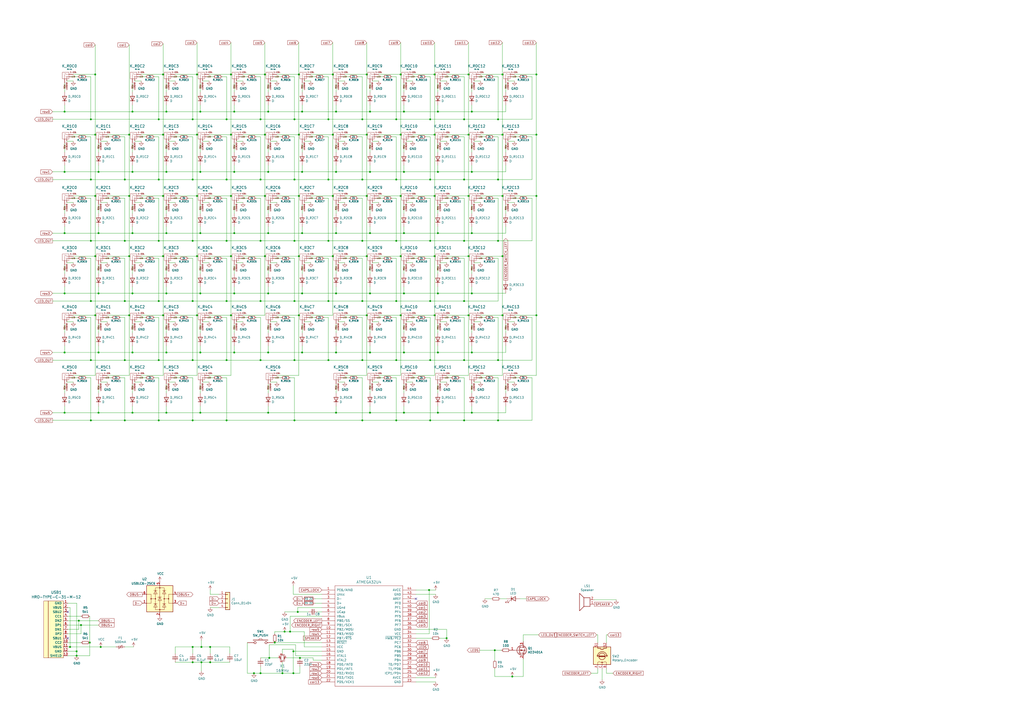
<source format=kicad_sch>
(kicad_sch (version 20211123) (generator eeschema)
  (paper "A2")
  (junction (at 151.13 208.915))
  (junction (at 52.705 104.14))
  (junction (at 311.15 182.88))
  (junction (at 273.685 170.18))
  (junction (at 229.87 104.14))
  (junction (at 44.45 377.825))
  (junction (at 170.815 139.7))
  (junction (at 58.42 375.285))
  (junction (at 214.63 135.255))
  (junction (at 288.925 69.215))
  (junction (at 37.465 170.18))
  (junction (at 269.24 243.84))
  (junction (at 175.26 204.47))
  (junction (at 151.13 69.215))
  (junction (at 111.76 208.915))
  (junction (at 194.945 239.395))
  (junction (at 52.07 372.745))
  (junction (at 234.315 99.695))
  (junction (at 287.02 377.19))
  (junction (at 135.89 204.47))
  (junction (at 234.315 64.77))
  (junction (at 96.52 135.255))
  (junction (at 94.615 78.105))
  (junction (at 173.355 148.59))
  (junction (at 111.76 69.215))
  (junction (at 92.075 208.915))
  (junction (at 259.08 370.205))
  (junction (at 76.835 170.18))
  (junction (at 96.52 204.47))
  (junction (at 232.41 113.665))
  (junction (at 210.185 208.915))
  (junction (at 76.835 135.255))
  (junction (at 96.52 239.395))
  (junction (at 153.67 78.105))
  (junction (at 214.63 204.47))
  (junction (at 94.615 43.18))
  (junction (at 74.93 78.105))
  (junction (at 111.76 139.7))
  (junction (at 72.39 139.7))
  (junction (at 234.315 135.255))
  (junction (at 114.3 78.105))
  (junction (at 37.465 64.77))
  (junction (at 116.205 204.47))
  (junction (at 249.555 174.625))
  (junction (at 173.99 381.635))
  (junction (at 252.095 43.18))
  (junction (at 170.815 69.215))
  (junction (at 190.5 174.625))
  (junction (at 254 135.255))
  (junction (at 173.355 78.105))
  (junction (at 311.15 113.665))
  (junction (at 111.76 104.14))
  (junction (at 156.21 381.635))
  (junction (at 76.835 204.47))
  (junction (at 297.18 392.43))
  (junction (at 271.78 148.59))
  (junction (at 52.705 174.625))
  (junction (at 175.26 99.695))
  (junction (at 94.615 148.59))
  (junction (at 175.26 170.18))
  (junction (at 153.67 113.665))
  (junction (at 153.67 43.18))
  (junction (at 55.245 43.18))
  (junction (at 116.205 239.395))
  (junction (at 269.24 139.7))
  (junction (at 249.555 139.7))
  (junction (at 94.615 113.665))
  (junction (at 288.925 243.84))
  (junction (at 76.835 239.395))
  (junction (at 172.72 354.965))
  (junction (at 116.205 135.255))
  (junction (at 133.985 43.18))
  (junction (at 92.075 139.7))
  (junction (at 52.705 208.915))
  (junction (at 311.15 43.18))
  (junction (at 55.245 113.665))
  (junction (at 155.575 64.77))
  (junction (at 94.615 182.88))
  (junction (at 96.52 64.77))
  (junction (at 254 99.695))
  (junction (at 173.355 43.18))
  (junction (at 273.685 64.77))
  (junction (at 229.87 139.7))
  (junction (at 254 64.77))
  (junction (at 190.5 139.7))
  (junction (at 159.385 372.745))
  (junction (at 111.76 375.285))
  (junction (at 269.24 104.14))
  (junction (at 72.39 208.915))
  (junction (at 116.205 170.18))
  (junction (at 168.275 366.395))
  (junction (at 212.725 182.88))
  (junction (at 114.3 43.18))
  (junction (at 170.18 390.525))
  (junction (at 151.13 104.14))
  (junction (at 234.315 170.18))
  (junction (at 55.245 182.88))
  (junction (at 212.725 113.665))
  (junction (at 193.04 113.665))
  (junction (at 252.095 78.105))
  (junction (at 74.93 182.88))
  (junction (at 96.52 99.695))
  (junction (at 190.5 69.215))
  (junction (at 194.945 170.18))
  (junction (at 232.41 182.88))
  (junction (at 111.76 384.175))
  (junction (at 155.575 135.255))
  (junction (at 214.63 64.77))
  (junction (at 291.465 148.59))
  (junction (at 170.815 174.625))
  (junction (at 252.095 113.665))
  (junction (at 37.465 135.255))
  (junction (at 133.985 182.88))
  (junction (at 291.465 113.665))
  (junction (at 170.815 208.915))
  (junction (at 190.5 208.915))
  (junction (at 291.465 182.88))
  (junction (at 232.41 148.59))
  (junction (at 193.04 148.59))
  (junction (at 234.315 239.395))
  (junction (at 291.465 43.18))
  (junction (at 116.84 384.175))
  (junction (at 190.5 104.14))
  (junction (at 133.985 78.105))
  (junction (at 271.78 43.18))
  (junction (at 135.89 64.77))
  (junction (at 40.64 375.285))
  (junction (at 133.985 148.59))
  (junction (at 212.725 148.59))
  (junction (at 72.39 243.84))
  (junction (at 45.72 360.045))
  (junction (at 232.41 43.18))
  (junction (at 135.89 99.695))
  (junction (at 76.835 64.77))
  (junction (at 194.945 135.255))
  (junction (at 214.63 170.18))
  (junction (at 131.445 174.625))
  (junction (at 194.945 99.695))
  (junction (at 194.945 204.47))
  (junction (at 121.92 375.285))
  (junction (at 72.39 174.625))
  (junction (at 153.67 148.59))
  (junction (at 273.685 239.395))
  (junction (at 52.705 139.7))
  (junction (at 254 239.395))
  (junction (at 96.52 170.18))
  (junction (at 72.39 104.14))
  (junction (at 170.815 243.84))
  (junction (at 194.945 64.77))
  (junction (at 170.815 104.14))
  (junction (at 114.3 148.59))
  (junction (at 111.76 174.625))
  (junction (at 170.18 377.825))
  (junction (at 254 170.18))
  (junction (at 92.075 69.215))
  (junction (at 151.13 390.525))
  (junction (at 131.445 104.14))
  (junction (at 252.095 148.59))
  (junction (at 116.205 64.77))
  (junction (at 133.985 113.665))
  (junction (at 111.76 243.84))
  (junction (at 155.575 170.18))
  (junction (at 57.15 204.47))
  (junction (at 131.445 139.7))
  (junction (at 269.24 208.915))
  (junction (at 249.555 104.14))
  (junction (at 271.78 113.665))
  (junction (at 288.925 139.7))
  (junction (at 165.1 366.395))
  (junction (at 210.185 104.14))
  (junction (at 271.78 78.105))
  (junction (at 37.465 204.47))
  (junction (at 147.32 390.525))
  (junction (at 210.185 174.625))
  (junction (at 210.185 243.84))
  (junction (at 116.205 99.695))
  (junction (at 52.705 243.84))
  (junction (at 229.87 243.84))
  (junction (at 37.465 99.695))
  (junction (at 175.26 135.255))
  (junction (at 210.185 139.7))
  (junction (at 131.445 69.215))
  (junction (at 288.925 104.14))
  (junction (at 234.315 204.47))
  (junction (at 131.445 243.84))
  (junction (at 288.925 208.915))
  (junction (at 273.685 99.695))
  (junction (at 151.13 139.7))
  (junction (at 173.355 182.88))
  (junction (at 57.15 135.255))
  (junction (at 252.095 182.88))
  (junction (at 273.685 135.255))
  (junction (at 155.575 239.395))
  (junction (at 173.355 113.665))
  (junction (at 229.87 208.915))
  (junction (at 55.245 148.59))
  (junction (at 271.78 182.88))
  (junction (at 254 204.47))
  (junction (at 151.13 174.625))
  (junction (at 37.465 239.395))
  (junction (at 74.93 148.59))
  (junction (at 92.075 174.625))
  (junction (at 273.685 204.47))
  (junction (at 212.725 78.105))
  (junction (at 229.87 174.625))
  (junction (at 210.185 69.215))
  (junction (at 269.24 174.625))
  (junction (at 74.93 113.665))
  (junction (at 135.89 135.255))
  (junction (at 249.555 69.215))
  (junction (at 131.445 208.915))
  (junction (at 52.705 69.215))
  (junction (at 44.45 380.365))
  (junction (at 269.24 69.215))
  (junction (at 212.725 43.18))
  (junction (at 135.89 170.18))
  (junction (at 57.15 170.18))
  (junction (at 229.87 69.215))
  (junction (at 114.3 113.665))
  (junction (at 214.63 239.395))
  (junction (at 193.04 78.105))
  (junction (at 248.92 342.265))
  (junction (at 116.84 375.285))
  (junction (at 121.92 384.175))
  (junction (at 92.075 243.84))
  (junction (at 55.245 78.105))
  (junction (at 57.15 99.695))
  (junction (at 92.075 104.14))
  (junction (at 46.99 362.585))
  (junction (at 193.04 43.18))
  (junction (at 155.575 99.695))
  (junction (at 57.15 239.395))
  (junction (at 291.465 78.105))
  (junction (at 76.835 99.695))
  (junction (at 214.63 99.695))
  (junction (at 311.15 78.105))
  (junction (at 249.555 243.84))
  (junction (at 155.575 204.47))
  (junction (at 175.26 64.77))
  (junction (at 114.3 182.88))
  (junction (at 232.41 78.105))
  (junction (at 163.83 390.525))
  (junction (at 249.555 208.915))
  (no_connect (at 241.3 347.345))
  (no_connect (at 39.37 354.965))
  (no_connect (at 39.37 370.205))
  (wire (pts (xy 128.905 149.86) (xy 131.445 149.86)))
  (wire (pts (xy 128.905 114.935) (xy 131.445 114.935)))
  (wire (pts (xy 277.495 79.375) (xy 281.305 79.375)))
  (wire (pts (xy 52.705 149.86) (xy 52.705 174.625)))
  (wire (pts (xy 207.645 149.86) (xy 210.185 149.86)))
  (wire (pts (xy 155.575 222.885) (xy 155.575 227.965)))
  (wire (pts (xy 76.835 60.96) (xy 76.835 64.77)))
  (wire (pts (xy 135.89 60.96) (xy 135.89 64.77)))
  (wire (pts (xy 120.015 219.075) (xy 123.825 219.075)))
  (wire (pts (xy 234.315 131.445) (xy 234.315 135.255)))
  (wire (pts (xy 170.815 114.935) (xy 170.815 139.7)))
  (wire (pts (xy 306.07 219.075) (xy 308.61 219.075)))
  (wire (pts (xy 151.13 386.715) (xy 151.13 390.525)))
  (wire (pts (xy 175.26 95.885) (xy 175.26 99.695)))
  (wire (pts (xy 255.27 186.69) (xy 259.08 186.69)))
  (wire (pts (xy 234.315 153.67) (xy 234.315 158.75)))
  (wire (pts (xy 153.67 113.665) (xy 153.67 78.105)))
  (wire (pts (xy 257.81 219.075) (xy 261.62 219.075)))
  (wire (pts (xy 200.025 113.665) (xy 212.725 113.665)))
  (wire (pts (xy 156.21 381.635) (xy 151.13 381.635)))
  (wire (pts (xy 37.465 83.185) (xy 37.465 88.265)))
  (wire (pts (xy 74.93 148.59) (xy 74.93 182.88)))
  (wire (pts (xy 30.48 64.77) (xy 37.465 64.77)))
  (wire (pts (xy 78.105 81.915) (xy 81.915 81.915)))
  (wire (pts (xy 80.645 149.86) (xy 84.455 149.86)))
  (wire (pts (xy 155.575 99.695) (xy 175.26 99.695)))
  (wire (pts (xy 131.445 104.14) (xy 151.13 104.14)))
  (wire (pts (xy 97.79 117.475) (xy 101.6 117.475)))
  (wire (pts (xy 207.645 44.45) (xy 210.185 44.45)))
  (wire (pts (xy 160.655 148.59) (xy 173.355 148.59)))
  (wire (pts (xy 212.725 24.765) (xy 212.725 43.18)))
  (wire (pts (xy 170.815 44.45) (xy 170.815 69.215)))
  (wire (pts (xy 96.52 153.67) (xy 96.52 158.75)))
  (wire (pts (xy 274.955 186.69) (xy 278.765 186.69)))
  (wire (pts (xy 254 200.66) (xy 254 204.47)))
  (wire (pts (xy 288.925 219.075) (xy 288.925 243.84)))
  (wire (pts (xy 239.395 217.805) (xy 252.095 217.805)))
  (wire (pts (xy 207.645 79.375) (xy 210.185 79.375)))
  (wire (pts (xy 232.41 113.665) (xy 232.41 78.105)))
  (wire (pts (xy 241.3 395.605) (xy 252.73 395.605)))
  (wire (pts (xy 252.73 393.065) (xy 241.3 393.065)))
  (wire (pts (xy 210.185 149.86) (xy 210.185 174.625)))
  (wire (pts (xy 121.285 217.805) (xy 133.985 217.805)))
  (wire (pts (xy 175.26 200.66) (xy 175.26 204.47)))
  (wire (pts (xy 194.945 170.18) (xy 214.63 170.18)))
  (wire (pts (xy 170.18 339.725) (xy 170.18 344.805)))
  (wire (pts (xy 311.15 217.805) (xy 311.15 182.88)))
  (wire (pts (xy 109.22 79.375) (xy 111.76 79.375)))
  (wire (pts (xy 121.92 379.095) (xy 121.92 375.285)))
  (wire (pts (xy 291.465 148.59) (xy 291.465 113.665)))
  (wire (pts (xy 155.575 131.445) (xy 155.575 135.255)))
  (wire (pts (xy 214.63 131.445) (xy 214.63 135.255)))
  (wire (pts (xy 116.84 389.255) (xy 116.84 384.175)))
  (wire (pts (xy 100.33 219.075) (xy 104.14 219.075)))
  (wire (pts (xy 55.245 78.105) (xy 55.245 113.665)))
  (wire (pts (xy 58.42 375.285) (xy 67.31 375.285)))
  (wire (pts (xy 247.015 44.45) (xy 249.555 44.45)))
  (wire (pts (xy 96.52 60.96) (xy 96.52 64.77)))
  (wire (pts (xy 273.685 83.185) (xy 273.685 88.265)))
  (wire (pts (xy 170.815 208.915) (xy 190.5 208.915)))
  (wire (pts (xy 273.685 222.885) (xy 273.685 227.965)))
  (wire (pts (xy 57.15 187.96) (xy 57.15 193.04)))
  (wire (pts (xy 252.095 217.805) (xy 252.095 182.88)))
  (wire (pts (xy 173.355 182.88) (xy 173.355 148.59)))
  (wire (pts (xy 131.445 139.7) (xy 151.13 139.7)))
  (wire (pts (xy 109.22 219.075) (xy 111.76 219.075)))
  (wire (pts (xy 39.37 352.425) (xy 40.64 352.425)))
  (wire (pts (xy 187.96 184.15) (xy 190.5 184.15)))
  (wire (pts (xy 254 153.67) (xy 254 158.75)))
  (wire (pts (xy 111.76 219.075) (xy 111.76 243.84)))
  (wire (pts (xy 42.545 78.105) (xy 55.245 78.105)))
  (wire (pts (xy 46.99 362.585) (xy 57.15 362.585)))
  (wire (pts (xy 234.315 200.66) (xy 234.315 204.47)))
  (wire (pts (xy 171.45 380.365) (xy 171.45 374.015)))
  (wire (pts (xy 80.645 114.935) (xy 84.455 114.935)))
  (wire (pts (xy 219.71 148.59) (xy 232.41 148.59)))
  (wire (pts (xy 72.39 243.84) (xy 92.075 243.84)))
  (wire (pts (xy 111.76 375.285) (xy 116.84 375.285)))
  (wire (pts (xy 303.53 382.27) (xy 303.53 392.43)))
  (wire (pts (xy 52.705 219.075) (xy 52.705 243.84)))
  (wire (pts (xy 234.315 135.255) (xy 254 135.255)))
  (wire (pts (xy 269.24 174.625) (xy 288.925 174.625)))
  (wire (pts (xy 254 118.745) (xy 254 123.825)))
  (wire (pts (xy 229.87 243.84) (xy 249.555 243.84)))
  (wire (pts (xy 257.81 44.45) (xy 261.62 44.45)))
  (wire (pts (xy 121.92 384.175) (xy 133.35 384.175)))
  (wire (pts (xy 151.13 69.215) (xy 170.815 69.215)))
  (wire (pts (xy 255.27 117.475) (xy 259.08 117.475)))
  (wire (pts (xy 76.835 118.745) (xy 76.835 123.825)))
  (wire (pts (xy 194.945 166.37) (xy 194.945 170.18)))
  (wire (pts (xy 159.385 149.86) (xy 163.195 149.86)))
  (wire (pts (xy 239.395 78.105) (xy 252.095 78.105)))
  (wire (pts (xy 140.97 182.88) (xy 153.67 182.88)))
  (wire (pts (xy 229.87 114.935) (xy 229.87 139.7)))
  (wire (pts (xy 277.495 184.15) (xy 281.305 184.15)))
  (wire (pts (xy 273.685 99.695) (xy 293.37 99.695)))
  (wire (pts (xy 234.315 187.96) (xy 234.315 193.04)))
  (wire (pts (xy 235.585 81.915) (xy 239.395 81.915)))
  (wire (pts (xy 76.835 235.585) (xy 76.835 239.395)))
  (wire (pts (xy 163.83 384.175) (xy 163.83 390.525)))
  (wire (pts (xy 288.925 243.84) (xy 308.61 243.84)))
  (wire (pts (xy 234.315 118.745) (xy 234.315 123.825)))
  (wire (pts (xy 194.945 204.47) (xy 214.63 204.47)))
  (wire (pts (xy 311.15 113.665) (xy 311.15 182.88)))
  (wire (pts (xy 109.22 44.45) (xy 111.76 44.45)))
  (wire (pts (xy 291.465 24.765) (xy 291.465 43.18)))
  (wire (pts (xy 196.215 81.915) (xy 200.025 81.915)))
  (wire (pts (xy 269.24 219.075) (xy 269.24 243.84)))
  (wire (pts (xy 266.7 114.935) (xy 269.24 114.935)))
  (wire (pts (xy 229.87 219.075) (xy 229.87 243.84)))
  (wire (pts (xy 194.945 83.185) (xy 194.945 88.265)))
  (wire (pts (xy 101.6 113.665) (xy 114.3 113.665)))
  (wire (pts (xy 172.72 354.965) (xy 165.1 354.965)))
  (wire (pts (xy 92.075 69.215) (xy 111.76 69.215)))
  (wire (pts (xy 52.705 243.84) (xy 72.39 243.84)))
  (wire (pts (xy 259.08 148.59) (xy 271.78 148.59)))
  (wire (pts (xy 89.535 184.15) (xy 92.075 184.15)))
  (wire (pts (xy 293.37 187.96) (xy 293.37 193.04)))
  (wire (pts (xy 148.59 184.15) (xy 151.13 184.15)))
  (wire (pts (xy 137.16 152.4) (xy 140.97 152.4)))
  (wire (pts (xy 155.575 118.745) (xy 155.575 123.825)))
  (wire (pts (xy 57.15 204.47) (xy 76.835 204.47)))
  (wire (pts (xy 94.615 182.88) (xy 94.615 217.805)))
  (wire (pts (xy 186.69 377.825) (xy 170.18 377.825)))
  (wire (pts (xy 76.835 187.96) (xy 76.835 193.04)))
  (wire (pts (xy 179.07 114.935) (xy 182.88 114.935)))
  (wire (pts (xy 274.955 221.615) (xy 278.765 221.615)))
  (wire (pts (xy 241.3 370.205) (xy 250.19 370.205)))
  (wire (pts (xy 100.33 149.86) (xy 104.14 149.86)))
  (wire (pts (xy 55.245 43.18) (xy 55.245 78.105)))
  (wire (pts (xy 200.025 182.88) (xy 212.725 182.88)))
  (wire (pts (xy 182.88 347.345) (xy 186.69 347.345)))
  (wire (pts (xy 254 166.37) (xy 254 170.18)))
  (wire (pts (xy 235.585 117.475) (xy 239.395 117.475)))
  (wire (pts (xy 117.475 46.99) (xy 121.285 46.99)))
  (wire (pts (xy 291.465 113.665) (xy 291.465 78.105)))
  (wire (pts (xy 163.83 390.525) (xy 151.13 390.525)))
  (wire (pts (xy 214.63 48.26) (xy 214.63 53.34)))
  (wire (pts (xy 135.89 135.255) (xy 155.575 135.255)))
  (wire (pts (xy 37.465 131.445) (xy 37.465 135.255)))
  (wire (pts (xy 168.275 184.15) (xy 170.815 184.15)))
  (wire (pts (xy 193.04 148.59) (xy 193.04 113.665)))
  (wire (pts (xy 57.15 135.255) (xy 76.835 135.255)))
  (wire (pts (xy 288.925 104.14) (xy 308.61 104.14)))
  (wire (pts (xy 170.815 149.86) (xy 170.815 174.625)))
  (wire (pts (xy 235.585 221.615) (xy 239.395 221.615)))
  (wire (pts (xy 179.07 149.86) (xy 182.88 149.86)))
  (wire (pts (xy 176.53 152.4) (xy 180.34 152.4)))
  (wire (pts (xy 111.76 44.45) (xy 111.76 69.215)))
  (wire (pts (xy 80.645 219.075) (xy 84.455 219.075)))
  (wire (pts (xy 273.685 153.67) (xy 273.685 158.75)))
  (wire (pts (xy 186.69 380.365) (xy 171.45 380.365)))
  (wire (pts (xy 160.655 113.665) (xy 173.355 113.665)))
  (wire (pts (xy 180.34 182.88) (xy 193.04 182.88)))
  (wire (pts (xy 239.395 182.88) (xy 252.095 182.88)))
  (wire (pts (xy 274.955 152.4) (xy 278.765 152.4)))
  (wire (pts (xy 286.385 149.86) (xy 288.925 149.86)))
  (wire (pts (xy 30.48 135.255) (xy 37.465 135.255)))
  (wire (pts (xy 200.025 78.105) (xy 212.725 78.105)))
  (wire (pts (xy 163.83 376.555) (xy 163.83 379.095)))
  (wire (pts (xy 160.655 78.105) (xy 173.355 78.105)))
  (wire (pts (xy 351.79 368.3) (xy 351.79 372.745)))
  (wire (pts (xy 176.53 117.475) (xy 180.34 117.475)))
  (wire (pts (xy 111.76 384.175) (xy 116.84 384.175)))
  (wire (pts (xy 257.81 79.375) (xy 261.62 79.375)))
  (wire (pts (xy 180.34 43.18) (xy 193.04 43.18)))
  (wire (pts (xy 121.285 113.665) (xy 133.985 113.665)))
  (wire (pts (xy 121.285 78.105) (xy 133.985 78.105)))
  (wire (pts (xy 153.67 148.59) (xy 153.67 113.665)))
  (wire (pts (xy 89.535 219.075) (xy 92.075 219.075)))
  (wire (pts (xy 269.24 208.915) (xy 288.925 208.915)))
  (wire (pts (xy 229.87 149.86) (xy 229.87 174.625)))
  (wire (pts (xy 114.3 113.665) (xy 114.3 148.59)))
  (wire (pts (xy 42.545 148.59) (xy 55.245 148.59)))
  (wire (pts (xy 133.985 43.18) (xy 133.985 78.105)))
  (wire (pts (xy 229.87 44.45) (xy 229.87 69.215)))
  (wire (pts (xy 259.08 217.805) (xy 271.78 217.805)))
  (wire (pts (xy 194.945 187.96) (xy 194.945 193.04)))
  (wire (pts (xy 76.835 64.77) (xy 96.52 64.77)))
  (wire (pts (xy 194.945 60.96) (xy 194.945 64.77)))
  (wire (pts (xy 128.905 79.375) (xy 131.445 79.375)))
  (wire (pts (xy 52.705 104.14) (xy 72.39 104.14)))
  (wire (pts (xy 176.53 375.285) (xy 186.69 375.285)))
  (wire (pts (xy 234.315 48.26) (xy 234.315 53.34)))
  (wire (pts (xy 76.835 153.67) (xy 76.835 158.75)))
  (wire (pts (xy 135.89 166.37) (xy 135.89 170.18)))
  (wire (pts (xy 116.205 239.395) (xy 155.575 239.395)))
  (wire (pts (xy 277.495 44.45) (xy 281.305 44.45)))
  (wire (pts (xy 175.26 204.47) (xy 194.945 204.47)))
  (wire (pts (xy 96.52 204.47) (xy 116.205 204.47)))
  (wire (pts (xy 273.685 131.445) (xy 273.685 135.255)))
  (wire (pts (xy 293.37 83.185) (xy 293.37 88.265)))
  (wire (pts (xy 57.15 170.18) (xy 76.835 170.18)))
  (wire (pts (xy 121.285 182.88) (xy 133.985 182.88)))
  (wire (pts (xy 120.015 149.86) (xy 123.825 149.86)))
  (wire (pts (xy 210.185 79.375) (xy 210.185 104.14)))
  (wire (pts (xy 57.15 131.445) (xy 57.15 135.255)))
  (wire (pts (xy 114.3 78.105) (xy 114.3 113.665)))
  (wire (pts (xy 41.275 184.15) (xy 45.085 184.15)))
  (wire (pts (xy 80.645 184.15) (xy 84.455 184.15)))
  (wire (pts (xy 57.15 153.67) (xy 57.15 158.75)))
  (wire (pts (xy 78.105 46.99) (xy 81.915 46.99)))
  (wire (pts (xy 97.79 221.615) (xy 101.6 221.615)))
  (wire (pts (xy 194.945 235.585) (xy 194.945 239.395)))
  (wire (pts (xy 72.39 149.86) (xy 72.39 174.625)))
  (wire (pts (xy 308.61 44.45) (xy 308.61 69.215)))
  (wire (pts (xy 176.53 81.915) (xy 180.34 81.915)))
  (wire (pts (xy 76.835 99.695) (xy 96.52 99.695)))
  (wire (pts (xy 227.33 114.935) (xy 229.87 114.935)))
  (wire (pts (xy 196.215 221.615) (xy 200.025 221.615)))
  (wire (pts (xy 111.76 139.7) (xy 131.445 139.7)))
  (wire (pts (xy 259.08 78.105) (xy 271.78 78.105)))
  (wire (pts (xy 45.72 365.125) (xy 45.72 360.045)))
  (wire (pts (xy 89.535 79.375) (xy 92.075 79.375)))
  (wire (pts (xy 120.015 184.15) (xy 123.825 184.15)))
  (wire (pts (xy 214.63 204.47) (xy 234.315 204.47)))
  (wire (pts (xy 352.425 368.3) (xy 351.79 368.3)))
  (wire (pts (xy 44.45 377.825) (xy 44.45 349.885)))
  (wire (pts (xy 190.5 174.625) (xy 210.185 174.625)))
  (wire (pts (xy 37.465 187.96) (xy 37.465 193.04)))
  (wire (pts (xy 41.275 149.86) (xy 45.085 149.86)))
  (wire (pts (xy 308.61 114.935) (xy 308.61 139.7)))
  (wire (pts (xy 116.205 83.185) (xy 116.205 88.265)))
  (wire (pts (xy 175.26 135.255) (xy 194.945 135.255)))
  (wire (pts (xy 311.15 24.765) (xy 311.15 43.18)))
  (wire (pts (xy 266.7 219.075) (xy 269.24 219.075)))
  (wire (pts (xy 55.245 26.035) (xy 55.245 43.18)))
  (wire (pts (xy 198.755 79.375) (xy 202.565 79.375)))
  (wire (pts (xy 298.45 182.88) (xy 311.15 182.88)))
  (wire (pts (xy 41.275 44.45) (xy 45.085 44.45)))
  (wire (pts (xy 50.165 184.15) (xy 52.705 184.15)))
  (wire (pts (xy 288.925 184.15) (xy 288.925 208.915)))
  (wire (pts (xy 121.285 148.59) (xy 133.985 148.59)))
  (wire (pts (xy 290.195 347.345) (xy 294.005 347.345)))
  (wire (pts (xy 170.815 104.14) (xy 190.5 104.14)))
  (wire (pts (xy 248.92 367.665) (xy 248.92 342.265)))
  (wire (pts (xy 249.555 104.14) (xy 269.24 104.14)))
  (wire (pts (xy 89.535 44.45) (xy 92.075 44.45)))
  (wire (pts (xy 52.705 69.215) (xy 92.075 69.215)))
  (wire (pts (xy 247.015 79.375) (xy 249.555 79.375)))
  (wire (pts (xy 286.385 114.935) (xy 288.925 114.935)))
  (wire (pts (xy 254 95.885) (xy 254 99.695)))
  (wire (pts (xy 249.555 184.15) (xy 249.555 208.915)))
  (wire (pts (xy 175.26 170.18) (xy 194.945 170.18)))
  (wire (pts (xy 238.125 79.375) (xy 241.935 79.375)))
  (wire (pts (xy 62.23 113.665) (xy 74.93 113.665)))
  (wire (pts (xy 131.445 114.935) (xy 131.445 139.7)))
  (wire (pts (xy 187.96 79.375) (xy 190.5 79.375)))
  (wire (pts (xy 94.615 43.18) (xy 94.615 78.105)))
  (wire (pts (xy 168.275 366.395) (xy 176.53 366.395)))
  (wire (pts (xy 232.41 217.805) (xy 232.41 182.88)))
  (wire (pts (xy 30.48 139.7) (xy 52.705 139.7)))
  (wire (pts (xy 171.45 374.015) (xy 156.21 374.015)))
  (wire (pts (xy 30.48 243.84) (xy 52.705 243.84)))
  (wire (pts (xy 156.845 81.915) (xy 160.655 81.915)))
  (wire (pts (xy 254 64.77) (xy 273.685 64.77)))
  (wire (pts (xy 278.765 148.59) (xy 291.465 148.59)))
  (wire (pts (xy 39.37 357.505) (xy 46.99 357.505)))
  (wire (pts (xy 218.44 79.375) (xy 222.25 79.375)))
  (wire (pts (xy 92.075 104.14) (xy 111.76 104.14)))
  (wire (pts (xy 52.07 357.505) (xy 52.07 372.745)))
  (wire (pts (xy 37.465 166.37) (xy 37.465 170.18)))
  (wire (pts (xy 74.93 26.035) (xy 74.93 78.105)))
  (wire (pts (xy 255.27 46.99) (xy 259.08 46.99)))
  (wire (pts (xy 131.445 69.215) (xy 151.13 69.215)))
  (wire (pts (xy 194.945 200.66) (xy 194.945 204.47)))
  (wire (pts (xy 72.39 174.625) (xy 92.075 174.625)))
  (wire (pts (xy 193.04 113.665) (xy 193.04 78.105)))
  (wire (pts (xy 212.725 182.88) (xy 212.725 148.59)))
  (wire (pts (xy 168.275 357.505) (xy 168.275 366.395)))
  (wire (pts (xy 351.79 390.525) (xy 351.79 387.985)))
  (wire (pts (xy 101.6 182.88) (xy 114.3 182.88)))
  (wire (pts (xy 293.37 131.445) (xy 293.37 135.255)))
  (wire (pts (xy 259.08 113.665) (xy 271.78 113.665)))
  (wire (pts (xy 58.42 152.4) (xy 62.23 152.4)))
  (wire (pts (xy 46.99 367.665) (xy 46.99 362.585)))
  (wire (pts (xy 215.9 46.99) (xy 219.71 46.99)))
  (wire (pts (xy 153.67 43.18) (xy 153.67 78.105)))
  (wire (pts (xy 234.315 170.18) (xy 254 170.18)))
  (wire (pts (xy 62.23 78.105) (xy 74.93 78.105)))
  (wire (pts (xy 273.685 239.395) (xy 293.37 239.395)))
  (wire (pts (xy 72.39 114.935) (xy 72.39 139.7)))
  (wire (pts (xy 120.015 114.935) (xy 123.825 114.935)))
  (wire (pts (xy 255.27 370.205) (xy 259.08 370.205)))
  (wire (pts (xy 293.37 235.585) (xy 293.37 239.395)))
  (wire (pts (xy 254 135.255) (xy 273.685 135.255)))
  (wire (pts (xy 214.63 99.695) (xy 234.315 99.695)))
  (wire (pts (xy 41.275 219.075) (xy 45.085 219.075)))
  (wire (pts (xy 210.185 139.7) (xy 229.87 139.7)))
  (wire (pts (xy 30.48 239.395) (xy 37.465 239.395)))
  (wire (pts (xy 196.215 117.475) (xy 200.025 117.475)))
  (wire (pts (xy 273.685 166.37) (xy 273.685 170.18)))
  (wire (pts (xy 269.24 79.375) (xy 269.24 104.14)))
  (wire (pts (xy 176.53 46.99) (xy 180.34 46.99)))
  (wire (pts (xy 38.735 221.615) (xy 42.545 221.615)))
  (wire (pts (xy 306.07 114.935) (xy 308.61 114.935)))
  (wire (pts (xy 117.475 81.915) (xy 121.285 81.915)))
  (wire (pts (xy 269.24 243.84) (xy 288.925 243.84)))
  (wire (pts (xy 50.165 149.86) (xy 52.705 149.86)))
  (wire (pts (xy 239.395 43.18) (xy 252.095 43.18)))
  (wire (pts (xy 135.89 131.445) (xy 135.89 135.255)))
  (wire (pts (xy 287.02 377.19) (xy 290.83 377.19)))
  (wire (pts (xy 57.15 99.695) (xy 76.835 99.695)))
  (wire (pts (xy 239.395 113.665) (xy 252.095 113.665)))
  (wire (pts (xy 190.5 184.15) (xy 190.5 208.915)))
  (wire (pts (xy 287.02 377.19) (xy 287.02 382.905)))
  (wire (pts (xy 37.465 118.745) (xy 37.465 123.825)))
  (wire (pts (xy 159.385 366.395) (xy 159.385 367.665)))
  (wire (pts (xy 50.165 79.375) (xy 52.705 79.375)))
  (wire (pts (xy 305.435 347.345) (xy 301.625 347.345)))
  (wire (pts (xy 173.99 386.715) (xy 173.99 390.525)))
  (wire (pts (xy 62.23 217.805) (xy 74.93 217.805)))
  (wire (pts (xy 247.015 114.935) (xy 249.555 114.935)))
  (wire (pts (xy 247.015 184.15) (xy 249.555 184.15)))
  (wire (pts (xy 81.915 217.805) (xy 94.615 217.805)))
  (wire (pts (xy 135.89 187.96) (xy 135.89 193.04)))
  (wire (pts (xy 96.52 64.77) (xy 116.205 64.77)))
  (wire (pts (xy 273.685 48.26) (xy 273.685 53.34)))
  (wire (pts (xy 92.075 44.45) (xy 92.075 69.215)))
  (wire (pts (xy 184.15 354.965) (xy 186.69 354.965)))
  (wire (pts (xy 37.465 239.395) (xy 57.15 239.395)))
  (wire (pts (xy 297.18 44.45) (xy 300.99 44.45)))
  (wire (pts (xy 294.64 81.915) (xy 298.45 81.915)))
  (wire (pts (xy 179.07 79.375) (xy 182.88 79.375)))
  (wire (pts (xy 215.9 117.475) (xy 219.71 117.475)))
  (wire (pts (xy 274.955 46.99) (xy 278.765 46.99)))
  (wire (pts (xy 57.15 239.395) (xy 76.835 239.395)))
  (wire (pts (xy 135.89 204.47) (xy 155.575 204.47)))
  (wire (pts (xy 214.63 60.96) (xy 214.63 64.77)))
  (wire (pts (xy 175.26 48.26) (xy 175.26 53.34)))
  (wire (pts (xy 158.75 372.745) (xy 159.385 372.745)))
  (wire (pts (xy 229.87 139.7) (xy 249.555 139.7)))
  (wire (pts (xy 214.63 222.885) (xy 214.63 227.965)))
  (wire (pts (xy 266.7 44.45) (xy 269.24 44.45)))
  (wire (pts (xy 238.125 114.935) (xy 241.935 114.935)))
  (wire (pts (xy 140.97 78.105) (xy 153.67 78.105)))
  (wire (pts (xy 198.755 219.075) (xy 202.565 219.075)))
  (wire (pts (xy 94.615 25.4) (xy 94.615 43.18)))
  (wire (pts (xy 229.87 69.215) (xy 249.555 69.215)))
  (wire (pts (xy 170.18 390.525) (xy 163.83 390.525)))
  (wire (pts (xy 60.96 149.86) (xy 64.77 149.86)))
  (wire (pts (xy 78.105 117.475) (xy 81.915 117.475)))
  (wire (pts (xy 200.025 217.805) (xy 212.725 217.805)))
  (wire (pts (xy 278.765 217.805) (xy 291.465 217.805)))
  (wire (pts (xy 180.34 148.59) (xy 193.04 148.59)))
  (wire (pts (xy 249.555 44.45) (xy 249.555 69.215)))
  (wire (pts (xy 131.445 79.375) (xy 131.445 104.14)))
  (wire (pts (xy 210.185 243.84) (xy 229.87 243.84)))
  (wire (pts (xy 30.48 204.47) (xy 37.465 204.47)))
  (wire (pts (xy 161.29 381.635) (xy 156.21 381.635)))
  (wire (pts (xy 39.37 380.365) (xy 44.45 380.365)))
  (wire (pts (xy 235.585 46.99) (xy 239.395 46.99)))
  (wire (pts (xy 293.37 118.745) (xy 293.37 123.825)))
  (wire (pts (xy 116.205 60.96) (xy 116.205 64.77)))
  (wire (pts (xy 219.71 78.105) (xy 232.41 78.105)))
  (wire (pts (xy 117.475 117.475) (xy 121.285 117.475)))
  (wire (pts (xy 159.385 184.15) (xy 163.195 184.15)))
  (wire (pts (xy 76.835 166.37) (xy 76.835 170.18)))
  (wire (pts (xy 160.655 217.805) (xy 173.355 217.805)))
  (wire (pts (xy 116.205 235.585) (xy 116.205 239.395)))
  (wire (pts (xy 111.76 243.84) (xy 131.445 243.84)))
  (wire (pts (xy 58.42 186.69) (xy 62.23 186.69)))
  (wire (pts (xy 168.275 114.935) (xy 170.815 114.935)))
  (wire (pts (xy 273.685 95.885) (xy 273.685 99.695)))
  (wire (pts (xy 96.52 83.185) (xy 96.52 88.265)))
  (wire (pts (xy 76.835 170.18) (xy 96.52 170.18)))
  (wire (pts (xy 114.3 182.88) (xy 114.3 217.805)))
  (wire (pts (xy 269.24 69.215) (xy 288.925 69.215)))
  (wire (pts (xy 109.22 149.86) (xy 111.76 149.86)))
  (wire (pts (xy 297.18 392.43) (xy 303.53 392.43)))
  (wire (pts (xy 214.63 239.395) (xy 234.315 239.395)))
  (wire (pts (xy 308.61 184.15) (xy 308.61 208.915)))
  (wire (pts (xy 120.015 44.45) (xy 123.825 44.45)))
  (wire (pts (xy 30.48 208.915) (xy 52.705 208.915)))
  (wire (pts (xy 306.07 79.375) (xy 308.61 79.375)))
  (wire (pts (xy 175.26 187.96) (xy 175.26 193.04)))
  (wire (pts (xy 97.79 81.915) (xy 101.6 81.915)))
  (wire (pts (xy 80.645 44.45) (xy 84.455 44.45)))
  (wire (pts (xy 259.08 182.88) (xy 271.78 182.88)))
  (wire (pts (xy 44.45 377.825) (xy 44.45 380.365)))
  (wire (pts (xy 72.39 104.14) (xy 92.075 104.14)))
  (wire (pts (xy 89.535 114.935) (xy 92.075 114.935)))
  (wire (pts (xy 172.72 352.425) (xy 172.72 354.965)))
  (wire (pts (xy 74.93 113.665) (xy 74.93 148.59)))
  (wire (pts (xy 207.645 184.15) (xy 210.185 184.15)))
  (wire (pts (xy 133.985 24.765) (xy 133.985 43.18)))
  (wire (pts (xy 255.27 152.4) (xy 259.08 152.4)))
  (wire (pts (xy 133.35 375.285) (xy 121.92 375.285)))
  (wire (pts (xy 297.18 184.15) (xy 300.99 184.15)))
  (wire (pts (xy 214.63 118.745) (xy 214.63 123.825)))
  (wire (pts (xy 155.575 95.885) (xy 155.575 99.695)))
  (wire (pts (xy 116.205 170.18) (xy 135.89 170.18)))
  (wire (pts (xy 76.835 95.885) (xy 76.835 99.695)))
  (wire (pts (xy 96.52 239.395) (xy 116.205 239.395)))
  (wire (pts (xy 355.6 390.525) (xy 351.79 390.525)))
  (wire (pts (xy 187.96 114.935) (xy 190.5 114.935)))
  (wire (pts (xy 97.79 152.4) (xy 101.6 152.4)))
  (wire (pts (xy 60.96 219.075) (xy 64.77 219.075)))
  (wire (pts (xy 271.78 43.18) (xy 271.78 78.105)))
  (wire (pts (xy 254 99.695) (xy 273.685 99.695)))
  (wire (pts (xy 179.07 44.45) (xy 182.88 44.45)))
  (wire (pts (xy 288.925 149.86) (xy 288.925 174.625)))
  (wire (pts (xy 298.45 217.805) (xy 311.15 217.805)))
  (wire (pts (xy 39.37 375.285) (xy 40.64 375.285)))
  (wire (pts (xy 139.7 114.935) (xy 143.51 114.935)))
  (wire (pts (xy 287.02 392.43) (xy 287.02 387.985)))
  (wire (pts (xy 234.315 83.185) (xy 234.315 88.265)))
  (wire (pts (xy 155.575 187.96) (xy 155.575 193.04)))
  (wire (pts (xy 349.25 394.335) (xy 349.25 387.985)))
  (wire (pts (xy 114.3 43.18) (xy 114.3 78.105)))
  (wire (pts (xy 198.755 184.15) (xy 202.565 184.15)))
  (wire (pts (xy 92.075 243.84) (xy 111.76 243.84)))
  (wire (pts (xy 155.575 166.37) (xy 155.575 170.18)))
  (wire (pts (xy 81.915 78.105) (xy 94.615 78.105)))
  (wire (pts (xy 76.835 239.395) (xy 96.52 239.395)))
  (wire (pts (xy 111.76 184.15) (xy 111.76 208.915)))
  (wire (pts (xy 311.15 113.665) (xy 311.15 78.105)))
  (wire (pts (xy 101.6 217.805) (xy 114.3 217.805)))
  (wire (pts (xy 100.33 184.15) (xy 104.14 184.15)))
  (wire (pts (xy 229.87 208.915) (xy 249.555 208.915)))
  (wire (pts (xy 218.44 44.45) (xy 222.25 44.45)))
  (wire (pts (xy 210.185 219.075) (xy 210.185 243.84)))
  (wire (pts (xy 96.52 99.695) (xy 116.205 99.695)))
  (wire (pts (xy 273.685 118.745) (xy 273.685 123.825)))
  (wire (pts (xy 38.735 81.915) (xy 42.545 81.915)))
  (wire (pts (xy 234.315 222.885) (xy 234.315 227.965)))
  (wire (pts (xy 94.615 113.665) (xy 94.615 148.59)))
  (wire (pts (xy 151.13 114.935) (xy 151.13 139.7)))
  (wire (pts (xy 159.385 219.075) (xy 163.195 219.075)))
  (wire (pts (xy 249.555 208.915) (xy 269.24 208.915)))
  (wire (pts (xy 175.26 153.67) (xy 175.26 158.75)))
  (wire (pts (xy 100.33 114.935) (xy 104.14 114.935)))
  (wire (pts (xy 40.64 352.425) (xy 40.64 375.285)))
  (wire (pts (xy 241.3 365.125) (xy 259.08 365.125)))
  (wire (pts (xy 297.18 219.075) (xy 300.99 219.075)))
  (wire (pts (xy 254 204.47) (xy 273.685 204.47)))
  (wire (pts (xy 147.32 390.525) (xy 143.51 390.525)))
  (wire (pts (xy 72.39 139.7) (xy 92.075 139.7)))
  (wire (pts (xy 198.755 44.45) (xy 202.565 44.45)))
  (wire (pts (xy 37.465 235.585) (xy 37.465 239.395)))
  (wire (pts (xy 37.465 64.77) (xy 76.835 64.77)))
  (wire (pts (xy 151.13 390.525) (xy 147.32 390.525)))
  (wire (pts (xy 249.555 219.075) (xy 249.555 243.84)))
  (wire (pts (xy 135.89 99.695) (xy 155.575 99.695)))
  (wire (pts (xy 210.185 69.215) (xy 229.87 69.215)))
  (wire (pts (xy 52.705 184.15) (xy 52.705 208.915)))
  (wire (pts (xy 116.205 222.885) (xy 116.205 227.965)))
  (wire (pts (xy 135.89 153.67) (xy 135.89 158.75)))
  (wire (pts (xy 297.18 79.375) (xy 300.99 79.375)))
  (wire (pts (xy 148.59 79.375) (xy 151.13 79.375)))
  (wire (pts (xy 271.78 217.805) (xy 271.78 182.88)))
  (wire (pts (xy 214.63 83.185) (xy 214.63 88.265)))
  (wire (pts (xy 131.445 219.075) (xy 131.445 243.84)))
  (wire (pts (xy 303.53 368.3) (xy 312.42 368.3)))
  (wire (pts (xy 257.81 114.935) (xy 261.62 114.935)))
  (wire (pts (xy 69.85 149.86) (xy 72.39 149.86)))
  (wire (pts (xy 214.63 235.585) (xy 214.63 239.395)))
  (wire (pts (xy 281.305 347.345) (xy 285.115 347.345)))
  (wire (pts (xy 175.26 60.96) (xy 175.26 64.77)))
  (wire (pts (xy 173.355 24.765) (xy 173.355 43.18)))
  (wire (pts (xy 170.18 376.555) (xy 170.18 377.825)))
  (wire (pts (xy 219.71 182.88) (xy 232.41 182.88)))
  (wire (pts (xy 288.925 69.215) (xy 308.61 69.215)))
  (wire (pts (xy 215.9 81.915) (xy 219.71 81.915)))
  (wire (pts (xy 135.89 48.26) (xy 135.89 53.34)))
  (wire (pts (xy 137.16 117.475) (xy 140.97 117.475)))
  (wire (pts (xy 232.41 148.59) (xy 232.41 113.665)))
  (wire (pts (xy 193.04 24.765) (xy 193.04 43.18)))
  (wire (pts (xy 52.705 139.7) (xy 72.39 139.7)))
  (wire (pts (xy 194.945 135.255) (xy 214.63 135.255)))
  (wire (pts (xy 72.39 79.375) (xy 72.39 104.14)))
  (wire (pts (xy 286.385 219.075) (xy 288.925 219.075)))
  (wire (pts (xy 266.7 184.15) (xy 269.24 184.15)))
  (wire (pts (xy 234.315 235.585) (xy 234.315 239.395)))
  (wire (pts (xy 170.815 139.7) (xy 190.5 139.7)))
  (wire (pts (xy 92.075 79.375) (xy 92.075 104.14)))
  (wire (pts (xy 254 170.18) (xy 273.685 170.18)))
  (wire (pts (xy 229.87 174.625) (xy 249.555 174.625)))
  (wire (pts (xy 42.545 113.665) (xy 55.245 113.665)))
  (wire (pts (xy 288.925 208.915) (xy 308.61 208.915)))
  (wire (pts (xy 173.355 43.18) (xy 173.355 78.105)))
  (wire (pts (xy 252.095 182.88) (xy 252.095 148.59)))
  (wire (pts (xy 294.64 221.615) (xy 298.45 221.615)))
  (wire (pts (xy 234.315 166.37) (xy 234.315 170.18)))
  (wire (pts (xy 196.215 186.69) (xy 200.025 186.69)))
  (wire (pts (xy 274.955 117.475) (xy 278.765 117.475)))
  (wire (pts (xy 269.24 104.14) (xy 288.925 104.14)))
  (wire (pts (xy 232.41 43.18) (xy 232.41 78.105)))
  (wire (pts (xy 117.475 186.69) (xy 121.285 186.69)))
  (wire (pts (xy 294.64 46.99) (xy 298.45 46.99)))
  (wire (pts (xy 155.575 48.26) (xy 155.575 53.34)))
  (wire (pts (xy 229.87 79.375) (xy 229.87 104.14)))
  (wire (pts (xy 249.555 149.86) (xy 249.555 174.625)))
  (wire (pts (xy 168.275 149.86) (xy 170.815 149.86)))
  (wire (pts (xy 173.99 390.525) (xy 170.18 390.525)))
  (wire (pts (xy 69.85 114.935) (xy 72.39 114.935)))
  (wire (pts (xy 74.93 78.105) (xy 74.93 113.665)))
  (wire (pts (xy 72.39 208.915) (xy 92.075 208.915)))
  (wire (pts (xy 176.53 186.69) (xy 180.34 186.69)))
  (wire (pts (xy 109.22 184.15) (xy 111.76 184.15)))
  (wire (pts (xy 252.095 113.665) (xy 252.095 78.105)))
  (wire (pts (xy 238.125 44.45) (xy 241.935 44.45)))
  (wire (pts (xy 214.63 166.37) (xy 214.63 170.18)))
  (wire (pts (xy 100.33 44.45) (xy 104.14 44.45)))
  (wire (pts (xy 57.15 200.66) (xy 57.15 204.47)))
  (wire (pts (xy 159.385 366.395) (xy 165.1 366.395)))
  (wire (pts (xy 247.015 149.86) (xy 249.555 149.86)))
  (wire (pts (xy 212.725 43.18) (xy 212.725 78.105)))
  (wire (pts (xy 227.33 184.15) (xy 229.87 184.15)))
  (wire (pts (xy 156.845 46.99) (xy 160.655 46.99)))
  (wire (pts (xy 173.99 381.635) (xy 181.61 381.635)))
  (wire (pts (xy 193.04 43.18) (xy 193.04 78.105)))
  (wire (pts (xy 94.615 148.59) (xy 94.615 182.88)))
  (wire (pts (xy 148.59 44.45) (xy 151.13 44.45)))
  (wire (pts (xy 175.26 64.77) (xy 194.945 64.77)))
  (wire (pts (xy 293.37 95.885) (xy 293.37 99.695)))
  (wire (pts (xy 173.355 113.665) (xy 173.355 78.105)))
  (wire (pts (xy 190.5 44.45) (xy 190.5 69.215)))
  (wire (pts (xy 78.105 186.69) (xy 81.915 186.69)))
  (wire (pts (xy 135.89 170.18) (xy 155.575 170.18)))
  (wire (pts (xy 111.76 79.375) (xy 111.76 104.14)))
  (wire (pts (xy 30.48 170.18) (xy 37.465 170.18)))
  (wire (pts (xy 72.39 219.075) (xy 72.39 243.84)))
  (wire (pts (xy 139.7 79.375) (xy 143.51 79.375)))
  (wire (pts (xy 94.615 78.105) (xy 94.615 113.665)))
  (wire (pts (xy 297.18 392.43) (xy 287.02 392.43)))
  (wire (pts (xy 55.245 182.88) (xy 55.245 217.805)))
  (wire (pts (xy 41.275 114.935) (xy 45.085 114.935)))
  (wire (pts (xy 57.15 166.37) (xy 57.15 170.18)))
  (wire (pts (xy 127 344.805) (xy 121.92 344.805)))
  (wire (pts (xy 37.465 222.885) (xy 37.465 227.965)))
  (wire (pts (xy 139.7 184.15) (xy 143.51 184.15)))
  (wire (pts (xy 151.13 174.625) (xy 170.815 174.625)))
  (wire (pts (xy 278.765 78.105) (xy 291.465 78.105)))
  (wire (pts (xy 179.07 354.965) (xy 172.72 354.965)))
  (wire (pts (xy 97.79 186.69) (xy 101.6 186.69)))
  (wire (pts (xy 273.685 204.47) (xy 293.37 204.47)))
  (wire (pts (xy 131.445 184.15) (xy 131.445 208.915)))
  (wire (pts (xy 168.275 357.505) (xy 186.69 357.505)))
  (wire (pts (xy 143.51 372.745) (xy 143.51 390.525)))
  (wire (pts (xy 249.555 243.84) (xy 269.24 243.84)))
  (wire (pts (xy 294.64 186.69) (xy 298.45 186.69)))
  (wire (pts (xy 72.39 184.15) (xy 72.39 208.915)))
  (wire (pts (xy 234.315 239.395) (xy 254 239.395)))
  (wire (pts (xy 194.945 64.77) (xy 214.63 64.77)))
  (wire (pts (xy 137.16 186.69) (xy 140.97 186.69)))
  (wire (pts (xy 151.13 184.15) (xy 151.13 208.915)))
  (wire (pts (xy 306.07 184.15) (xy 308.61 184.15)))
  (wire (pts (xy 266.7 79.375) (xy 269.24 79.375)))
  (wire (pts (xy 252.095 43.18) (xy 252.095 78.105)))
  (wire (pts (xy 81.915 113.665) (xy 94.615 113.665)))
  (wire (pts (xy 101.6 379.095) (xy 101.6 375.285)))
  (wire (pts (xy 254 222.885) (xy 254 227.965)))
  (wire (pts (xy 170.815 69.215) (xy 190.5 69.215)))
  (wire (pts (xy 60.96 114.935) (xy 64.77 114.935)))
  (wire (pts (xy 168.275 44.45) (xy 170.815 44.45)))
  (wire (pts (xy 194.945 222.885) (xy 194.945 227.965)))
  (wire (pts (xy 39.37 360.045) (xy 45.72 360.045)))
  (wire (pts (xy 254 83.185) (xy 254 88.265)))
  (wire (pts (xy 259.08 365.125) (xy 259.08 370.205)))
  (wire (pts (xy 52.07 372.745) (xy 52.07 380.365)))
  (wire (pts (xy 135.89 95.885) (xy 135.89 99.695)))
  (wire (pts (xy 342.9 390.525) (xy 346.71 390.525)))
  (wire (pts (xy 273.685 60.96) (xy 273.685 64.77)))
  (wire (pts (xy 76.835 222.885) (xy 76.835 227.965)))
  (wire (pts (xy 37.465 170.18) (xy 57.15 170.18)))
  (wire (pts (xy 39.37 367.665) (xy 46.99 367.665)))
  (wire (pts (xy 76.835 204.47) (xy 96.52 204.47)))
  (wire (pts (xy 155.575 60.96) (xy 155.575 64.77)))
  (wire (pts (xy 111.76 69.215) (xy 131.445 69.215)))
  (wire (pts (xy 175.26 99.695) (xy 194.945 99.695)))
  (wire (pts (xy 151.13 139.7) (xy 170.815 139.7)))
  (wire (pts (xy 235.585 186.69) (xy 239.395 186.69)))
  (wire (pts (xy 38.735 46.99) (xy 42.545 46.99)))
  (wire (pts (xy 278.765 182.88) (xy 291.465 182.88)))
  (wire (pts (xy 214.63 95.885) (xy 214.63 99.695)))
  (wire (pts (xy 266.7 149.86) (xy 269.24 149.86)))
  (wire (pts (xy 121.92 344.805) (xy 121.92 342.265)))
  (wire (pts (xy 96.52 118.745) (xy 96.52 123.825)))
  (wire (pts (xy 30.48 104.14) (xy 52.705 104.14)))
  (wire (pts (xy 210.185 208.915) (xy 229.87 208.915)))
  (wire (pts (xy 58.42 221.615) (xy 62.23 221.615)))
  (wire (pts (xy 139.7 44.45) (xy 143.51 44.45)))
  (wire (pts (xy 187.96 149.86) (xy 190.5 149.86)))
  (wire (pts (xy 194.945 48.26) (xy 194.945 53.34)))
  (wire (pts (xy 153.67 182.88) (xy 153.67 148.59)))
  (wire (pts (xy 116.205 200.66) (xy 116.205 204.47)))
  (wire (pts (xy 39.37 365.125) (xy 45.72 365.125)))
  (wire (pts (xy 76.835 135.255) (xy 96.52 135.255)))
  (wire (pts (xy 133.985 217.805) (xy 133.985 182.88)))
  (wire (pts (xy 249.555 114.935) (xy 249.555 139.7)))
  (wire (pts (xy 96.52 166.37) (xy 96.52 170.18)))
  (wire (pts (xy 137.16 81.915) (xy 140.97 81.915)))
  (wire (pts (xy 156.845 117.475) (xy 160.655 117.475)))
  (wire (pts (xy 238.125 149.86) (xy 241.935 149.86)))
  (wire (pts (xy 101.6 148.59) (xy 114.3 148.59)))
  (wire (pts (xy 101.6 375.285) (xy 111.76 375.285)))
  (wire (pts (xy 175.26 83.185) (xy 175.26 88.265)))
  (wire (pts (xy 303.53 372.11) (xy 303.53 368.3)))
  (wire (pts (xy 159.385 44.45) (xy 163.195 44.45)))
  (wire (pts (xy 298.45 78.105) (xy 311.15 78.105)))
  (wire (pts (xy 101.6 43.18) (xy 114.3 43.18)))
  (wire (pts (xy 148.59 149.86) (xy 151.13 149.86)))
  (wire (pts (xy 175.26 166.37) (xy 175.26 170.18)))
  (wire (pts (xy 214.63 135.255) (xy 234.315 135.255)))
  (wire (pts (xy 212.725 113.665) (xy 212.725 78.105)))
  (wire (pts (xy 241.3 344.805) (xy 252.73 344.805)))
  (wire (pts (xy 238.125 219.075) (xy 241.935 219.075)))
  (wire (pts (xy 109.22 114.935) (xy 111.76 114.935)))
  (wire (pts (xy 69.85 184.15) (xy 72.39 184.15)))
  (wire (pts (xy 155.575 64.77) (xy 175.26 64.77)))
  (wire (pts (xy 57.15 222.885) (xy 57.15 227.965)))
  (wire (pts (xy 92.075 174.625) (xy 111.76 174.625)))
  (wire (pts (xy 210.185 174.625) (xy 229.87 174.625)))
  (wire (pts (xy 257.81 184.15) (xy 261.62 184.15)))
  (wire (pts (xy 252.095 24.765) (xy 252.095 43.18)))
  (wire (pts (xy 155.575 135.255) (xy 175.26 135.255)))
  (wire (pts (xy 96.52 200.66) (xy 96.52 204.47)))
  (wire (pts (xy 69.85 79.375) (xy 72.39 79.375)))
  (wire (pts (xy 269.24 184.15) (xy 269.24 208.915)))
  (wire (pts (xy 278.765 113.665) (xy 291.465 113.665)))
  (wire (pts (xy 269.24 149.86) (xy 269.24 174.625)))
  (wire (pts (xy 159.385 372.745) (xy 186.69 372.745)))
  (wire (pts (xy 159.385 79.375) (xy 163.195 79.375)))
  (wire (pts (xy 114.3 24.765) (xy 114.3 43.18)))
  (wire (pts (xy 210.185 114.935) (xy 210.185 139.7)))
  (wire (pts (xy 80.645 79.375) (xy 84.455 79.375)))
  (wire (pts (xy 234.315 64.77) (xy 254 64.77)))
  (wire (pts (xy 277.495 114.935) (xy 281.305 114.935)))
  (wire (pts (xy 288.925 114.935) (xy 288.925 139.7)))
  (wire (pts (xy 37.465 95.885) (xy 37.465 99.695)))
  (wire (pts (xy 173.355 217.805) (xy 173.355 182.88)))
  (wire (pts (xy 128.905 184.15) (xy 131.445 184.15)))
  (wire (pts (xy 116.205 99.695) (xy 135.89 99.695)))
  (wire (pts (xy 273.685 187.96) (xy 273.685 193.04)))
  (wire (pts (xy 298.45 113.665) (xy 311.15 113.665)))
  (wire (pts (xy 40.64 375.285) (xy 58.42 375.285)))
  (wire (pts (xy 215.9 186.69) (xy 219.71 186.69)))
  (wire (pts (xy 247.015 219.075) (xy 249.555 219.075)))
  (wire (pts (xy 116.205 153.67) (xy 116.205 158.75)))
  (wire (pts (xy 194.945 131.445) (xy 194.945 135.255)))
  (wire (pts (xy 55.245 148.59) (xy 55.245 182.88)))
  (wire (pts (xy 219.71 217.805) (xy 232.41 217.805)))
  (wire (pts (xy 278.765 43.18) (xy 291.465 43.18)))
  (wire (pts (xy 190.5 208.915) (xy 210.185 208.915)))
  (wire (pts (xy 170.18 344.805) (xy 186.69 344.805)))
  (wire (pts (xy 39.37 372.745) (xy 46.99 372.745)))
  (wire (pts (xy 257.81 149.86) (xy 261.62 149.86)))
  (wire (pts (xy 278.13 377.19) (xy 287.02 377.19)))
  (wire (pts (xy 96.52 131.445) (xy 96.52 135.255)))
  (wire (pts (xy 194.945 153.67) (xy 194.945 158.75)))
  (wire (pts (xy 214.63 64.77) (xy 234.315 64.77)))
  (wire (pts (xy 160.655 182.88) (xy 173.355 182.88)))
  (wire (pts (xy 55.245 113.665) (xy 55.245 148.59)))
  (wire (pts (xy 52.705 208.915) (xy 72.39 208.915)))
  (wire (pts (xy 234.315 60.96) (xy 234.315 64.77)))
  (wire (pts (xy 175.26 131.445) (xy 175.26 135.255)))
  (wire (pts (xy 175.26 118.745) (xy 175.26 123.825)))
  (wire (pts (xy 111.76 208.915) (xy 131.445 208.915)))
  (wire (pts (xy 117.475 152.4) (xy 121.285 152.4)))
  (wire (pts (xy 234.315 99.695) (xy 254 99.695)))
  (wire (pts (xy 135.89 118.745) (xy 135.89 123.825)))
  (wire (pts (xy 133.35 379.095) (xy 133.35 375.285)))
  (wire (pts (xy 249.555 69.215) (xy 269.24 69.215)))
  (wire (pts (xy 271.78 182.88) (xy 271.78 148.59)))
  (wire (pts (xy 39.37 349.885) (xy 44.45 349.885)))
  (wire (pts (xy 173.355 148.59) (xy 173.355 113.665)))
  (wire (pts (xy 37.465 60.96) (xy 37.465 64.77)))
  (wire (pts (xy 196.215 152.4) (xy 200.025 152.4)))
  (wire (pts (xy 37.465 200.66) (xy 37.465 204.47)))
  (wire (pts (xy 116.205 64.77) (xy 135.89 64.77)))
  (wire (pts (xy 259.08 43.18) (xy 271.78 43.18)))
  (wire (pts (xy 168.275 219.075) (xy 170.815 219.075)))
  (wire (pts (xy 131.445 149.86) (xy 131.445 174.625)))
  (wire (pts (xy 218.44 184.15) (xy 222.25 184.15)))
  (wire (pts (xy 81.915 148.59) (xy 94.615 148.59)))
  (wire (pts (xy 187.96 44.45) (xy 190.5 44.45)))
  (wire (pts (xy 273.685 135.255) (xy 293.37 135.255)))
  (wire (pts (xy 239.395 148.59) (xy 252.095 148.59)))
  (wire (pts (xy 291.465 217.805) (xy 291.465 182.88)))
  (wire (pts (xy 76.835 131.445) (xy 76.835 135.255)))
  (wire (pts (xy 207.645 219.075) (xy 210.185 219.075)))
  (wire (pts (xy 297.18 114.935) (xy 300.99 114.935)))
  (wire (pts (xy 269.24 139.7) (xy 288.925 139.7)))
  (wire (pts (xy 249.555 139.7) (xy 269.24 139.7)))
  (wire (pts (xy 52.705 114.935) (xy 52.705 139.7)))
  (wire (pts (xy 180.34 113.665) (xy 193.04 113.665)))
  (wire (pts (xy 114.3 148.59) (xy 114.3 182.88)))
  (wire (pts (xy 269.24 44.45) (xy 269.24 69.215)))
  (wire (pts (xy 81.915 182.88) (xy 94.615 182.88)))
  (wire (pts (xy 96.52 222.885) (xy 96.52 227.965)))
  (wire (pts (xy 181.61 382.905) (xy 186.69 382.905)))
  (wire (pts (xy 166.37 381.635) (xy 173.99 381.635)))
  (wire (pts (xy 227.33 219.075) (xy 229.87 219.075)))
  (wire (pts (xy 181.61 381.635) (xy 181.61 382.905)))
  (wire (pts (xy 42.545 182.88) (xy 55.245 182.88)))
  (wire (pts (xy 57.15 95.885) (xy 57.15 99.695)))
  (wire (pts (xy 111.76 149.86) (xy 111.76 174.625)))
  (wire (pts (xy 249.555 79.375) (xy 249.555 104.14)))
  (wire (pts (xy 357.505 347.98) (xy 344.805 347.98)))
  (wire (pts (xy 30.48 99.695) (xy 37.465 99.695)))
  (wire (pts (xy 254 131.445) (xy 254 135.255)))
  (wire (pts (xy 96.52 48.26) (xy 96.52 53.34)))
  (wire (pts (xy 288.925 139.7) (xy 308.61 139.7)))
  (wire (pts (xy 155.575 200.66) (xy 155.575 204.47)))
  (wire (pts (xy 116.205 187.96) (xy 116.205 193.04)))
  (wire (pts (xy 180.34 78.105) (xy 193.04 78.105)))
  (wire (pts (xy 170.18 377.825) (xy 170.18 390.525)))
  (wire (pts (xy 116.205 131.445) (xy 116.205 135.255)))
  (wire (pts (xy 120.015 79.375) (xy 123.825 79.375)))
  (wire (pts (xy 92.075 208.915) (xy 111.76 208.915)))
  (wire (pts (xy 72.39 375.285) (xy 77.47 375.285)))
  (wire (pts (xy 210.185 104.14) (xy 229.87 104.14)))
  (wire (pts (xy 42.545 217.805) (xy 55.245 217.805)))
  (wire (pts (xy 346.71 390.525) (xy 346.71 387.985)))
  (wire (pts (xy 254 239.395) (xy 273.685 239.395)))
  (wire (pts (xy 235.585 152.4) (xy 239.395 152.4)))
  (wire (pts (xy 76.835 200.66) (xy 76.835 204.47)))
  (wire (pts (xy 92.075 149.86) (xy 92.075 174.625)))
  (wire (pts (xy 286.385 79.375) (xy 288.925 79.375)))
  (wire (pts (xy 111.76 114.935) (xy 111.76 139.7)))
  (wire (pts (xy 140.97 148.59) (xy 153.67 148.59)))
  (wire (pts (xy 218.44 219.075) (xy 222.25 219.075)))
  (wire (pts (xy 96.52 135.255) (xy 116.205 135.255)))
  (wire (pts (xy 252.095 148.59) (xy 252.095 113.665)))
  (wire (pts (xy 155.575 204.47) (xy 175.26 204.47)))
  (wire (pts (xy 151.13 44.45) (xy 151.13 69.215)))
  (wire (pts (xy 81.915 43.18) (xy 94.615 43.18)))
  (wire (pts (xy 156.21 374.015) (xy 156.21 381.635)))
  (wire (pts (xy 273.685 64.77) (xy 293.37 64.77)))
  (wire (pts (xy 170.815 243.84) (xy 210.185 243.84)))
  (wire (pts (xy 249.555 174.625) (xy 269.24 174.625)))
  (wire (pts (xy 52.07 380.365) (xy 44.45 380.365)))
  (wire (pts (xy 60.96 79.375) (xy 64.77 79.375)))
  (wire (pts (xy 288.925 44.45) (xy 288.925 69.215)))
  (wire (pts (xy 193.04 182.88) (xy 193.04 148.59)))
  (wire (pts (xy 92.075 184.15) (xy 92.075 208.915)))
  (wire (pts (xy 38.735 117.475) (xy 42.545 117.475)))
  (wire (pts (xy 128.905 219.075) (xy 131.445 219.075)))
  (wire (pts (xy 133.985 182.88) (xy 133.985 148.59)))
  (wire (pts (xy 131.445 44.45) (xy 131.445 69.215)))
  (wire (pts (xy 155.575 170.18) (xy 175.26 170.18)))
  (wire (pts (xy 135.89 64.77) (xy 155.575 64.77)))
  (wire (pts (xy 291.465 43.18) (xy 291.465 78.105)))
  (wire (pts (xy 207.645 114.935) (xy 210.185 114.935)))
  (wire (pts (xy 100.33 79.375) (xy 104.14 79.375)))
  (wire (pts (xy 135.89 83.185) (xy 135.89 88.265)))
  (wire (pts (xy 58.42 81.915) (xy 62.23 81.915)))
  (wire (pts (xy 170.815 174.625) (xy 190.5 174.625)))
  (wire (pts (xy 190.5 69.215) (xy 210.185 69.215)))
  (wire (pts (xy 271.78 24.765) (xy 271.78 43.18)))
  (wire (pts (xy 156.845 221.615) (xy 160.655 221.615)))
  (wire (pts (xy 153.67 24.765) (xy 153.67 43.18)))
  (wire (pts (xy 186.69 349.885) (xy 182.88 349.885)))
  (wire (pts (xy 139.7 149.86) (xy 143.51 149.86)))
  (wire (pts (xy 159.385 114.935) (xy 163.195 114.935)))
  (wire (pts (xy 306.07 44.45) (xy 308.61 44.45)))
  (wire (pts (xy 232.41 24.765) (xy 232.41 43.18)))
  (wire (pts (xy 50.165 114.935) (xy 52.705 114.935)))
  (wire (pts (xy 215.9 152.4) (xy 219.71 152.4)))
  (wire (pts (xy 186.69 352.425) (xy 172.72 352.425)))
  (wire (pts (xy 76.835 48.26) (xy 76.835 53.34)))
  (wire (pts (xy 298.45 43.18) (xy 311.15 43.18)))
  (wire (pts (xy 346.075 368.3) (xy 346.71 368.3)))
  (wire (pts (xy 194.945 95.885) (xy 194.945 99.695)))
  (wire (pts (xy 210.185 184.15) (xy 210.185 208.915)))
  (wire (pts (xy 241.3 367.665) (xy 248.92 367.665)))
  (wire (pts (xy 274.955 81.915) (xy 278.765 81.915)))
  (wire (pts (xy 58.42 117.475) (xy 62.23 117.475)))
  (wire (pts (xy 234.315 204.47) (xy 254 204.47)))
  (wire (pts (xy 218.44 114.935) (xy 222.25 114.935)))
  (wire (pts (xy 273.685 200.66) (xy 273.685 204.47)))
  (wire (pts (xy 133.985 113.665) (xy 133.985 78.105)))
  (wire (pts (xy 273.685 235.585) (xy 273.685 239.395)))
  (wire (pts (xy 69.85 219.075) (xy 72.39 219.075)))
  (wire (pts (xy 92.075 114.935) (xy 92.075 139.7)))
  (wire (pts (xy 116.205 135.255) (xy 135.89 135.255)))
  (wire (pts (xy 293.37 48.26) (xy 293.37 53.34)))
  (wire (pts (xy 294.64 117.475) (xy 298.45 117.475)))
  (wire (pts (xy 111.76 174.625) (xy 131.445 174.625)))
  (wire (pts (xy 254 187.96) (xy 254 193.04)))
  (wire (pts (xy 291.465 182.88) (xy 291.465 148.59)))
  (wire (pts (xy 74.93 182.88) (xy 74.93 217.805)))
  (wire (pts (xy 214.63 187.96) (xy 214.63 193.04)))
  (wire (pts (xy 190.5 149.86) (xy 190.5 174.625)))
  (wire (pts (xy 215.9 221.615) (xy 219.71 221.615)))
  (wire (pts (xy 156.845 152.4) (xy 160.655 152.4)))
  (wire (pts (xy 234.315 95.885) (xy 234.315 99.695)))
  (wire (pts (xy 38.735 186.69) (xy 42.545 186.69)))
  (wire (pts (xy 277.495 149.86) (xy 281.305 149.86)))
  (wire (pts (xy 155.575 235.585) (xy 155.575 239.395)))
  (wire (pts (xy 52.705 174.625) (xy 72.39 174.625)))
  (wire (pts (xy 155.575 153.67) (xy 155.575 158.75)))
  (wire (pts (xy 190.5 114.935) (xy 190.5 139.7)))
  (wire (pts (xy 210.185 44.45) (xy 210.185 69.215)))
  (wire (pts (xy 214.63 200.66) (xy 214.63 204.47)))
  (wire (pts (xy 170.815 79.375) (xy 170.815 104.14)))
  (wire (pts (xy 116.205 95.885) (xy 116.205 99.695)))
  (wire (pts (xy 42.545 43.18) (xy 55.245 43.18)))
  (wire (pts (xy 214.63 153.67) (xy 214.63 158.75)))
  (wire (pts (xy 78.105 221.615) (xy 81.915 221.615)))
  (wire (pts (xy 190.5 104.14) (xy 210.185 104.14)))
  (wire (pts (xy 194.945 239.395) (xy 214.63 239.395)))
  (wire (pts (xy 214.63 170.18) (xy 234.315 170.18)))
  (wire (pts (xy 151.13 79.375) (xy 151.13 104.14)))
  (wire (pts (xy 200.025 43.18) (xy 212.725 43.18)))
  (wire (pts (xy 196.215 46.99) (xy 200.025 46.99)))
  (wire (pts (xy 128.905 44.45) (xy 131.445 44.45)))
  (wire (pts (xy 92.075 139.7) (xy 111.76 139.7)))
  (wire (pts (xy 254 235.585) (xy 254 239.395)))
  (wire (pts (xy 30.48 174.625) (xy 52.705 174.625)))
  (wire (pts (xy 194.945 99.695) (xy 214.63 99.695)))
  (wire (pts (xy 50.165 219.075) (xy 52.705 219.075)))
  (wire (pts (xy 78.105 152.4) (xy 81.915 152.4)))
  (wire (pts (xy 37.465 99.695) (xy 57.15 99.695)))
  (wire (pts (xy 286.385 184.15) (xy 288.925 184.15)))
  (wire (pts (xy 135.89 200.66) (xy 135.89 204.47)))
  (wire (pts (xy 293.37 60.96) (xy 293.37 64.77)))
  (wire (pts (xy 121.92 375.285) (xy 116.84 375.285)))
  (wire (pts (xy 76.835 83.185) (xy 76.835 88.265)))
  (wire (pts (xy 232.41 182.88) (xy 232.41 148.59)))
  (wire (pts (xy 248.92 342.265) (xy 252.73 342.265)))
  (wire (pts (xy 101.6 384.175) (xy 111.76 384.175)))
  (wire (pts (xy 39.37 377.825) (xy 44.45 377.825)))
  (wire (pts (xy 254 48.26) (xy 254 53.34)))
  (wire (pts (xy 286.385 44.45) (xy 288.925 44.45)))
  (wire (pts (xy 165.1 366.395) (xy 168.275 366.395)))
  (wire (pts (xy 293.37 222.885) (xy 293.37 227.965)))
  (wire (pts (xy 117.475 221.615) (xy 121.285 221.615)))
  (wire (pts (xy 57.15 118.745) (xy 57.15 123.825)))
  (wire (pts (xy 96.52 235.585) (xy 96.52 239.395)))
  (wire (pts (xy 308.61 219.075) (xy 308.61 243.84)))
  (wire (pts (xy 227.33 149.86) (xy 229.87 149.86)))
  (wire (pts (xy 155.575 83.185) (xy 155.575 88.265)))
  (wire (pts (xy 50.165 44.45) (xy 52.705 44.45)))
  (wire (pts (xy 111.76 104.14) (xy 131.445 104.14)))
  (wire (pts (xy 194.945 118.745) (xy 194.945 123.825)))
  (wire (pts (xy 131.445 243.84) (xy 170.815 243.84)))
  (wire (pts (xy 89.535 149.86) (xy 92.075 149.86)))
  (wire (pts (xy 190.5 139.7) (xy 210.185 139.7)))
  (wire (pts (xy 277.495 219.075) (xy 281.305 219.075)))
  (wire (pts (xy 241.3 342.265) (xy 248.92 342.265)))
  (wire (pts (xy 116.205 166.37) (xy 116.205 170.18)))
  (wire (pts (xy 37.465 135.255) (xy 57.15 135.255)))
  (wire (pts (xy 121.92 352.425) (xy 127 352.425)))
  (wire (pts (xy 121.285 43.18) (xy 133.985 43.18)))
  (wire (pts (xy 52.705 79.375) (xy 52.705 104.14)))
  (wire (pts (xy 163.83 376.555) (xy 170.18 376.555)))
  (wire (pts (xy 227.33 44.45) (xy 229.87 44.45)))
  (wire (pts (xy 229.87 104.14) (xy 249.555 104.14)))
  (wire (pts (xy 269.24 114.935) (xy 269.24 139.7)))
  (wire (pts (xy 168.275 79.375) (xy 170.815 79.375)))
  (wire (pts (xy 271.78 148.59) (xy 271.78 113.665)))
  (wire (pts (xy 148.59 114.935) (xy 151.13 114.935)))
  (wire (pts (xy 255.27 81.915) (xy 259.08 81.915)))
  (wire (pts (xy 37.465 204.47) (xy 57.15 204.47)))
  (wire (pts (xy 190.5 79.375) (xy 190.5 104.14)))
  (wire (pts (xy 151.13 104.14) (xy 170.815 104.14)))
  (wire (pts (xy 212.725 148.59) (xy 212.725 113.665)))
  (wire (pts (xy 60.96 184.15) (xy 64.77 184.15)))
  (wire (pts (xy 37.465 153.67) (xy 37.465 158.75)))
  (wire (pts (xy 273.685 170.18) (xy 293.37 170.18)))
  (wire (pts (xy 133.985 148.59) (xy 133.985 113.665)))
  (wire (pts (xy 254 60.96) (xy 254 64.77)))
  (wire (pts (xy 41.275 79.375) (xy 45.085 79.375)))
  (wire (pts (xy 116.84 384.175) (xy 121.92 384.175)))
  (wire (pts (xy 140.97 43.18) (xy 153.67 43.18)))
  (wire (pts (xy 57.15 235.585) (xy 57.15 239.395)))
  (wire (pts (xy 45.72 360.045) (xy 57.15 360.045)))
  (wire (pts (xy 131.445 174.625) (xy 151.13 174.625)))
  (wire (pts (xy 30.48 69.215) (xy 52.705 69.215)))
  (wire (pts (xy 293.37 200.66) (xy 293.37 204.47)))
  (wire (pts (xy 57.15 83.185) (xy 57.15 88.265)))
  (wire (pts (xy 140.97 113.665) (xy 153.67 113.665)))
  (wire (pts (xy 238.125 184.15) (xy 241.935 184.15)))
  (wire (pts (xy 218.44 149.86) (xy 222.25 149.86)))
  (wire (pts (xy 151.13 208.915) (xy 170.815 208.915)))
  (wire (pts (xy 311.15 43.18) (xy 311.15 78.105)))
  (wire (pts (xy 116.205 118.745) (xy 116.205 123.825)))
  (wire (pts (xy 212.725 217.805) (xy 212.725 182.88)))
  (wire (pts (xy 170.815 219.075) (xy 170.815 243.84)))
  (wire (pts (xy 62.23 182.88) (xy 74.93 182.88)))
  (wire (pts (xy 52.705 44.45) (xy 52.705 69.215)))
  (wire (pts (xy 156.845 186.69) (xy 160.655 186.69)))
  (wire (pts (xy 116.84 371.475) (xy 116.84 375.285)))
  (wire (pts (xy 101.6 78.105) (xy 114.3 78.105)))
  (wire (pts (xy 227.33 79.375) (xy 229.87 79.375)))
  (wire (pts (xy 111.76 379.095) (xy 111.76 375.285)))
  (wire (pts (xy 160.655 43.18) (xy 173.355 43.18)))
  (wire (pts (xy 116.205 204.47) (xy 135.89 204.47)))
  (wire (pts (xy 37.465 48.26) (xy 37.465 53.34)))
  (wire (pts (xy 155.575 239.395) (xy 194.945 239.395)))
  (wire (pts (xy 39.37 362.585) (xy 46.99 362.585)))
  (wire (pts (xy 200.025 148.59) (xy 212.725 148.59)))
  (wire (pts (xy 346.71 368.3) (xy 346.71 372.745)))
  (wire (pts (xy 255.27 221.615) (xy 259.08 221.615)))
  (wire (pts (xy 229.87 184.15) (xy 229.87 208.915)))
  (wire (pts (xy 179.07 184.15) (xy 182.88 184.15)))
  (wire (pts (xy 198.755 114.935) (xy 202.565 114.935)))
  (wire (pts (xy 198.755 149.86) (xy 202.565 149.86)))
  (wire (pts (xy 308.61 79.375) (xy 308.61 104.14)))
  (wire (pts (xy 131.445 208.915) (xy 151.13 208.915)))
  (wire (pts (xy 38.735 152.4) (xy 42.545 152.4)))
  (wire (pts (xy 96.52 187.96) (xy 96.52 193.04)))
  (wire (pts (xy 62.23 148.59) (xy 74.93 148.59)))
  (wire (pts (xy 97.79 46.99) (xy 101.6 46.99)))
  (wire (pts (xy 219.71 113.665) (xy 232.41 113.665)))
  (wire (pts (xy 151.13 149.86) (xy 151.13 174.625)))
  (wire (pts (xy 271.78 113.665) (xy 271.78 78.105)))
  (wire (pts (xy 92.075 219.075) (xy 92.075 243.84)))
  (wire (pts (xy 96.52 170.18) (xy 116.205 170.18)))
  (wire (pts (xy 96.52 95.885) (xy 96.52 99.695)))
  (wire (pts (xy 219.71 43.18) (xy 232.41 43.18)))
  (wire (pts (xy 176.53 366.395) (xy 176.53 375.285)))
  (wire (pts (xy 116.205 48.26) (xy 116.205 53.34)))
  (wire (pts (xy 288.925 79.375) (xy 288.925 104.14)))
  (wire (pts (xy 137.16 46.99) (xy 140.97 46.99)))
  (wire (pts (xy 170.815 184.15) (xy 170.815 208.915)))
  (global_label "col1" (shape input) (at 241.3 352.425 0) (property "Intersheet References" "${INTERSHEET_REFS}" (effects hide)))
  (global_label "col5" (shape input) (at 153.67 24.765 180) (property "Intersheet References" "${INTERSHEET_REFS}" (effects hide)))
  (global_label "col3" (shape input) (at 241.3 357.505 0) (property "Intersheet References" "${INTERSHEET_REFS}" (effects hide)))
  (global_label "col9" (shape input) (at 232.41 24.765 180) (property "Intersheet References" "${INTERSHEET_REFS}" (effects hide)))
  (global_label "DBUS-" (shape input) (at 57.15 360.045 0) (property "Intersheet References" "${INTERSHEET_REFS}" (effects hide)))
  (global_label "row2" (shape input) (at 30.48 135.255 180) (property "Intersheet References" "${INTERSHEET_REFS}" (effects hide)))
  (global_label "col12" (shape input) (at 291.465 24.765 180) (property "Intersheet References" "${INTERSHEET_REFS}" (effects hide)))
  (global_label "col11" (shape input) (at 241.3 387.985 0) (property "Intersheet References" "${INTERSHEET_REFS}" (effects hide)))
  (global_label "ENCODER_RIGHT" (shape input) (at 355.6 390.525 0) (property "Intersheet References" "${INTERSHEET_REFS}" (effects hide)))
  (global_label "LED_OUT" (shape output) (at 30.48 69.215 180) (property "Intersheet References" "${INTERSHEET_REFS}" (effects hide)))
  (global_label "LED_OUT" (shape output) (at 30.48 174.625 180) (property "Intersheet References" "${INTERSHEET_REFS}" (effects hide)))
  (global_label "row3" (shape input) (at 186.69 385.445 180) (property "Intersheet References" "${INTERSHEET_REFS}" (effects hide)))
  (global_label "col4" (shape input) (at 133.985 24.765 180) (property "Intersheet References" "${INTERSHEET_REFS}" (effects hide)))
  (global_label "row4" (shape input) (at 30.48 204.47 180) (property "Intersheet References" "${INTERSHEET_REFS}" (effects hide)))
  (global_label "col4" (shape input) (at 241.3 360.045 0) (property "Intersheet References" "${INTERSHEET_REFS}" (effects hide)))
  (global_label "LED_OUT" (shape input) (at 312.42 368.3 0) (property "Intersheet References" "${INTERSHEET_REFS}" (effects hide)))
  (global_label "col13" (shape input) (at 311.15 24.765 180) (property "Intersheet References" "${INTERSHEET_REFS}" (effects hide)))
  (global_label "row5" (shape input) (at 186.69 365.125 180) (property "Intersheet References" "${INTERSHEET_REFS}" (effects hide)))
  (global_label "col11" (shape input) (at 271.78 24.765 180) (property "Intersheet References" "${INTERSHEET_REFS}" (effects hide)))
  (global_label "D+" (shape input) (at 127 349.885 180) (property "Intersheet References" "${INTERSHEET_REFS}" (effects hide)))
  (global_label "col12" (shape input) (at 241.3 390.525 0) (property "Intersheet References" "${INTERSHEET_REFS}" (effects hide)))
  (global_label "col5" (shape input) (at 241.3 362.585 0) (property "Intersheet References" "${INTERSHEET_REFS}" (effects hide)))
  (global_label "CAPS_LOCK" (shape input) (at 186.69 342.265 180) (property "Intersheet References" "${INTERSHEET_REFS}" (effects hide)))
  (global_label "row2" (shape input) (at 186.69 387.985 180) (property "Intersheet References" "${INTERSHEET_REFS}" (effects hide)))
  (global_label "col7" (shape input) (at 193.04 24.765 180) (property "Intersheet References" "${INTERSHEET_REFS}" (effects hide)))
  (global_label "row3" (shape input) (at 30.48 170.18 180) (property "Intersheet References" "${INTERSHEET_REFS}" (effects hide)))
  (global_label "col7" (shape input) (at 241.3 377.825 0) (property "Intersheet References" "${INTERSHEET_REFS}" (effects hide)))
  (global_label "col2" (shape input) (at 94.615 25.4 180) (property "Intersheet References" "${INTERSHEET_REFS}" (effects hide)))
  (global_label "DBUS-" (shape output) (at 82.55 344.805 180) (property "Intersheet References" "${INTERSHEET_REFS}" (effects hide)))
  (global_label "LEDS" (shape input) (at 241.3 375.285 0) (property "Intersheet References" "${INTERSHEET_REFS}" (effects hide)))
  (global_label "row1" (shape input) (at 186.69 390.525 180) (property "Intersheet References" "${INTERSHEET_REFS}" (effects hide)))
  (global_label "col9" (shape input) (at 241.3 382.905 0) (property "Intersheet References" "${INTERSHEET_REFS}" (effects hide)))
  (global_label "ENCODER_RIGHT" (shape output) (at 186.69 362.585 180) (property "Intersheet References" "${INTERSHEET_REFS}" (effects hide)))
  (global_label "ENCODER_LEFT" (shape input) (at 342.9 390.525 180) (property "Intersheet References" "${INTERSHEET_REFS}" (effects hide)))
  (global_label "col8" (shape input) (at 212.725 24.765 180) (property "Intersheet References" "${INTERSHEET_REFS}" (effects hide)))
  (global_label "col0" (shape input) (at 241.3 349.885 0) (property "Intersheet References" "${INTERSHEET_REFS}" (effects hide)))
  (global_label "SPEAKER" (shape input) (at 186.69 370.205 180) (property "Intersheet References" "${INTERSHEET_REFS}" (effects hide)))
  (global_label "col0" (shape input) (at 55.245 26.035 180) (property "Intersheet References" "${INTERSHEET_REFS}" (effects hide)))
  (global_label "col6" (shape input) (at 241.3 372.745 0) (property "Intersheet References" "${INTERSHEET_REFS}" (effects hide)))
  (global_label "col1" (shape input) (at 74.93 26.035 180) (property "Intersheet References" "${INTERSHEET_REFS}" (effects hide)))
  (global_label "col8" (shape input) (at 241.3 380.365 0) (property "Intersheet References" "${INTERSHEET_REFS}" (effects hide)))
  (global_label "row1" (shape input) (at 30.48 99.695 180) (property "Intersheet References" "${INTERSHEET_REFS}" (effects hide)))
  (global_label "col2" (shape input) (at 241.3 354.965 0) (property "Intersheet References" "${INTERSHEET_REFS}" (effects hide)))
  (global_label "LED_OUT" (shape output) (at 30.48 104.14 180) (property "Intersheet References" "${INTERSHEET_REFS}" (effects hide)))
  (global_label "col13" (shape input) (at 352.425 368.3 0) (property "Intersheet References" "${INTERSHEET_REFS}" (effects hide)))
  (global_label "col6" (shape input) (at 173.355 24.765 180) (property "Intersheet References" "${INTERSHEET_REFS}" (effects hide)))
  (global_label "D-" (shape input) (at 82.55 349.885 180) (property "Intersheet References" "${INTERSHEET_REFS}" (effects hide)))
  (global_label "DBUS+" (shape output) (at 102.87 344.805 0) (property "Intersheet References" "${INTERSHEET_REFS}" (effects hide)))
  (global_label "LED_OUT" (shape output) (at 30.48 139.7 180) (property "Intersheet References" "${INTERSHEET_REFS}" (effects hide)))
  (global_label "row4" (shape input) (at 186.69 367.665 180) (property "Intersheet References" "${INTERSHEET_REFS}" (effects hide)))
  (global_label "LED_OUT" (shape output) (at 30.48 208.915 180) (property "Intersheet References" "${INTERSHEET_REFS}" (effects hide)))
  (global_label "row0" (shape input) (at 186.69 393.065 180) (property "Intersheet References" "${INTERSHEET_REFS}" (effects hide)))
  (global_label "D-" (shape output) (at 175.26 347.345 180) (property "Intersheet References" "${INTERSHEET_REFS}" (effects hide)))
  (global_label "row0" (shape input) (at 30.48 64.77 180) (property "Intersheet References" "${INTERSHEET_REFS}" (effects hide)))
  (global_label "D+" (shape output) (at 175.26 349.885 180) (property "Intersheet References" "${INTERSHEET_REFS}" (effects hide)))
  (global_label "DBUS+" (shape input) (at 57.15 362.585 0) (property "Intersheet References" "${INTERSHEET_REFS}" (effects hide)))
  (global_label "col10" (shape input) (at 241.3 385.445 0) (property "Intersheet References" "${INTERSHEET_REFS}" (effects hide)))
  (global_label "ENCODER_SWITCH_LEFT" (shape output) (at 293.37 162.56 90) (property "Intersheet References" "${INTERSHEET_REFS}" (effects hide)))
  (global_label "LED_OUT" (shape output) (at 30.48 243.84 180) (property "Intersheet References" "${INTERSHEET_REFS}" (effects hide)))
  (global_label "col3" (shape input) (at 114.3 24.765 180) (property "Intersheet References" "${INTERSHEET_REFS}" (effects hide)))
  (global_label "row5" (shape input) (at 30.48 239.395 180) (property "Intersheet References" "${INTERSHEET_REFS}" (effects hide)))
  (global_label "col10" (shape input) (at 252.095 24.765 180) (property "Intersheet References" "${INTERSHEET_REFS}" (effects hide)))
  (global_label "SPEAKER" (shape output) (at 344.805 350.52 0) (property "Intersheet References" "${INTERSHEET_REFS}" (effects hide)))
  (global_label "D-" (shape input) (at 127 347.345 180) (property "Intersheet References" "${INTERSHEET_REFS}" (effects hide)))
  (global_label "ENCODER_SWITCH_LEFT" (shape input) (at 346.075 368.3 180) (property "Intersheet References" "${INTERSHEET_REFS}" (effects hide)))
  (global_label "CAPS_LOCK" (shape output) (at 305.435 347.345 0) (property "Intersheet References" "${INTERSHEET_REFS}" (effects hide)))
  (global_label "LEDS" (shape output) (at 278.13 377.19 180) (property "Intersheet References" "${INTERSHEET_REFS}" (effects hide)))
  (global_label "col13" (shape input) (at 186.69 395.605 180) (property "Intersheet References" "${INTERSHEET_REFS}" (effects hide)))
  (global_label "ENCODER_LEFT" (shape output) (at 186.69 360.045 180) (property "Intersheet References" "${INTERSHEET_REFS}" (effects hide)))
  (global_label "D+" (shape input) (at 102.87 349.885 0) (property "Intersheet References" "${INTERSHEET_REFS}" (effects hide)))
  (symbol (lib_id "Device:C_Small") (at 181.61 354.965 270) (unit 1)
    (property "Reference" "C8" (at 184.15 356.235 90))
    (property "Value" "1u" (at 179.07 356.235 90))
    (property "Footprint" "Capacitor_SMD:C_0805_2012Metric_Pad1.15x1.40mm_HandSolder" (effects hide))
  )
  (symbol (lib_id "keyboard_parts:ATMEGA32U4") (at 213.36 368.935 0) (unit 1)
    (property "Reference" "U1" (at 213.995 334.9752 0) (effects (font (size 1.524 1.524))))
    (property "Value" "ATMEGA32U4" (at 213.995 337.6676 0) (effects (font (size 1.524 1.524))))
    (property "Footprint" "Package_QFP:TQFP-44_10x10mm_P0.8mm" (effects hide))
  )
  (symbol (lib_id "Device:R") (at 179.07 349.885 270) (unit 1)
    (property "Reference" "R4" (at 177.8 349.885 90) (effects (font (size 0.9906 0.9906))))
    (property "Value" "22" (at 180.34 349.885 90) (effects (font (size 0.9906 0.9906))))
    (property "Footprint" "Resistor_SMD:R_0805_2012Metric_Pad1.15x1.40mm_HandSolder" (effects hide))
  )
  (symbol (lib_id "Type-C:HRO-TYPE-C-31-M-12") (at 36.83 363.855 0) (unit 1)
    (property "Reference" "USB1" (at 32.5882 343.6112 0) (effects (font (size 1.524 1.524))))
    (property "Value" "HRO-TYPE-C-31-M-12" (at 32.5882 346.3036 0) (effects (font (size 1.524 1.524))))
    (property "Footprint" "Type-C:HRO-TYPE-C-31-M-12-HandSoldering" (effects hide))
  )
  (symbol (lib_id "power:GND") (at 44.45 380.365 0) (unit 1)
    (property "Reference" "#PWR0113" (effects hide))
    (property "Value" "GND" (at 44.577 384.7592 0))
  )
  (symbol (lib_id "Device:C_Small") (at 101.6 381.635 0) (unit 1)
    (property "Reference" "C4" (at 103.9368 380.4666 0) (effects (justify left)))
    (property "Value" "0.1uF" (at 103.9368 382.778 0) (effects (justify left)))
    (property "Footprint" "Capacitor_SMD:C_0805_2012Metric_Pad1.15x1.40mm_HandSolder" (effects hide))
  )
  (symbol (lib_id "Device:C_Small") (at 111.76 381.635 0) (unit 1)
    (property "Reference" "C5" (at 114.0968 380.4666 0) (effects (justify left)))
    (property "Value" "0.1uF" (at 114.0968 382.778 0) (effects (justify left)))
    (property "Footprint" "Capacitor_SMD:C_0805_2012Metric_Pad1.15x1.40mm_HandSolder" (effects hide))
  )
  (symbol (lib_id "Device:C_Small") (at 121.92 381.635 0) (unit 1)
    (property "Reference" "C6" (at 124.2568 380.4666 0) (effects (justify left)))
    (property "Value" "0.1uF" (at 124.2568 382.778 0) (effects (justify left)))
    (property "Footprint" "Capacitor_SMD:C_0805_2012Metric_Pad1.15x1.40mm_HandSolder" (effects hide))
  )
  (symbol (lib_id "Device:C_Small") (at 133.35 381.635 0) (unit 1)
    (property "Reference" "C7" (at 135.6868 380.4666 0) (effects (justify left)))
    (property "Value" "10uF" (at 135.6868 382.778 0) (effects (justify left)))
    (property "Footprint" "Capacitor_SMD:C_0805_2012Metric_Pad1.15x1.40mm_HandSolder" (effects hide))
  )
  (symbol (lib_id "keyboard_parts:SW_PUSH") (at 151.13 372.745 0) (unit 1)
    (property "Reference" "SW1" (at 151.13 366.268 0))
    (property "Value" "SW_PUSH" (at 151.13 368.5794 0))
    (property "Footprint" "Button_Switch_SMD:SW_SPST_SKQG_WithStem" (effects hide))
  )
  (symbol (lib_id "Device:R_Small") (at 159.385 370.205 0) (unit 1)
    (property "Reference" "R1" (at 160.8836 369.0366 0) (effects (justify left)))
    (property "Value" "10k" (at 160.8836 371.348 0) (effects (justify left)))
    (property "Footprint" "Resistor_SMD:R_0805_2012Metric_Pad1.15x1.40mm_HandSolder" (effects hide))
  )
  (symbol (lib_id "power:+5V") (at 77.47 375.285 0) (unit 1)
    (property "Reference" "#PWR0114" (effects hide))
    (property "Value" "+5V" (at 77.851 370.8908 0))
  )
  (symbol (lib_id "Transistor_FET:AO3401A") (at 300.99 377.19 0) (unit 1)
    (property "Reference" "Q1" (at 306.197 376.0216 0) (effects (justify left)))
    (property "Value" "AO3401A" (at 306.197 378.333 0) (effects (justify left)))
    (property "Footprint" "Package_TO_SOT_SMD:SOT-23_Handsoldering" (effects hide))
    (property "Datasheet" "http://www.aosmd.com/pdfs/datasheet/AO3401A.pdf" (effects hide))
  )
  (symbol (lib_id "power:+5V") (at 297.18 392.43 0) (unit 1)
    (property "Reference" "#PWR0119" (effects hide))
    (property "Value" "+5V" (at 297.561 388.0358 0))
  )
  (symbol (lib_id "Device:Crystal_GND24_Small") (at 163.83 381.635 180) (unit 1)
    (property "Reference" "X1" (at 163.83 386.334 0) (effects (font (size 1.524 1.524))))
    (property "Value" "16MHz" (at 163.83 389.0264 0) (effects (font (size 1.524 1.524))))
    (property "Footprint" "Crystal:Crystal_SMD_3225-4Pin_3.2x2.5mm_HandSoldering" (effects hide))
  )
  (symbol (lib_id "power:GND") (at 147.32 390.525 0) (unit 1)
    (property "Reference" "#PWR0102" (effects hide))
    (property "Value" "GND" (at 147.447 394.9192 0))
  )
  (symbol (lib_id "power:GND") (at 116.84 389.255 0) (unit 1)
    (property "Reference" "#PWR0103" (effects hide))
    (property "Value" "GND" (at 116.967 393.6492 0))
  )
  (symbol (lib_id "power:GND") (at 252.73 395.605 0) (unit 1)
    (property "Reference" "#PWR0104" (effects hide))
    (property "Value" "GND" (at 252.857 399.9992 0))
  )
  (symbol (lib_id "power:GND") (at 259.08 370.205 0) (unit 1)
    (property "Reference" "#PWR0105" (effects hide))
    (property "Value" "GND" (at 259.207 374.5992 0))
  )
  (symbol (lib_id "power:GND") (at 165.1 354.965 0) (unit 1)
    (property "Reference" "#PWR0106" (effects hide))
    (property "Value" "GND" (at 165.227 359.3592 0))
  )
  (symbol (lib_id "power:GND") (at 252.73 344.805 0) (unit 1)
    (property "Reference" "#PWR0107" (effects hide))
    (property "Value" "GND" (at 252.857 349.1992 0))
  )
  (symbol (lib_id "Device:R_Small") (at 49.53 357.505 270) (unit 1)
    (property "Reference" "R5" (at 49.53 352.5266 90))
    (property "Value" "5k1" (at 49.53 354.838 90))
    (property "Footprint" "Resistor_SMD:R_0805_2012Metric_Pad1.15x1.40mm_HandSolder" (effects hide))
  )
  (symbol (lib_id "Device:R_Small") (at 49.53 372.745 270) (unit 1)
    (property "Reference" "R6" (at 49.53 367.7666 90))
    (property "Value" "5k1" (at 49.53 370.078 90))
    (property "Footprint" "Resistor_SMD:R_0805_2012Metric_Pad1.15x1.40mm_HandSolder" (effects hide))
  )
  (symbol (lib_id "power:+5V") (at 121.92 342.265 0) (unit 1)
    (property "Reference" "#PWR0101" (effects hide))
    (property "Value" "+5V" (at 122.301 337.8708 0))
  )
  (symbol (lib_id "power:+5V") (at 116.84 371.475 0) (unit 1)
    (property "Reference" "#PWR0108" (effects hide))
    (property "Value" "+5V" (at 117.221 367.0808 0))
  )
  (symbol (lib_id "power:+5V") (at 165.1 366.395 0) (unit 1)
    (property "Reference" "#PWR0109" (effects hide))
    (property "Value" "+5V" (at 165.481 362.0008 0))
  )
  (symbol (lib_id "power:+5V") (at 170.18 339.725 0) (unit 1)
    (property "Reference" "#PWR0110" (effects hide))
    (property "Value" "+5V" (at 170.561 335.3308 0))
  )
  (symbol (lib_id "power:+5V") (at 252.73 342.265 0) (unit 1)
    (property "Reference" "#PWR0111" (effects hide))
    (property "Value" "+5V" (at 253.111 337.8708 0))
  )
  (symbol (lib_id "power:GND") (at 121.92 352.425 0) (unit 1)
    (property "Reference" "#PWR06" (effects hide))
    (property "Value" "GND" (at 122.047 356.8192 0))
  )
  (symbol (lib_id "power:+5V") (at 252.73 393.065 0) (unit 1)
    (property "Reference" "#PWR0112" (effects hide))
    (property "Value" "+5V" (at 253.111 388.6708 0))
  )
  (symbol (lib_id "Device:C_Small") (at 151.13 384.175 0) (unit 1)
    (property "Reference" "C1" (at 153.4668 383.0066 0) (effects (justify left)))
    (property "Value" "22pF" (at 153.4668 385.318 0) (effects (justify left)))
    (property "Footprint" "Capacitor_SMD:C_0805_2012Metric_Pad1.15x1.40mm_HandSolder" (effects hide))
  )
  (symbol (lib_id "Device:C_Small") (at 173.99 384.175 0) (unit 1)
    (property "Reference" "C2" (at 176.3268 383.0066 0) (effects (justify left)))
    (property "Value" "22pF" (at 176.3268 385.318 0) (effects (justify left)))
    (property "Footprint" "Capacitor_SMD:C_0805_2012Metric_Pad1.15x1.40mm_HandSolder" (effects hide))
  )
  (symbol (lib_id "Device:Polyfuse_Small") (at 69.85 375.285 270) (unit 1)
    (property "Reference" "F1" (at 69.85 370.078 90))
    (property "Value" "500mA" (at 69.85 372.3894 90))
    (property "Footprint" "Fuse:Fuse_1206_3216Metric_Pad1.42x1.75mm_HandSolder" (effects hide))
  )
  (symbol (lib_id "power:VCC") (at 58.42 375.285 0) (unit 1)
    (property "Reference" "#PWR0115" (effects hide))
    (property "Value" "VCC" (at 58.801 370.8908 0))
  )
  (symbol (lib_id "Device:R_Small") (at 252.73 370.205 270) (unit 1)
    (property "Reference" "R2" (at 252.73 365.2266 90))
    (property "Value" "10k" (at 252.73 367.538 90))
    (property "Footprint" "Resistor_SMD:R_0805_2012Metric_Pad1.15x1.40mm_HandSolder" (effects hide))
  )
  (symbol (lib_id "Connector_Generic:Conn_01x04") (at 132.08 347.345 0) (unit 1)
    (property "Reference" "J1" (at 134.112 347.5482 0) (effects (justify left)))
    (property "Value" "Conn_01x04" (at 134.112 349.8596 0) (effects (justify left)))
    (property "Footprint" "Connector_JST:JST_SH_SM04B-SRSS-TB_1x04-1MP_P1.00mm_Horizontal" (effects hide))
  )
  (symbol (lib_id "Device:Speaker") (at 339.725 350.52 180) (unit 1)
    (property "Reference" "LS1" (at 340.6648 339.9282 0))
    (property "Value" "Speaker" (at 340.6648 342.2396 0))
    (property "Footprint" "Connector_PinHeader_2.54mm:PinHeader_1x02_P2.54mm_Horizontal" (effects hide))
  )
  (symbol (lib_id "power:GND") (at 357.505 347.98 0) (unit 1)
    (property "Reference" "#PWR0116" (effects hide))
    (property "Value" "GND" (at 357.632 352.3742 0))
  )
  (symbol (lib_id "Device:R") (at 179.07 347.345 270) (unit 1)
    (property "Reference" "R3" (at 177.8 347.345 90) (effects (font (size 0.9906 0.9906))))
    (property "Value" "22" (at 180.34 347.345 90) (effects (font (size 0.9906 0.9906))))
    (property "Footprint" "Resistor_SMD:R_0805_2012Metric_Pad1.15x1.40mm_HandSolder" (effects hide))
  )
  (symbol (lib_id "Device:RotaryEncoder_Switch") (at 349.25 380.365 90) (unit 1)
    (property "Reference" "SW2" (at 355.092 380.6444 90) (effects (justify right)))
    (property "Value" "Rotary_Encoder" (at 355.092 382.9558 90) (effects (justify right)))
    (property "Footprint" "Rotary_Encoder:RotaryEncoder_Alps_EC11E-Switch_Vertical_H20mm" (effects hide))
  )
  (symbol (lib_id "power:GND") (at 349.25 394.335 0) (unit 1)
    (property "Reference" "#PWR0117" (effects hide))
    (property "Value" "GND" (at 349.377 398.7292 0))
  )
  (symbol (lib_id "Device:LED") (at 297.815 347.345 0) (unit 1)
    (property "Reference" "D1" (at 297.6372 341.8332 0))
    (property "Value" "LED" (at 297.6372 344.1446 0))
    (property "Footprint" "LED_SMD:LED_0603_1608Metric_Pad1.05x0.95mm_HandSolder" (effects hide))
  )
  (symbol (lib_id "Device:R_Small") (at 287.655 347.345 270) (unit 1)
    (property "Reference" "R7" (at 287.655 342.3666 90))
    (property "Value" "470" (at 287.655 344.678 90))
    (property "Footprint" "Resistor_SMD:R_0805_2012Metric_Pad1.15x1.40mm_HandSolder" (effects hide))
  )
  (symbol (lib_id "power:GND") (at 281.305 347.345 0) (unit 1)
    (property "Reference" "#PWR0118" (effects hide))
    (property "Value" "GND" (at 281.432 351.7392 0))
  )
  (symbol (lib_id "Device:R_Small") (at 293.37 377.19 270) (unit 1)
    (property "Reference" "R8" (at 293.37 372.2116 90))
    (property "Value" "100" (at 293.37 374.523 90))
    (property "Footprint" "Resistor_SMD:R_0805_2012Metric_Pad1.15x1.40mm_HandSolder" (effects hide))
  )
  (symbol (lib_id "Device:R_Small") (at 287.02 385.445 0) (unit 1)
    (property "Reference" "R9" (at 288.5186 384.2766 0) (effects (justify left)))
    (property "Value" "10k" (at 288.5186 386.588 0) (effects (justify left)))
    (property "Footprint" "Resistor_SMD:R_0805_2012Metric_Pad1.15x1.40mm_HandSolder" (effects hide))
  )
  (symbol (lib_id "MX_Alps_Hybrids:MX-1U") (at 38.1 218.44 0) (unit 1)
    (property "Reference" "K_R5C0" (at 40.2844 212.9282 0) (effects (font (size 1.524 1.524))))
    (property "Value" "MX-1U" (at 40.2844 214.8078 0) (effects (font (size 0.508 0.508))))
    (property "Footprint" "MX_Alps_Hybrid:MXOnly-1U" (effects hide))
  )
  (symbol (lib_id "Device:R_Small") (at 47.625 219.075 270) (unit 1)
    (property "Reference" "R_R5C0" (at 47.625 220.98 90) (effects (font (size 0.9906 0.9906))))
    (property "Value" "2k" (at 47.625 219.075 90) (effects (font (size 0.9906 0.9906))))
    (property "Footprint" "Resistor_SMD:R_0805_2012Metric_Pad1.15x1.40mm_HandSolder" (effects hide))
  )
  (symbol (lib_id "Device:D") (at 37.465 231.775 90) (unit 1)
    (property "Reference" "D_R5C0" (at 39.4716 230.6066 90) (effects (justify right)))
    (property "Value" "D" (at 39.4716 233.172 90) (effects (justify right)))
    (property "Footprint" "keyboard_parts:D_SOD123_hand" (effects hide))
  )
  (symbol (lib_id "power:GND") (at 42.545 221.615 0) (unit 1)
    (property "Reference" "#PWR0120" (effects hide))
    (property "Value" "GND" (at 42.672 226.0092 0))
  )
  (symbol (lib_id "MX_Alps_Hybrids:MX-1U") (at 57.785 218.44 0) (unit 1)
    (property "Reference" "K_R5C1" (at 59.9694 212.9282 0) (effects (font (size 1.524 1.524))))
    (property "Value" "MX-1U" (at 59.9694 214.8078 0) (effects (font (size 0.508 0.508))))
    (property "Footprint" "MX_Alps_Hybrid:MXOnly-1U" (effects hide))
  )
  (symbol (lib_id "Device:R_Small") (at 67.31 219.075 270) (unit 1)
    (property "Reference" "R_R5C1" (at 67.31 220.98 90) (effects (font (size 0.9906 0.9906))))
    (property "Value" "2k" (at 67.31 219.075 90) (effects (font (size 0.9906 0.9906))))
    (property "Footprint" "Resistor_SMD:R_0805_2012Metric_Pad1.15x1.40mm_HandSolder" (effects hide))
  )
  (symbol (lib_id "Device:D") (at 57.15 231.775 90) (unit 1)
    (property "Reference" "D_R5C1" (at 59.1566 230.6066 90) (effects (justify right)))
    (property "Value" "D" (at 59.1566 233.172 90) (effects (justify right)))
    (property "Footprint" "keyboard_parts:D_SOD123_hand" (effects hide))
  )
  (symbol (lib_id "power:GND") (at 62.23 221.615 0) (unit 1)
    (property "Reference" "#PWR0121" (effects hide))
    (property "Value" "GND" (at 62.357 226.0092 0))
  )
  (symbol (lib_id "MX_Alps_Hybrids:MX-1U") (at 77.47 218.44 0) (unit 1)
    (property "Reference" "K_R5C2" (at 79.6544 212.9282 0) (effects (font (size 1.524 1.524))))
    (property "Value" "MX-1U" (at 79.6544 214.8078 0) (effects (font (size 0.508 0.508))))
    (property "Footprint" "MX_Alps_Hybrid:MXOnly-1U" (effects hide))
  )
  (symbol (lib_id "Device:R_Small") (at 86.995 219.075 270) (unit 1)
    (property "Reference" "R_R5C2" (at 86.995 220.98 90) (effects (font (size 0.9906 0.9906))))
    (property "Value" "2k" (at 86.995 219.075 90) (effects (font (size 0.9906 0.9906))))
    (property "Footprint" "Resistor_SMD:R_0805_2012Metric_Pad1.15x1.40mm_HandSolder" (effects hide))
  )
  (symbol (lib_id "Device:D") (at 76.835 231.775 90) (unit 1)
    (property "Reference" "D_R5C2" (at 78.8416 230.6066 90) (effects (justify right)))
    (property "Value" "D" (at 78.8416 233.172 90) (effects (justify right)))
    (property "Footprint" "keyboard_parts:D_SOD123_hand" (effects hide))
  )
  (symbol (lib_id "power:GND") (at 81.915 221.615 0) (unit 1)
    (property "Reference" "#PWR0122" (effects hide))
    (property "Value" "GND" (at 82.042 226.0092 0))
  )
  (symbol (lib_id "MX_Alps_Hybrids:MX-1U") (at 97.155 218.44 0) (unit 1)
    (property "Reference" "K_R5C3" (at 99.3394 212.9282 0) (effects (font (size 1.524 1.524))))
    (property "Value" "MX-1U" (at 99.3394 214.8078 0) (effects (font (size 0.508 0.508))))
    (property "Footprint" "MX_Alps_Hybrid:MXOnly-1U" (effects hide))
  )
  (symbol (lib_id "Device:R_Small") (at 106.68 219.075 270) (unit 1)
    (property "Reference" "R_R5C3" (at 106.68 220.98 90) (effects (font (size 0.9906 0.9906))))
    (property "Value" "2k" (at 106.68 219.075 90) (effects (font (size 0.9906 0.9906))))
    (property "Footprint" "Resistor_SMD:R_0805_2012Metric_Pad1.15x1.40mm_HandSolder" (effects hide))
  )
  (symbol (lib_id "Device:D") (at 96.52 231.775 90) (unit 1)
    (property "Reference" "D_R5C3" (at 98.5266 230.6066 90) (effects (justify right)))
    (property "Value" "D" (at 98.5266 233.172 90) (effects (justify right)))
    (property "Footprint" "keyboard_parts:D_SOD123_hand" (effects hide))
  )
  (symbol (lib_id "power:GND") (at 101.6 221.615 0) (unit 1)
    (property "Reference" "#PWR0123" (effects hide))
    (property "Value" "GND" (at 101.727 226.0092 0))
  )
  (symbol (lib_id "MX_Alps_Hybrids:MX-1U") (at 116.84 218.44 0) (unit 1)
    (property "Reference" "K_R5C4" (at 119.0244 212.9282 0) (effects (font (size 1.524 1.524))))
    (property "Value" "MX-1U" (at 119.0244 214.8078 0) (effects (font (size 0.508 0.508))))
    (property "Footprint" "MX_Alps_Hybrid:MXOnly-2U" (effects hide))
  )
  (symbol (lib_id "Device:R_Small") (at 126.365 219.075 270) (unit 1)
    (property "Reference" "R_R5C4" (at 126.365 220.98 90) (effects (font (size 0.9906 0.9906))))
    (property "Value" "2k" (at 126.365 219.075 90) (effects (font (size 0.9906 0.9906))))
    (property "Footprint" "Resistor_SMD:R_0805_2012Metric_Pad1.15x1.40mm_HandSolder" (effects hide))
  )
  (symbol (lib_id "Device:D") (at 116.205 231.775 90) (unit 1)
    (property "Reference" "D_R5C4" (at 118.2116 230.6066 90) (effects (justify right)))
    (property "Value" "D" (at 118.2116 233.172 90) (effects (justify right)))
    (property "Footprint" "keyboard_parts:D_SOD123_hand" (effects hide))
  )
  (symbol (lib_id "power:GND") (at 121.285 221.615 0) (unit 1)
    (property "Reference" "#PWR0124" (effects hide))
    (property "Value" "GND" (at 121.412 226.0092 0))
  )
  (symbol (lib_id "MX_Alps_Hybrids:MX-1U") (at 156.21 218.44 0) (unit 1)
    (property "Reference" "K_R5C6" (at 158.3944 212.9282 0) (effects (font (size 1.524 1.524))))
    (property "Value" "MX-1U" (at 158.3944 214.8078 0) (effects (font (size 0.508 0.508))))
    (property "Footprint" "MX_Alps_Hybrid:MXOnly-1U" (effects hide))
  )
  (symbol (lib_id "Device:R_Small") (at 165.735 219.075 270) (unit 1)
    (property "Reference" "R_R5C6" (at 165.735 220.98 90) (effects (font (size 0.9906 0.9906))))
    (property "Value" "2k" (at 165.735 219.075 90) (effects (font (size 0.9906 0.9906))))
    (property "Footprint" "Resistor_SMD:R_0805_2012Metric_Pad1.15x1.40mm_HandSolder" (effects hide))
  )
  (symbol (lib_id "Device:D") (at 155.575 231.775 90) (unit 1)
    (property "Reference" "D_R5C6" (at 157.5816 230.6066 90) (effects (justify right)))
    (property "Value" "D" (at 157.5816 233.172 90) (effects (justify right)))
    (property "Footprint" "keyboard_parts:D_SOD123_hand" (effects hide))
  )
  (symbol (lib_id "power:GND") (at 160.655 221.615 0) (unit 1)
    (property "Reference" "#PWR0125" (effects hide))
    (property "Value" "GND" (at 160.782 226.0092 0))
  )
  (symbol (lib_id "MX_Alps_Hybrids:MX-1U") (at 195.58 218.44 0) (unit 1)
    (property "Reference" "K_R5C8" (at 197.7644 212.9282 0) (effects (font (size 1.524 1.524))))
    (property "Value" "MX-1U" (at 197.7644 214.8078 0) (effects (font (size 0.508 0.508))))
    (property "Footprint" "MX_Alps_Hybrid:MXOnly-2U" (effects hide))
  )
  (symbol (lib_id "Device:R_Small") (at 205.105 219.075 270) (unit 1)
    (property "Reference" "R_R5C8" (at 205.105 220.98 90) (effects (font (size 0.9906 0.9906))))
    (property "Value" "2k" (at 205.105 219.075 90) (effects (font (size 0.9906 0.9906))))
    (property "Footprint" "Resistor_SMD:R_0805_2012Metric_Pad1.15x1.40mm_HandSolder" (effects hide))
  )
  (symbol (lib_id "Device:D") (at 194.945 231.775 90) (unit 1)
    (property "Reference" "D_R5C8" (at 196.9516 230.6066 90) (effects (justify right)))
    (property "Value" "D" (at 196.9516 233.172 90) (effects (justify right)))
    (property "Footprint" "keyboard_parts:D_SOD123_hand" (effects hide))
  )
  (symbol (lib_id "power:GND") (at 200.025 221.615 0) (unit 1)
    (property "Reference" "#PWR0126" (effects hide))
    (property "Value" "GND" (at 200.152 226.0092 0))
  )
  (symbol (lib_id "MX_Alps_Hybrids:MX-1U") (at 215.265 218.44 0) (unit 1)
    (property "Reference" "K_R5C9" (at 217.4494 212.9282 0) (effects (font (size 1.524 1.524))))
    (property "Value" "MX-1U" (at 217.4494 214.8078 0) (effects (font (size 0.508 0.508))))
    (property "Footprint" "MX_Alps_Hybrid:MXOnly-1U" (effects hide))
  )
  (symbol (lib_id "Device:R_Small") (at 224.79 219.075 270) (unit 1)
    (property "Reference" "R_R5C9" (at 224.79 220.98 90) (effects (font (size 0.9906 0.9906))))
    (property "Value" "2k" (at 224.79 219.075 90) (effects (font (size 0.9906 0.9906))))
    (property "Footprint" "Resistor_SMD:R_0805_2012Metric_Pad1.15x1.40mm_HandSolder" (effects hide))
  )
  (symbol (lib_id "Device:D") (at 214.63 231.775 90) (unit 1)
    (property "Reference" "D_R5C9" (at 216.6366 230.6066 90) (effects (justify right)))
    (property "Value" "D" (at 216.6366 233.172 90) (effects (justify right)))
    (property "Footprint" "keyboard_parts:D_SOD123_hand" (effects hide))
  )
  (symbol (lib_id "power:GND") (at 219.71 221.615 0) (unit 1)
    (property "Reference" "#PWR0127" (effects hide))
    (property "Value" "GND" (at 219.837 226.0092 0))
  )
  (symbol (lib_id "MX_Alps_Hybrids:MX-1U") (at 234.95 218.44 0) (unit 1)
    (property "Reference" "K_R5C10" (at 237.1344 212.9282 0) (effects (font (size 1.524 1.524))))
    (property "Value" "MX-1U" (at 237.1344 214.8078 0) (effects (font (size 0.508 0.508))))
    (property "Footprint" "MX_Alps_Hybrid:MXOnly-1U" (effects hide))
  )
  (symbol (lib_id "Device:R_Small") (at 244.475 219.075 270) (unit 1)
    (property "Reference" "R_R5C10" (at 244.475 220.98 90) (effects (font (size 0.9906 0.9906))))
    (property "Value" "2k" (at 244.475 219.075 90) (effects (font (size 0.9906 0.9906))))
    (property "Footprint" "Resistor_SMD:R_0805_2012Metric_Pad1.15x1.40mm_HandSolder" (effects hide))
  )
  (symbol (lib_id "Device:D") (at 234.315 231.775 90) (unit 1)
    (property "Reference" "D_R5C10" (at 236.3216 230.6066 90) (effects (justify right)))
    (property "Value" "D" (at 236.3216 233.172 90) (effects (justify right)))
    (property "Footprint" "keyboard_parts:D_SOD123_hand" (effects hide))
  )
  (symbol (lib_id "power:GND") (at 239.395 221.615 0) (unit 1)
    (property "Reference" "#PWR0128" (effects hide))
    (property "Value" "GND" (at 239.522 226.0092 0))
  )
  (symbol (lib_id "MX_Alps_Hybrids:MX-1U") (at 254.635 218.44 0) (unit 1)
    (property "Reference" "K_R5C11" (at 256.8194 212.9282 0) (effects (font (size 1.524 1.524))))
    (property "Value" "MX-1U" (at 256.8194 214.8078 0) (effects (font (size 0.508 0.508))))
    (property "Footprint" "MX_Alps_Hybrid:MXOnly-1U" (effects hide))
  )
  (symbol (lib_id "Device:R_Small") (at 264.16 219.075 270) (unit 1)
    (property "Reference" "R_R5C11" (at 264.16 220.98 90) (effects (font (size 0.9906 0.9906))))
    (property "Value" "2k" (at 264.16 219.075 90) (effects (font (size 0.9906 0.9906))))
    (property "Footprint" "Resistor_SMD:R_0805_2012Metric_Pad1.15x1.40mm_HandSolder" (effects hide))
  )
  (symbol (lib_id "Device:D") (at 254 231.775 90) (unit 1)
    (property "Reference" "D_R5C11" (at 256.0066 230.6066 90) (effects (justify right)))
    (property "Value" "D" (at 256.0066 233.172 90) (effects (justify right)))
    (property "Footprint" "keyboard_parts:D_SOD123_hand" (effects hide))
  )
  (symbol (lib_id "power:GND") (at 259.08 221.615 0) (unit 1)
    (property "Reference" "#PWR0129" (effects hide))
    (property "Value" "GND" (at 259.207 226.0092 0))
  )
  (symbol (lib_id "MX_Alps_Hybrids:MX-1U") (at 274.32 218.44 0) (unit 1)
    (property "Reference" "K_R5C12" (at 276.5044 212.9282 0) (effects (font (size 1.524 1.524))))
    (property "Value" "MX-1U" (at 276.5044 214.8078 0) (effects (font (size 0.508 0.508))))
    (property "Footprint" "MX_Alps_Hybrid:MXOnly-1U" (effects hide))
  )
  (symbol (lib_id "Device:R_Small") (at 283.845 219.075 270) (unit 1)
    (property "Reference" "R_R5C12" (at 283.845 220.98 90) (effects (font (size 0.9906 0.9906))))
    (property "Value" "2k" (at 283.845 219.075 90) (effects (font (size 0.9906 0.9906))))
    (property "Footprint" "Resistor_SMD:R_0805_2012Metric_Pad1.15x1.40mm_HandSolder" (effects hide))
  )
  (symbol (lib_id "Device:D") (at 273.685 231.775 90) (unit 1)
    (property "Reference" "D_R5C12" (at 275.6916 230.6066 90) (effects (justify right)))
    (property "Value" "D" (at 275.6916 233.172 90) (effects (justify right)))
    (property "Footprint" "keyboard_parts:D_SOD123_hand" (effects hide))
  )
  (symbol (lib_id "power:GND") (at 278.765 221.615 0) (unit 1)
    (property "Reference" "#PWR0130" (effects hide))
    (property "Value" "GND" (at 278.892 226.0092 0))
  )
  (symbol (lib_id "MX_Alps_Hybrids:MX-1U") (at 294.005 218.44 0) (unit 1)
    (property "Reference" "K_R5C13" (at 296.1894 212.9282 0) (effects (font (size 1.524 1.524))))
    (property "Value" "MX-1U" (at 296.1894 214.8078 0) (effects (font (size 0.508 0.508))))
    (property "Footprint" "MX_Alps_Hybrid:MXOnly-1U" (effects hide))
  )
  (symbol (lib_id "Device:R_Small") (at 303.53 219.075 270) (unit 1)
    (property "Reference" "R_R5C13" (at 303.53 220.98 90) (effects (font (size 0.9906 0.9906))))
    (property "Value" "2k" (at 303.53 219.075 90) (effects (font (size 0.9906 0.9906))))
    (property "Footprint" "Resistor_SMD:R_0805_2012Metric_Pad1.15x1.40mm_HandSolder" (effects hide))
  )
  (symbol (lib_id "Device:D") (at 293.37 231.775 90) (unit 1)
    (property "Reference" "D_R5C13" (at 295.3766 230.6066 90) (effects (justify right)))
    (property "Value" "D" (at 295.3766 233.172 90) (effects (justify right)))
    (property "Footprint" "keyboard_parts:D_SOD123_hand" (effects hide))
  )
  (symbol (lib_id "power:GND") (at 298.45 221.615 0) (unit 1)
    (property "Reference" "#PWR0131" (effects hide))
    (property "Value" "GND" (at 298.577 226.0092 0))
  )
  (symbol (lib_id "MX_Alps_Hybrids:MX-1U") (at 38.1 183.515 0) (unit 1)
    (property "Reference" "K_R4C0" (at 40.2844 178.0032 0) (effects (font (size 1.524 1.524))))
    (property "Value" "MX-1U" (at 40.2844 179.8828 0) (effects (font (size 0.508 0.508))))
    (property "Footprint" "MX_Alps_Hybrid:MXOnly-1U" (effects hide))
  )
  (symbol (lib_id "Device:R_Small") (at 47.625 184.15 270) (unit 1)
    (property "Reference" "R_R4C0" (at 47.625 186.055 90) (effects (font (size 0.9906 0.9906))))
    (property "Value" "2k" (at 47.625 184.15 90) (effects (font (size 0.9906 0.9906))))
    (property "Footprint" "Resistor_SMD:R_0805_2012Metric_Pad1.15x1.40mm_HandSolder" (effects hide))
  )
  (symbol (lib_id "Device:D") (at 37.465 196.85 90) (unit 1)
    (property "Reference" "D_R4C0" (at 39.4716 195.6816 90) (effects (justify right)))
    (property "Value" "D" (at 39.4716 198.247 90) (effects (justify right)))
    (property "Footprint" "keyboard_parts:D_SOD123_hand" (effects hide))
  )
  (symbol (lib_id "power:GND") (at 42.545 186.69 0) (unit 1)
    (property "Reference" "#PWR0132" (effects hide))
    (property "Value" "GND" (at 42.672 191.0842 0))
  )
  (symbol (lib_id "MX_Alps_Hybrids:MX-1U") (at 57.785 183.515 0) (unit 1)
    (property "Reference" "K_R4C1" (at 59.9694 178.0032 0) (effects (font (size 1.524 1.524))))
    (property "Value" "MX-1U" (at 59.9694 179.8828 0) (effects (font (size 0.508 0.508))))
    (property "Footprint" "MX_Alps_Hybrid:MXOnly-1U" (effects hide))
  )
  (symbol (lib_id "Device:R_Small") (at 67.31 184.15 270) (unit 1)
    (property "Reference" "R_R4C1" (at 67.31 186.055 90) (effects (font (size 0.9906 0.9906))))
    (property "Value" "2k" (at 67.31 184.15 90) (effects (font (size 0.9906 0.9906))))
    (property "Footprint" "Resistor_SMD:R_0805_2012Metric_Pad1.15x1.40mm_HandSolder" (effects hide))
  )
  (symbol (lib_id "Device:D") (at 57.15 196.85 90) (unit 1)
    (property "Reference" "D_R4C1" (at 59.1566 195.6816 90) (effects (justify right)))
    (property "Value" "D" (at 59.1566 198.247 90) (effects (justify right)))
    (property "Footprint" "keyboard_parts:D_SOD123_hand" (effects hide))
  )
  (symbol (lib_id "power:GND") (at 62.23 186.69 0) (unit 1)
    (property "Reference" "#PWR0133" (effects hide))
    (property "Value" "GND" (at 62.357 191.0842 0))
  )
  (symbol (lib_id "MX_Alps_Hybrids:MX-1U") (at 77.47 183.515 0) (unit 1)
    (property "Reference" "K_R4C2" (at 79.6544 178.0032 0) (effects (font (size 1.524 1.524))))
    (property "Value" "MX-1U" (at 79.6544 179.8828 0) (effects (font (size 0.508 0.508))))
    (property "Footprint" "MX_Alps_Hybrid:MXOnly-1U" (effects hide))
  )
  (symbol (lib_id "Device:R_Small") (at 86.995 184.15 270) (unit 1)
    (property "Reference" "R_R4C2" (at 86.995 186.055 90) (effects (font (size 0.9906 0.9906))))
    (property "Value" "2k" (at 86.995 184.15 90) (effects (font (size 0.9906 0.9906))))
    (property "Footprint" "Resistor_SMD:R_0805_2012Metric_Pad1.15x1.40mm_HandSolder" (effects hide))
  )
  (symbol (lib_id "Device:D") (at 76.835 196.85 90) (unit 1)
    (property "Reference" "D_R4C2" (at 78.8416 195.6816 90) (effects (justify right)))
    (property "Value" "D" (at 78.8416 198.247 90) (effects (justify right)))
    (property "Footprint" "keyboard_parts:D_SOD123_hand" (effects hide))
  )
  (symbol (lib_id "power:GND") (at 81.915 186.69 0) (unit 1)
    (property "Reference" "#PWR0134" (effects hide))
    (property "Value" "GND" (at 82.042 191.0842 0))
  )
  (symbol (lib_id "MX_Alps_Hybrids:MX-1U") (at 97.155 183.515 0) (unit 1)
    (property "Reference" "K_R4C3" (at 99.3394 178.0032 0) (effects (font (size 1.524 1.524))))
    (property "Value" "MX-1U" (at 99.3394 179.8828 0) (effects (font (size 0.508 0.508))))
    (property "Footprint" "MX_Alps_Hybrid:MXOnly-1U" (effects hide))
  )
  (symbol (lib_id "Device:R_Small") (at 106.68 184.15 270) (unit 1)
    (property "Reference" "R_R4C3" (at 106.68 186.055 90) (effects (font (size 0.9906 0.9906))))
    (property "Value" "2k" (at 106.68 184.15 90) (effects (font (size 0.9906 0.9906))))
    (property "Footprint" "Resistor_SMD:R_0805_2012Metric_Pad1.15x1.40mm_HandSolder" (effects hide))
  )
  (symbol (lib_id "Device:D") (at 96.52 196.85 90) (unit 1)
    (property "Reference" "D_R4C3" (at 98.5266 195.6816 90) (effects (justify right)))
    (property "Value" "D" (at 98.5266 198.247 90) (effects (justify right)))
    (property "Footprint" "keyboard_parts:D_SOD123_hand" (effects hide))
  )
  (symbol (lib_id "power:GND") (at 101.6 186.69 0) (unit 1)
    (property "Reference" "#PWR0135" (effects hide))
    (property "Value" "GND" (at 101.727 191.0842 0))
  )
  (symbol (lib_id "MX_Alps_Hybrids:MX-1U") (at 116.84 183.515 0) (unit 1)
    (property "Reference" "K_R4C4" (at 119.0244 178.0032 0) (effects (font (size 1.524 1.524))))
    (property "Value" "MX-1U" (at 119.0244 179.8828 0) (effects (font (size 0.508 0.508))))
    (property "Footprint" "MX_Alps_Hybrid:MXOnly-1U" (effects hide))
  )
  (symbol (lib_id "Device:R_Small") (at 126.365 184.15 270) (unit 1)
    (property "Reference" "R_R4C4" (at 126.365 186.055 90) (effects (font (size 0.9906 0.9906))))
    (property "Value" "2k" (at 126.365 184.15 90) (effects (font (size 0.9906 0.9906))))
    (property "Footprint" "Resistor_SMD:R_0805_2012Metric_Pad1.15x1.40mm_HandSolder" (effects hide))
  )
  (symbol (lib_id "Device:D") (at 116.205 196.85 90) (unit 1)
    (property "Reference" "D_R4C4" (at 118.2116 195.6816 90) (effects (justify right)))
    (property "Value" "D" (at 118.2116 198.247 90) (effects (justify right)))
    (property "Footprint" "keyboard_parts:D_SOD123_hand" (effects hide))
  )
  (symbol (lib_id "power:GND") (at 121.285 186.69 0) (unit 1)
    (property "Reference" "#PWR0136" (effects hide))
    (property "Value" "GND" (at 121.412 191.0842 0))
  )
  (symbol (lib_id "MX_Alps_Hybrids:MX-1U") (at 136.525 183.515 0) (unit 1)
    (property "Reference" "K_R4C5" (at 138.7094 178.0032 0) (effects (font (size 1.524 1.524))))
    (property "Value" "MX-1U" (at 138.7094 179.8828 0) (effects (font (size 0.508 0.508))))
    (property "Footprint" "MX_Alps_Hybrid:MXOnly-1U" (effects hide))
  )
  (symbol (lib_id "Device:R_Small") (at 146.05 184.15 270) (unit 1)
    (property "Reference" "R_R4C5" (at 146.05 186.055 90) (effects (font (size 0.9906 0.9906))))
    (property "Value" "2k" (at 146.05 184.15 90) (effects (font (size 0.9906 0.9906))))
    (property "Footprint" "Resistor_SMD:R_0805_2012Metric_Pad1.15x1.40mm_HandSolder" (effects hide))
  )
  (symbol (lib_id "Device:D") (at 135.89 196.85 90) (unit 1)
    (property "Reference" "D_R4C5" (at 137.8966 195.6816 90) (effects (justify right)))
    (property "Value" "D" (at 137.8966 198.247 90) (effects (justify right)))
    (property "Footprint" "keyboard_parts:D_SOD123_hand" (effects hide))
  )
  (symbol (lib_id "power:GND") (at 140.97 186.69 0) (unit 1)
    (property "Reference" "#PWR0137" (effects hide))
    (property "Value" "GND" (at 141.097 191.0842 0))
  )
  (symbol (lib_id "MX_Alps_Hybrids:MX-1U") (at 156.21 183.515 0) (unit 1)
    (property "Reference" "K_R4C6" (at 158.3944 178.0032 0) (effects (font (size 1.524 1.524))))
    (property "Value" "MX-1U" (at 158.3944 179.8828 0) (effects (font (size 0.508 0.508))))
    (property "Footprint" "MX_Alps_Hybrid:MXOnly-1U" (effects hide))
  )
  (symbol (lib_id "Device:R_Small") (at 165.735 184.15 270) (unit 1)
    (property "Reference" "R_R4C6" (at 165.735 186.055 90) (effects (font (size 0.9906 0.9906))))
    (property "Value" "2k" (at 165.735 184.15 90) (effects (font (size 0.9906 0.9906))))
    (property "Footprint" "Resistor_SMD:R_0805_2012Metric_Pad1.15x1.40mm_HandSolder" (effects hide))
  )
  (symbol (lib_id "Device:D") (at 155.575 196.85 90) (unit 1)
    (property "Reference" "D_R4C6" (at 157.5816 195.6816 90) (effects (justify right)))
    (property "Value" "D" (at 157.5816 198.247 90) (effects (justify right)))
    (property "Footprint" "keyboard_parts:D_SOD123_hand" (effects hide))
  )
  (symbol (lib_id "power:GND") (at 160.655 186.69 0) (unit 1)
    (property "Reference" "#PWR0138" (effects hide))
    (property "Value" "GND" (at 160.782 191.0842 0))
  )
  (symbol (lib_id "MX_Alps_Hybrids:MX-1U") (at 175.895 183.515 0) (unit 1)
    (property "Reference" "K_R4C7" (at 178.0794 178.0032 0) (effects (font (size 1.524 1.524))))
    (property "Value" "MX-1U" (at 178.0794 179.8828 0) (effects (font (size 0.508 0.508))))
    (property "Footprint" "MX_Alps_Hybrid:MXOnly-1U" (effects hide))
  )
  (symbol (lib_id "Device:R_Small") (at 185.42 184.15 270) (unit 1)
    (property "Reference" "R_R4C7" (at 185.42 186.055 90) (effects (font (size 0.9906 0.9906))))
    (property "Value" "2k" (at 185.42 184.15 90) (effects (font (size 0.9906 0.9906))))
    (property "Footprint" "Resistor_SMD:R_0805_2012Metric_Pad1.15x1.40mm_HandSolder" (effects hide))
  )
  (symbol (lib_id "Device:D") (at 175.26 196.85 90) (unit 1)
    (property "Reference" "D_R4C7" (at 177.2666 195.6816 90) (effects (justify right)))
    (property "Value" "D" (at 177.2666 198.247 90) (effects (justify right)))
    (property "Footprint" "keyboard_parts:D_SOD123_hand" (effects hide))
  )
  (symbol (lib_id "power:GND") (at 180.34 186.69 0) (unit 1)
    (property "Reference" "#PWR0139" (effects hide))
    (property "Value" "GND" (at 180.467 191.0842 0))
  )
  (symbol (lib_id "MX_Alps_Hybrids:MX-1U") (at 195.58 183.515 0) (unit 1)
    (property "Reference" "K_R4C8" (at 197.7644 178.0032 0) (effects (font (size 1.524 1.524))))
    (property "Value" "MX-1U" (at 197.7644 179.8828 0) (effects (font (size 0.508 0.508))))
    (property "Footprint" "MX_Alps_Hybrid:MXOnly-1U" (effects hide))
  )
  (symbol (lib_id "Device:R_Small") (at 205.105 184.15 270) (unit 1)
    (property "Reference" "R_R4C8" (at 205.105 186.055 90) (effects (font (size 0.9906 0.9906))))
    (property "Value" "2k" (at 205.105 184.15 90) (effects (font (size 0.9906 0.9906))))
    (property "Footprint" "Resistor_SMD:R_0805_2012Metric_Pad1.15x1.40mm_HandSolder" (effects hide))
  )
  (symbol (lib_id "Device:D") (at 194.945 196.85 90) (unit 1)
    (property "Reference" "D_R4C8" (at 196.9516 195.6816 90) (effects (justify right)))
    (property "Value" "D" (at 196.9516 198.247 90) (effects (justify right)))
    (property "Footprint" "keyboard_parts:D_SOD123_hand" (effects hide))
  )
  (symbol (lib_id "power:GND") (at 200.025 186.69 0) (unit 1)
    (property "Reference" "#PWR0140" (effects hide))
    (property "Value" "GND" (at 200.152 191.0842 0))
  )
  (symbol (lib_id "MX_Alps_Hybrids:MX-1U") (at 215.265 183.515 0) (unit 1)
    (property "Reference" "K_R4C9" (at 217.4494 178.0032 0) (effects (font (size 1.524 1.524))))
    (property "Value" "MX-1U" (at 217.4494 179.8828 0) (effects (font (size 0.508 0.508))))
    (property "Footprint" "MX_Alps_Hybrid:MXOnly-1U" (effects hide))
  )
  (symbol (lib_id "Device:R_Small") (at 224.79 184.15 270) (unit 1)
    (property "Reference" "R_R4C9" (at 224.79 186.055 90) (effects (font (size 0.9906 0.9906))))
    (property "Value" "2k" (at 224.79 184.15 90) (effects (font (size 0.9906 0.9906))))
    (property "Footprint" "Resistor_SMD:R_0805_2012Metric_Pad1.15x1.40mm_HandSolder" (effects hide))
  )
  (symbol (lib_id "Device:D") (at 214.63 196.85 90) (unit 1)
    (property "Reference" "D_R4C9" (at 216.6366 195.6816 90) (effects (justify right)))
    (property "Value" "D" (at 216.6366 198.247 90) (effects (justify right)))
    (property "Footprint" "keyboard_parts:D_SOD123_hand" (effects hide))
  )
  (symbol (lib_id "power:GND") (at 219.71 186.69 0) (unit 1)
    (property "Reference" "#PWR0141" (effects hide))
    (property "Value" "GND" (at 219.837 191.0842 0))
  )
  (symbol (lib_id "MX_Alps_Hybrids:MX-1U") (at 234.95 183.515 0) (unit 1)
    (property "Reference" "K_R4C10" (at 237.1344 178.0032 0) (effects (font (size 1.524 1.524))))
    (property "Value" "MX-1U" (at 237.1344 179.8828 0) (effects (font (size 0.508 0.508))))
    (property "Footprint" "MX_Alps_Hybrid:MXOnly-1U" (effects hide))
  )
  (symbol (lib_id "Device:R_Small") (at 244.475 184.15 270) (unit 1)
    (property "Reference" "R_R4C10" (at 244.475 186.055 90) (effects (font (size 0.9906 0.9906))))
    (property "Value" "2k" (at 244.475 184.15 90) (effects (font (size 0.9906 0.9906))))
    (property "Footprint" "Resistor_SMD:R_0805_2012Metric_Pad1.15x1.40mm_HandSolder" (effects hide))
  )
  (symbol (lib_id "Device:D") (at 234.315 196.85 90) (unit 1)
    (property "Reference" "D_R4C10" (at 236.3216 195.6816 90) (effects (justify right)))
    (property "Value" "D" (at 236.3216 198.247 90) (effects (justify right)))
    (property "Footprint" "keyboard_parts:D_SOD123_hand" (effects hide))
  )
  (symbol (lib_id "power:GND") (at 239.395 186.69 0) (unit 1)
    (property "Reference" "#PWR0142" (effects hide))
    (property "Value" "GND" (at 239.522 191.0842 0))
  )
  (symbol (lib_id "MX_Alps_Hybrids:MX-1U") (at 254.635 183.515 0) (unit 1)
    (property "Reference" "K_R4C11" (at 256.8194 178.0032 0) (effects (font (size 1.524 1.524))))
    (property "Value" "MX-1U" (at 256.8194 179.8828 0) (effects (font (size 0.508 0.508))))
    (property "Footprint" "MX_Alps_Hybrid:MXOnly-1U" (effects hide))
  )
  (symbol (lib_id "Device:R_Small") (at 264.16 184.15 270) (unit 1)
    (property "Reference" "R_R4C11" (at 264.16 186.055 90) (effects (font (size 0.9906 0.9906))))
    (property "Value" "2k" (at 264.16 184.15 90) (effects (font (size 0.9906 0.9906))))
    (property "Footprint" "Resistor_SMD:R_0805_2012Metric_Pad1.15x1.40mm_HandSolder" (effects hide))
  )
  (symbol (lib_id "Device:D") (at 254 196.85 90) (unit 1)
    (property "Reference" "D_R4C11" (at 256.0066 195.6816 90) (effects (justify right)))
    (property "Value" "D" (at 256.0066 198.247 90) (effects (justify right)))
    (property "Footprint" "keyboard_parts:D_SOD123_hand" (effects hide))
  )
  (symbol (lib_id "power:GND") (at 259.08 186.69 0) (unit 1)
    (property "Reference" "#PWR0143" (effects hide))
    (property "Value" "GND" (at 259.207 191.0842 0))
  )
  (symbol (lib_id "MX_Alps_Hybrids:MX-1U") (at 274.32 183.515 0) (unit 1)
    (property "Reference" "K_R4C12" (at 276.5044 178.0032 0) (effects (font (size 1.524 1.524))))
    (property "Value" "MX-1U" (at 276.5044 179.8828 0) (effects (font (size 0.508 0.508))))
    (property "Footprint" "MX_Alps_Hybrid:MXOnly-1U" (effects hide))
  )
  (symbol (lib_id "Device:R_Small") (at 283.845 184.15 270) (unit 1)
    (property "Reference" "R_R4C12" (at 283.845 186.055 90) (effects (font (size 0.9906 0.9906))))
    (property "Value" "2k" (at 283.845 184.15 90) (effects (font (size 0.9906 0.9906))))
    (property "Footprint" "Resistor_SMD:R_0805_2012Metric_Pad1.15x1.40mm_HandSolder" (effects hide))
  )
  (symbol (lib_id "Device:D") (at 273.685 196.85 90) (unit 1)
    (property "Reference" "D_R4C12" (at 275.6916 195.6816 90) (effects (justify right)))
    (property "Value" "D" (at 275.6916 198.247 90) (effects (justify right)))
    (property "Footprint" "keyboard_parts:D_SOD123_hand" (effects hide))
  )
  (symbol (lib_id "power:GND") (at 278.765 186.69 0) (unit 1)
    (property "Reference" "#PWR0144" (effects hide))
    (property "Value" "GND" (at 278.892 191.0842 0))
  )
  (symbol (lib_id "MX_Alps_Hybrids:MX-1U") (at 294.005 183.515 0) (unit 1)
    (property "Reference" "K_R4C13" (at 296.1894 178.0032 0) (effects (font (size 1.524 1.524))))
    (property "Value" "MX-1U" (at 296.1894 179.8828 0) (effects (font (size 0.508 0.508))))
    (property "Footprint" "MX_Alps_Hybrid:MXOnly-1U" (effects hide))
  )
  (symbol (lib_id "Device:R_Small") (at 303.53 184.15 270) (unit 1)
    (property "Reference" "R_R4C13" (at 303.53 186.055 90) (effects (font (size 0.9906 0.9906))))
    (property "Value" "2k" (at 303.53 184.15 90) (effects (font (size 0.9906 0.9906))))
    (property "Footprint" "Resistor_SMD:R_0805_2012Metric_Pad1.15x1.40mm_HandSolder" (effects hide))
  )
  (symbol (lib_id "Device:D") (at 293.37 196.85 90) (unit 1)
    (property "Reference" "D_R4C13" (at 295.3766 195.6816 90) (effects (justify right)))
    (property "Value" "D" (at 295.3766 198.247 90) (effects (justify right)))
    (property "Footprint" "keyboard_parts:D_SOD123_hand" (effects hide))
  )
  (symbol (lib_id "power:GND") (at 298.45 186.69 0) (unit 1)
    (property "Reference" "#PWR0145" (effects hide))
    (property "Value" "GND" (at 298.577 191.0842 0))
  )
  (symbol (lib_id "Power_Protection:USBLC6-2SC6") (at 92.71 347.345 0) (unit 1)
    (property "Reference" "U2" (at 83.82 335.915 0))
    (property "Value" "USBLC6-2SC6" (at 83.185 338.455 0))
    (property "Footprint" "Package_TO_SOT_SMD:SOT-23-6_Handsoldering" (effects hide))
    (property "Datasheet" "https://www.st.com/resource/en/datasheet/usblc6-2.pdf" (effects hide))
  )
  (symbol (lib_id "power:GND") (at 92.71 357.505 0) (unit 1)
    (property "Reference" "#PWR0200" (effects hide))
    (property "Value" "GND" (at 92.837 361.8992 0))
  )
  (symbol (lib_id "power:VCC") (at 92.71 337.185 0) (unit 1)
    (property "Reference" "#PWR0201" (effects hide))
    (property "Value" "VCC" (at 93.091 332.7908 0))
  )
  (symbol (lib_id "MX_Alps_Hybrids:MX-1U") (at 38.1 149.225 0) (unit 1)
    (property "Reference" "K_R3C0" (at 40.2844 143.7132 0) (effects (font (size 1.524 1.524))))
    (property "Value" "MX-1U" (at 40.2844 145.5928 0) (effects (font (size 0.508 0.508))))
    (property "Footprint" "MX_Alps_Hybrid:MXOnly-1U" (effects hide))
  )
  (symbol (lib_id "Device:R_Small") (at 47.625 149.86 270) (unit 1)
    (property "Reference" "R_R3C0" (at 47.625 151.765 90) (effects (font (size 0.9906 0.9906))))
    (property "Value" "2k" (at 47.625 149.86 90) (effects (font (size 0.9906 0.9906))))
    (property "Footprint" "Resistor_SMD:R_0805_2012Metric_Pad1.15x1.40mm_HandSolder" (effects hide))
  )
  (symbol (lib_id "Device:D") (at 37.465 162.56 90) (unit 1)
    (property "Reference" "D_R3C0" (at 39.4716 161.3916 90) (effects (justify right)))
    (property "Value" "D" (at 39.4716 163.957 90) (effects (justify right)))
    (property "Footprint" "keyboard_parts:D_SOD123_hand" (effects hide))
  )
  (symbol (lib_id "power:GND") (at 42.545 152.4 0) (unit 1)
    (property "Reference" "#PWR0146" (effects hide))
    (property "Value" "GND" (at 42.672 156.7942 0))
  )
  (symbol (lib_id "MX_Alps_Hybrids:MX-1U") (at 57.785 149.225 0) (unit 1)
    (property "Reference" "K_R3C1" (at 59.9694 143.7132 0) (effects (font (size 1.524 1.524))))
    (property "Value" "MX-1U" (at 59.9694 145.5928 0) (effects (font (size 0.508 0.508))))
    (property "Footprint" "MX_Alps_Hybrid:MXOnly-1U" (effects hide))
  )
  (symbol (lib_id "Device:R_Small") (at 67.31 149.86 270) (unit 1)
    (property "Reference" "R_R3C1" (at 67.31 151.765 90) (effects (font (size 0.9906 0.9906))))
    (property "Value" "2k" (at 67.31 149.86 90) (effects (font (size 0.9906 0.9906))))
    (property "Footprint" "Resistor_SMD:R_0805_2012Metric_Pad1.15x1.40mm_HandSolder" (effects hide))
  )
  (symbol (lib_id "Device:D") (at 57.15 162.56 90) (unit 1)
    (property "Reference" "D_R3C1" (at 59.1566 161.3916 90) (effects (justify right)))
    (property "Value" "D" (at 59.1566 163.957 90) (effects (justify right)))
    (property "Footprint" "keyboard_parts:D_SOD123_hand" (effects hide))
  )
  (symbol (lib_id "power:GND") (at 62.23 152.4 0) (unit 1)
    (property "Reference" "#PWR0147" (effects hide))
    (property "Value" "GND" (at 62.357 156.7942 0))
  )
  (symbol (lib_id "MX_Alps_Hybrids:MX-1U") (at 77.47 149.225 0) (unit 1)
    (property "Reference" "K_R3C2" (at 79.6544 143.7132 0) (effects (font (size 1.524 1.524))))
    (property "Value" "MX-1U" (at 79.6544 145.5928 0) (effects (font (size 0.508 0.508))))
    (property "Footprint" "MX_Alps_Hybrid:MXOnly-1U" (effects hide))
  )
  (symbol (lib_id "Device:R_Small") (at 86.995 149.86 270) (unit 1)
    (property "Reference" "R_R3C2" (at 86.995 151.765 90) (effects (font (size 0.9906 0.9906))))
    (property "Value" "2k" (at 86.995 149.86 90) (effects (font (size 0.9906 0.9906))))
    (property "Footprint" "Resistor_SMD:R_0805_2012Metric_Pad1.15x1.40mm_HandSolder" (effects hide))
  )
  (symbol (lib_id "Device:D") (at 76.835 162.56 90) (unit 1)
    (property "Reference" "D_R3C2" (at 78.8416 161.3916 90) (effects (justify right)))
    (property "Value" "D" (at 78.8416 163.957 90) (effects (justify right)))
    (property "Footprint" "keyboard_parts:D_SOD123_hand" (effects hide))
  )
  (symbol (lib_id "power:GND") (at 81.915 152.4 0) (unit 1)
    (property "Reference" "#PWR0148" (effects hide))
    (property "Value" "GND" (at 82.042 156.7942 0))
  )
  (symbol (lib_id "MX_Alps_Hybrids:MX-1U") (at 97.155 149.225 0) (unit 1)
    (property "Reference" "K_R3C3" (at 99.3394 143.7132 0) (effects (font (size 1.524 1.524))))
    (property "Value" "MX-1U" (at 99.3394 145.5928 0) (effects (font (size 0.508 0.508))))
    (property "Footprint" "MX_Alps_Hybrid:MXOnly-1U" (effects hide))
  )
  (symbol (lib_id "Device:R_Small") (at 106.68 149.86 270) (unit 1)
    (property "Reference" "R_R3C3" (at 106.68 151.765 90) (effects (font (size 0.9906 0.9906))))
    (property "Value" "2k" (at 106.68 149.86 90) (effects (font (size 0.9906 0.9906))))
    (property "Footprint" "Resistor_SMD:R_0805_2012Metric_Pad1.15x1.40mm_HandSolder" (effects hide))
  )
  (symbol (lib_id "Device:D") (at 96.52 162.56 90) (unit 1)
    (property "Reference" "D_R3C3" (at 98.5266 161.3916 90) (effects (justify right)))
    (property "Value" "D" (at 98.5266 163.957 90) (effects (justify right)))
    (property "Footprint" "keyboard_parts:D_SOD123_hand" (effects hide))
  )
  (symbol (lib_id "power:GND") (at 101.6 152.4 0) (unit 1)
    (property "Reference" "#PWR0149" (effects hide))
    (property "Value" "GND" (at 101.727 156.7942 0))
  )
  (symbol (lib_id "MX_Alps_Hybrids:MX-1U") (at 116.84 149.225 0) (unit 1)
    (property "Reference" "K_R3C4" (at 119.0244 143.7132 0) (effects (font (size 1.524 1.524))))
    (property "Value" "MX-1U" (at 119.0244 145.5928 0) (effects (font (size 0.508 0.508))))
    (property "Footprint" "MX_Alps_Hybrid:MXOnly-1U" (effects hide))
  )
  (symbol (lib_id "Device:R_Small") (at 126.365 149.86 270) (unit 1)
    (property "Reference" "R_R3C4" (at 126.365 151.765 90) (effects (font (size 0.9906 0.9906))))
    (property "Value" "2k" (at 126.365 149.86 90) (effects (font (size 0.9906 0.9906))))
    (property "Footprint" "Resistor_SMD:R_0805_2012Metric_Pad1.15x1.40mm_HandSolder" (effects hide))
  )
  (symbol (lib_id "Device:D") (at 116.205 162.56 90) (unit 1)
    (property "Reference" "D_R3C4" (at 118.2116 161.3916 90) (effects (justify right)))
    (property "Value" "D" (at 118.2116 163.957 90) (effects (justify right)))
    (property "Footprint" "keyboard_parts:D_SOD123_hand" (effects hide))
  )
  (symbol (lib_id "power:GND") (at 121.285 152.4 0) (unit 1)
    (property "Reference" "#PWR0150" (effects hide))
    (property "Value" "GND" (at 121.412 156.7942 0))
  )
  (symbol (lib_id "MX_Alps_Hybrids:MX-1U") (at 136.525 149.225 0) (unit 1)
    (property "Reference" "K_R3C5" (at 138.7094 143.7132 0) (effects (font (size 1.524 1.524))))
    (property "Value" "MX-1U" (at 138.7094 145.5928 0) (effects (font (size 0.508 0.508))))
    (property "Footprint" "MX_Alps_Hybrid:MXOnly-1U" (effects hide))
  )
  (symbol (lib_id "Device:R_Small") (at 146.05 149.86 270) (unit 1)
    (property "Reference" "R_R3C5" (at 146.05 151.765 90) (effects (font (size 0.9906 0.9906))))
    (property "Value" "2k" (at 146.05 149.86 90) (effects (font (size 0.9906 0.9906))))
    (property "Footprint" "Resistor_SMD:R_0805_2012Metric_Pad1.15x1.40mm_HandSolder" (effects hide))
  )
  (symbol (lib_id "Device:D") (at 135.89 162.56 90) (unit 1)
    (property "Reference" "D_R3C5" (at 137.8966 161.3916 90) (effects (justify right)))
    (property "Value" "D" (at 137.8966 163.957 90) (effects (justify right)))
    (property "Footprint" "keyboard_parts:D_SOD123_hand" (effects hide))
  )
  (symbol (lib_id "power:GND") (at 140.97 152.4 0) (unit 1)
    (property "Reference" "#PWR0151" (effects hide))
    (property "Value" "GND" (at 141.097 156.7942 0))
  )
  (symbol (lib_id "MX_Alps_Hybrids:MX-1U") (at 156.21 149.225 0) (unit 1)
    (property "Reference" "K_R3C6" (at 158.3944 143.7132 0) (effects (font (size 1.524 1.524))))
    (property "Value" "MX-1U" (at 158.3944 145.5928 0) (effects (font (size 0.508 0.508))))
    (property "Footprint" "MX_Alps_Hybrid:MXOnly-1U" (effects hide))
  )
  (symbol (lib_id "Device:R_Small") (at 165.735 149.86 270) (unit 1)
    (property "Reference" "R_R3C6" (at 165.735 151.765 90) (effects (font (size 0.9906 0.9906))))
    (property "Value" "2k" (at 165.735 149.86 90) (effects (font (size 0.9906 0.9906))))
    (property "Footprint" "Resistor_SMD:R_0805_2012Metric_Pad1.15x1.40mm_HandSolder" (effects hide))
  )
  (symbol (lib_id "Device:D") (at 155.575 162.56 90) (unit 1)
    (property "Reference" "D_R3C6" (at 157.5816 161.3916 90) (effects (justify right)))
    (property "Value" "D" (at 157.5816 163.957 90) (effects (justify right)))
    (property "Footprint" "keyboard_parts:D_SOD123_hand" (effects hide))
  )
  (symbol (lib_id "power:GND") (at 160.655 152.4 0) (unit 1)
    (property "Reference" "#PWR0152" (effects hide))
    (property "Value" "GND" (at 160.782 156.7942 0))
  )
  (symbol (lib_id "MX_Alps_Hybrids:MX-1U") (at 175.895 149.225 0) (unit 1)
    (property "Reference" "K_R3C7" (at 178.0794 143.7132 0) (effects (font (size 1.524 1.524))))
    (property "Value" "MX-1U" (at 178.0794 145.5928 0) (effects (font (size 0.508 0.508))))
    (property "Footprint" "MX_Alps_Hybrid:MXOnly-1U" (effects hide))
  )
  (symbol (lib_id "Device:R_Small") (at 185.42 149.86 270) (unit 1)
    (property "Reference" "R_R3C7" (at 185.42 151.765 90) (effects (font (size 0.9906 0.9906))))
    (property "Value" "2k" (at 185.42 149.86 90) (effects (font (size 0.9906 0.9906))))
    (property "Footprint" "Resistor_SMD:R_0805_2012Metric_Pad1.15x1.40mm_HandSolder" (effects hide))
  )
  (symbol (lib_id "Device:D") (at 175.26 162.56 90) (unit 1)
    (property "Reference" "D_R3C7" (at 177.2666 161.3916 90) (effects (justify right)))
    (property "Value" "D" (at 177.2666 163.957 90) (effects (justify right)))
    (property "Footprint" "keyboard_parts:D_SOD123_hand" (effects hide))
  )
  (symbol (lib_id "power:GND") (at 180.34 152.4 0) (unit 1)
    (property "Reference" "#PWR0153" (effects hide))
    (property "Value" "GND" (at 180.467 156.7942 0))
  )
  (symbol (lib_id "MX_Alps_Hybrids:MX-1U") (at 195.58 149.225 0) (unit 1)
    (property "Reference" "K_R3C8" (at 197.7644 143.7132 0) (effects (font (size 1.524 1.524))))
    (property "Value" "MX-1U" (at 197.7644 145.5928 0) (effects (font (size 0.508 0.508))))
    (property "Footprint" "MX_Alps_Hybrid:MXOnly-1U" (effects hide))
  )
  (symbol (lib_id "Device:R_Small") (at 205.105 149.86 270) (unit 1)
    (property "Reference" "R_R3C8" (at 205.105 151.765 90) (effects (font (size 0.9906 0.9906))))
    (property "Value" "2k" (at 205.105 149.86 90) (effects (font (size 0.9906 0.9906))))
    (property "Footprint" "Resistor_SMD:R_0805_2012Metric_Pad1.15x1.40mm_HandSolder" (effects hide))
  )
  (symbol (lib_id "Device:D") (at 194.945 162.56 90) (unit 1)
    (property "Reference" "D_R3C8" (at 196.9516 161.3916 90) (effects (justify right)))
    (property "Value" "D" (at 196.9516 163.957 90) (effects (justify right)))
    (property "Footprint" "keyboard_parts:D_SOD123_hand" (effects hide))
  )
  (symbol (lib_id "power:GND") (at 200.025 152.4 0) (unit 1)
    (property "Reference" "#PWR0154" (effects hide))
    (property "Value" "GND" (at 200.152 156.7942 0))
  )
  (symbol (lib_id "MX_Alps_Hybrids:MX-1U") (at 215.265 149.225 0) (unit 1)
    (property "Reference" "K_R3C9" (at 217.4494 143.7132 0) (effects (font (size 1.524 1.524))))
    (property "Value" "MX-1U" (at 217.4494 145.5928 0) (effects (font (size 0.508 0.508))))
    (property "Footprint" "MX_Alps_Hybrid:MXOnly-1U" (effects hide))
  )
  (symbol (lib_id "Device:R_Small") (at 224.79 149.86 270) (unit 1)
    (property "Reference" "R_R3C9" (at 224.79 151.765 90) (effects (font (size 0.9906 0.9906))))
    (property "Value" "2k" (at 224.79 149.86 90) (effects (font (size 0.9906 0.9906))))
    (property "Footprint" "Resistor_SMD:R_0805_2012Metric_Pad1.15x1.40mm_HandSolder" (effects hide))
  )
  (symbol (lib_id "Device:D") (at 214.63 162.56 90) (unit 1)
    (property "Reference" "D_R3C9" (at 216.6366 161.3916 90) (effects (justify right)))
    (property "Value" "D" (at 216.6366 163.957 90) (effects (justify right)))
    (property "Footprint" "keyboard_parts:D_SOD123_hand" (effects hide))
  )
  (symbol (lib_id "power:GND") (at 219.71 152.4 0) (unit 1)
    (property "Reference" "#PWR0155" (effects hide))
    (property "Value" "GND" (at 219.837 156.7942 0))
  )
  (symbol (lib_id "MX_Alps_Hybrids:MX-1U") (at 234.95 149.225 0) (unit 1)
    (property "Reference" "K_R3C10" (at 237.1344 143.7132 0) (effects (font (size 1.524 1.524))))
    (property "Value" "MX-1U" (at 237.1344 145.5928 0) (effects (font (size 0.508 0.508))))
    (property "Footprint" "MX_Alps_Hybrid:MXOnly-1U" (effects hide))
  )
  (symbol (lib_id "Device:R_Small") (at 244.475 149.86 270) (unit 1)
    (property "Reference" "R_R3C10" (at 244.475 151.765 90) (effects (font (size 0.9906 0.9906))))
    (property "Value" "2k" (at 244.475 149.86 90) (effects (font (size 0.9906 0.9906))))
    (property "Footprint" "Resistor_SMD:R_0805_2012Metric_Pad1.15x1.40mm_HandSolder" (effects hide))
  )
  (symbol (lib_id "Device:D") (at 234.315 162.56 90) (unit 1)
    (property "Reference" "D_R3C10" (at 236.3216 161.3916 90) (effects (justify right)))
    (property "Value" "D" (at 236.3216 163.957 90) (effects (justify right)))
    (property "Footprint" "keyboard_parts:D_SOD123_hand" (effects hide))
  )
  (symbol (lib_id "power:GND") (at 239.395 152.4 0) (unit 1)
    (property "Reference" "#PWR0156" (effects hide))
    (property "Value" "GND" (at 239.522 156.7942 0))
  )
  (symbol (lib_id "MX_Alps_Hybrids:MX-1U") (at 254.635 149.225 0) (unit 1)
    (property "Reference" "K_R3C11" (at 256.8194 143.7132 0) (effects (font (size 1.524 1.524))))
    (property "Value" "MX-1U" (at 256.8194 145.5928 0) (effects (font (size 0.508 0.508))))
    (property "Footprint" "MX_Alps_Hybrid:MXOnly-1U" (effects hide))
  )
  (symbol (lib_id "Device:R_Small") (at 264.16 149.86 270) (unit 1)
    (property "Reference" "R_R3C11" (at 264.16 151.765 90) (effects (font (size 0.9906 0.9906))))
    (property "Value" "2k" (at 264.16 149.86 90) (effects (font (size 0.9906 0.9906))))
    (property "Footprint" "Resistor_SMD:R_0805_2012Metric_Pad1.15x1.40mm_HandSolder" (effects hide))
  )
  (symbol (lib_id "Device:D") (at 254 162.56 90) (unit 1)
    (property "Reference" "D_R3C11" (at 256.0066 161.3916 90) (effects (justify right)))
    (property "Value" "D" (at 256.0066 163.957 90) (effects (justify right)))
    (property "Footprint" "keyboard_parts:D_SOD123_hand" (effects hide))
  )
  (symbol (lib_id "power:GND") (at 259.08 152.4 0) (unit 1)
    (property "Reference" "#PWR0157" (effects hide))
    (property "Value" "GND" (at 259.207 156.7942 0))
  )
  (symbol (lib_id "MX_Alps_Hybrids:MX-1U") (at 274.32 149.225 0) (unit 1)
    (property "Reference" "K_R3C12" (at 276.5044 143.7132 0) (effects (font (size 1.524 1.524))))
    (property "Value" "MX-1U" (at 276.5044 145.5928 0) (effects (font (size 0.508 0.508))))
    (property "Footprint" "MX_Alps_Hybrid:MXOnly-1U" (effects hide))
  )
  (symbol (lib_id "Device:R_Small") (at 283.845 149.86 270) (unit 1)
    (property "Reference" "R_R3C12" (at 283.845 151.765 90) (effects (font (size 0.9906 0.9906))))
    (property "Value" "2k" (at 283.845 149.86 90) (effects (font (size 0.9906 0.9906))))
    (property "Footprint" "Resistor_SMD:R_0805_2012Metric_Pad1.15x1.40mm_HandSolder" (effects hide))
  )
  (symbol (lib_id "Device:D") (at 273.685 162.56 90) (unit 1)
    (property "Reference" "D_R3C12" (at 275.6916 161.3916 90) (effects (justify right)))
    (property "Value" "D" (at 275.6916 163.957 90) (effects (justify right)))
    (property "Footprint" "keyboard_parts:D_SOD123_hand" (effects hide))
  )
  (symbol (lib_id "power:GND") (at 278.765 152.4 0) (unit 1)
    (property "Reference" "#PWR0158" (effects hide))
    (property "Value" "GND" (at 278.892 156.7942 0))
  )
  (symbol (lib_id "MX_Alps_Hybrids:MX-1U") (at 38.1 114.3 0) (unit 1)
    (property "Reference" "K_R2C0" (at 40.2844 108.7882 0) (effects (font (size 1.524 1.524))))
    (property "Value" "MX-1U" (at 40.2844 110.6678 0) (effects (font (size 0.508 0.508))))
    (property "Footprint" "MX_Alps_Hybrid:MXOnly-1U" (effects hide))
  )
  (symbol (lib_id "Device:R_Small") (at 47.625 114.935 270) (unit 1)
    (property "Reference" "R_R2C0" (at 47.625 116.84 90) (effects (font (size 0.9906 0.9906))))
    (property "Value" "2k" (at 47.625 114.935 90) (effects (font (size 0.9906 0.9906))))
    (property "Footprint" "Resistor_SMD:R_0805_2012Metric_Pad1.15x1.40mm_HandSolder" (effects hide))
  )
  (symbol (lib_id "Device:D") (at 37.465 127.635 90) (unit 1)
    (property "Reference" "D_R2C0" (at 39.4716 126.4666 90) (effects (justify right)))
    (property "Value" "D" (at 39.4716 129.032 90) (effects (justify right)))
    (property "Footprint" "keyboard_parts:D_SOD123_hand" (effects hide))
  )
  (symbol (lib_id "power:GND") (at 42.545 117.475 0) (unit 1)
    (property "Reference" "#PWR0159" (effects hide))
    (property "Value" "GND" (at 42.672 121.8692 0))
  )
  (symbol (lib_id "MX_Alps_Hybrids:MX-1U") (at 57.785 114.3 0) (unit 1)
    (property "Reference" "K_R2C1" (at 59.9694 108.7882 0) (effects (font (size 1.524 1.524))))
    (property "Value" "MX-1U" (at 59.9694 110.6678 0) (effects (font (size 0.508 0.508))))
    (property "Footprint" "MX_Alps_Hybrid:MXOnly-1U" (effects hide))
  )
  (symbol (lib_id "Device:R_Small") (at 67.31 114.935 270) (unit 1)
    (property "Reference" "R_R2C1" (at 67.31 116.84 90) (effects (font (size 0.9906 0.9906))))
    (property "Value" "2k" (at 67.31 114.935 90) (effects (font (size 0.9906 0.9906))))
    (property "Footprint" "Resistor_SMD:R_0805_2012Metric_Pad1.15x1.40mm_HandSolder" (effects hide))
  )
  (symbol (lib_id "Device:D") (at 57.15 127.635 90) (unit 1)
    (property "Reference" "D_R2C1" (at 59.1566 126.4666 90) (effects (justify right)))
    (property "Value" "D" (at 59.1566 129.032 90) (effects (justify right)))
    (property "Footprint" "keyboard_parts:D_SOD123_hand" (effects hide))
  )
  (symbol (lib_id "power:GND") (at 62.23 117.475 0) (unit 1)
    (property "Reference" "#PWR0160" (effects hide))
    (property "Value" "GND" (at 62.357 121.8692 0))
  )
  (symbol (lib_id "MX_Alps_Hybrids:MX-1U") (at 77.47 114.3 0) (unit 1)
    (property "Reference" "K_R2C2" (at 79.6544 108.7882 0) (effects (font (size 1.524 1.524))))
    (property "Value" "MX-1U" (at 79.6544 110.6678 0) (effects (font (size 0.508 0.508))))
    (property "Footprint" "MX_Alps_Hybrid:MXOnly-1U" (effects hide))
  )
  (symbol (lib_id "Device:R_Small") (at 86.995 114.935 270) (unit 1)
    (property "Reference" "R_R2C2" (at 86.995 116.84 90) (effects (font (size 0.9906 0.9906))))
    (property "Value" "2k" (at 86.995 114.935 90) (effects (font (size 0.9906 0.9906))))
    (property "Footprint" "Resistor_SMD:R_0805_2012Metric_Pad1.15x1.40mm_HandSolder" (effects hide))
  )
  (symbol (lib_id "Device:D") (at 76.835 127.635 90) (unit 1)
    (property "Reference" "D_R2C2" (at 78.8416 126.4666 90) (effects (justify right)))
    (property "Value" "D" (at 78.8416 129.032 90) (effects (justify right)))
    (property "Footprint" "keyboard_parts:D_SOD123_hand" (effects hide))
  )
  (symbol (lib_id "power:GND") (at 81.915 117.475 0) (unit 1)
    (property "Reference" "#PWR0161" (effects hide))
    (property "Value" "GND" (at 82.042 121.8692 0))
  )
  (symbol (lib_id "MX_Alps_Hybrids:MX-1U") (at 97.155 114.3 0) (unit 1)
    (property "Reference" "K_R2C3" (at 99.3394 108.7882 0) (effects (font (size 1.524 1.524))))
    (property "Value" "MX-1U" (at 99.3394 110.6678 0) (effects (font (size 0.508 0.508))))
    (property "Footprint" "MX_Alps_Hybrid:MXOnly-1U" (effects hide))
  )
  (symbol (lib_id "Device:R_Small") (at 106.68 114.935 270) (unit 1)
    (property "Reference" "R_R2C3" (at 106.68 116.84 90) (effects (font (size 0.9906 0.9906))))
    (property "Value" "2k" (at 106.68 114.935 90) (effects (font (size 0.9906 0.9906))))
    (property "Footprint" "Resistor_SMD:R_0805_2012Metric_Pad1.15x1.40mm_HandSolder" (effects hide))
  )
  (symbol (lib_id "Device:D") (at 96.52 127.635 90) (unit 1)
    (property "Reference" "D_R2C3" (at 98.5266 126.4666 90) (effects (justify right)))
    (property "Value" "D" (at 98.5266 129.032 90) (effects (justify right)))
    (property "Footprint" "keyboard_parts:D_SOD123_hand" (effects hide))
  )
  (symbol (lib_id "power:GND") (at 101.6 117.475 0) (unit 1)
    (property "Reference" "#PWR0162" (effects hide))
    (property "Value" "GND" (at 101.727 121.8692 0))
  )
  (symbol (lib_id "MX_Alps_Hybrids:MX-1U") (at 116.84 114.3 0) (unit 1)
    (property "Reference" "K_R2C4" (at 119.0244 108.7882 0) (effects (font (size 1.524 1.524))))
    (property "Value" "MX-1U" (at 119.0244 110.6678 0) (effects (font (size 0.508 0.508))))
    (property "Footprint" "MX_Alps_Hybrid:MXOnly-1U" (effects hide))
  )
  (symbol (lib_id "Device:R_Small") (at 126.365 114.935 270) (unit 1)
    (property "Reference" "R_R2C4" (at 126.365 116.84 90) (effects (font (size 0.9906 0.9906))))
    (property "Value" "2k" (at 126.365 114.935 90) (effects (font (size 0.9906 0.9906))))
    (property "Footprint" "Resistor_SMD:R_0805_2012Metric_Pad1.15x1.40mm_HandSolder" (effects hide))
  )
  (symbol (lib_id "Device:D") (at 116.205 127.635 90) (unit 1)
    (property "Reference" "D_R2C4" (at 118.2116 126.4666 90) (effects (justify right)))
    (property "Value" "D" (at 118.2116 129.032 90) (effects (justify right)))
    (property "Footprint" "keyboard_parts:D_SOD123_hand" (effects hide))
  )
  (symbol (lib_id "power:GND") (at 121.285 117.475 0) (unit 1)
    (property "Reference" "#PWR0163" (effects hide))
    (property "Value" "GND" (at 121.412 121.8692 0))
  )
  (symbol (lib_id "MX_Alps_Hybrids:MX-1U") (at 136.525 114.3 0) (unit 1)
    (property "Reference" "K_R2C5" (at 138.7094 108.7882 0) (effects (font (size 1.524 1.524))))
    (property "Value" "MX-1U" (at 138.7094 110.6678 0) (effects (font (size 0.508 0.508))))
    (property "Footprint" "MX_Alps_Hybrid:MXOnly-1U" (effects hide))
  )
  (symbol (lib_id "Device:R_Small") (at 146.05 114.935 270) (unit 1)
    (property "Reference" "R_R2C5" (at 146.05 116.84 90) (effects (font (size 0.9906 0.9906))))
    (property "Value" "2k" (at 146.05 114.935 90) (effects (font (size 0.9906 0.9906))))
    (property "Footprint" "Resistor_SMD:R_0805_2012Metric_Pad1.15x1.40mm_HandSolder" (effects hide))
  )
  (symbol (lib_id "Device:D") (at 135.89 127.635 90) (unit 1)
    (property "Reference" "D_R2C5" (at 137.8966 126.4666 90) (effects (justify right)))
    (property "Value" "D" (at 137.8966 129.032 90) (effects (justify right)))
    (property "Footprint" "keyboard_parts:D_SOD123_hand" (effects hide))
  )
  (symbol (lib_id "power:GND") (at 140.97 117.475 0) (unit 1)
    (property "Reference" "#PWR0164" (effects hide))
    (property "Value" "GND" (at 141.097 121.8692 0))
  )
  (symbol (lib_id "MX_Alps_Hybrids:MX-1U") (at 156.21 114.3 0) (unit 1)
    (property "Reference" "K_R2C6" (at 158.3944 108.7882 0) (effects (font (size 1.524 1.524))))
    (property "Value" "MX-1U" (at 158.3944 110.6678 0) (effects (font (size 0.508 0.508))))
    (property "Footprint" "MX_Alps_Hybrid:MXOnly-1U" (effects hide))
  )
  (symbol (lib_id "Device:R_Small") (at 165.735 114.935 270) (unit 1)
    (property "Reference" "R_R2C6" (at 165.735 116.84 90) (effects (font (size 0.9906 0.9906))))
    (property "Value" "2k" (at 165.735 114.935 90) (effects (font (size 0.9906 0.9906))))
    (property "Footprint" "Resistor_SMD:R_0805_2012Metric_Pad1.15x1.40mm_HandSolder" (effects hide))
  )
  (symbol (lib_id "Device:D") (at 155.575 127.635 90) (unit 1)
    (property "Reference" "D_R2C6" (at 157.5816 126.4666 90) (effects (justify right)))
    (property "Value" "D" (at 157.5816 129.032 90) (effects (justify right)))
    (property "Footprint" "keyboard_parts:D_SOD123_hand" (effects hide))
  )
  (symbol (lib_id "power:GND") (at 160.655 117.475 0) (unit 1)
    (property "Reference" "#PWR0165" (effects hide))
    (property "Value" "GND" (at 160.782 121.8692 0))
  )
  (symbol (lib_id "MX_Alps_Hybrids:MX-1U") (at 175.895 114.3 0) (unit 1)
    (property "Reference" "K_R2C7" (at 178.0794 108.7882 0) (effects (font (size 1.524 1.524))))
    (property "Value" "MX-1U" (at 178.0794 110.6678 0) (effects (font (size 0.508 0.508))))
    (property "Footprint" "MX_Alps_Hybrid:MXOnly-1U" (effects hide))
  )
  (symbol (lib_id "Device:R_Small") (at 185.42 114.935 270) (unit 1)
    (property "Reference" "R_R2C7" (at 185.42 116.84 90) (effects (font (size 0.9906 0.9906))))
    (property "Value" "2k" (at 185.42 114.935 90) (effects (font (size 0.9906 0.9906))))
    (property "Footprint" "Resistor_SMD:R_0805_2012Metric_Pad1.15x1.40mm_HandSolder" (effects hide))
  )
  (symbol (lib_id "Device:D") (at 175.26 127.635 90) (unit 1)
    (property "Reference" "D_R2C7" (at 177.2666 126.4666 90) (effects (justify right)))
    (property "Value" "D" (at 177.2666 129.032 90) (effects (justify right)))
    (property "Footprint" "keyboard_parts:D_SOD123_hand" (effects hide))
  )
  (symbol (lib_id "power:GND") (at 180.34 117.475 0) (unit 1)
    (property "Reference" "#PWR0166" (effects hide))
    (property "Value" "GND" (at 180.467 121.8692 0))
  )
  (symbol (lib_id "MX_Alps_Hybrids:MX-1U") (at 195.58 114.3 0) (unit 1)
    (property "Reference" "K_R2C8" (at 197.7644 108.7882 0) (effects (font (size 1.524 1.524))))
    (property "Value" "MX-1U" (at 197.7644 110.6678 0) (effects (font (size 0.508 0.508))))
    (property "Footprint" "MX_Alps_Hybrid:MXOnly-1U" (effects hide))
  )
  (symbol (lib_id "Device:R_Small") (at 205.105 114.935 270) (unit 1)
    (property "Reference" "R_R2C8" (at 205.105 116.84 90) (effects (font (size 0.9906 0.9906))))
    (property "Value" "2k" (at 205.105 114.935 90) (effects (font (size 0.9906 0.9906))))
    (property "Footprint" "Resistor_SMD:R_0805_2012Metric_Pad1.15x1.40mm_HandSolder" (effects hide))
  )
  (symbol (lib_id "Device:D") (at 194.945 127.635 90) (unit 1)
    (property "Reference" "D_R2C8" (at 196.9516 126.4666 90) (effects (justify right)))
    (property "Value" "D" (at 196.9516 129.032 90) (effects (justify right)))
    (property "Footprint" "keyboard_parts:D_SOD123_hand" (effects hide))
  )
  (symbol (lib_id "power:GND") (at 200.025 117.475 0) (unit 1)
    (property "Reference" "#PWR0167" (effects hide))
    (property "Value" "GND" (at 200.152 121.8692 0))
  )
  (symbol (lib_id "MX_Alps_Hybrids:MX-1U") (at 215.265 114.3 0) (unit 1)
    (property "Reference" "K_R2C9" (at 217.4494 108.7882 0) (effects (font (size 1.524 1.524))))
    (property "Value" "MX-1U" (at 217.4494 110.6678 0) (effects (font (size 0.508 0.508))))
    (property "Footprint" "MX_Alps_Hybrid:MXOnly-1U" (effects hide))
  )
  (symbol (lib_id "Device:R_Small") (at 224.79 114.935 270) (unit 1)
    (property "Reference" "R_R2C9" (at 224.79 116.84 90) (effects (font (size 0.9906 0.9906))))
    (property "Value" "2k" (at 224.79 114.935 90) (effects (font (size 0.9906 0.9906))))
    (property "Footprint" "Resistor_SMD:R_0805_2012Metric_Pad1.15x1.40mm_HandSolder" (effects hide))
  )
  (symbol (lib_id "Device:D") (at 214.63 127.635 90) (unit 1)
    (property "Reference" "D_R2C9" (at 216.6366 126.4666 90) (effects (justify right)))
    (property "Value" "D" (at 216.6366 129.032 90) (effects (justify right)))
    (property "Footprint" "keyboard_parts:D_SOD123_hand" (effects hide))
  )
  (symbol (lib_id "power:GND") (at 219.71 117.475 0) (unit 1)
    (property "Reference" "#PWR0168" (effects hide))
    (property "Value" "GND" (at 219.837 121.8692 0))
  )
  (symbol (lib_id "MX_Alps_Hybrids:MX-1U") (at 234.95 114.3 0) (unit 1)
    (property "Reference" "K_R2C10" (at 237.1344 108.7882 0) (effects (font (size 1.524 1.524))))
    (property "Value" "MX-1U" (at 237.1344 110.6678 0) (effects (font (size 0.508 0.508))))
    (property "Footprint" "MX_Alps_Hybrid:MXOnly-1U" (effects hide))
  )
  (symbol (lib_id "Device:R_Small") (at 244.475 114.935 270) (unit 1)
    (property "Reference" "R_R2C10" (at 244.475 116.84 90) (effects (font (size 0.9906 0.9906))))
    (property "Value" "2k" (at 244.475 114.935 90) (effects (font (size 0.9906 0.9906))))
    (property "Footprint" "Resistor_SMD:R_0805_2012Metric_Pad1.15x1.40mm_HandSolder" (effects hide))
  )
  (symbol (lib_id "Device:D") (at 234.315 127.635 90) (unit 1)
    (property "Reference" "D_R2C10" (at 236.3216 126.4666 90) (effects (justify right)))
    (property "Value" "D" (at 236.3216 129.032 90) (effects (justify right)))
    (property "Footprint" "keyboard_parts:D_SOD123_hand" (effects hide))
  )
  (symbol (lib_id "power:GND") (at 239.395 117.475 0) (unit 1)
    (property "Reference" "#PWR0169" (effects hide))
    (property "Value" "GND" (at 239.522 121.8692 0))
  )
  (symbol (lib_id "MX_Alps_Hybrids:MX-1U") (at 254.635 114.3 0) (unit 1)
    (property "Reference" "K_R2C11" (at 256.8194 108.7882 0) (effects (font (size 1.524 1.524))))
    (property "Value" "MX-1U" (at 256.8194 110.6678 0) (effects (font (size 0.508 0.508))))
    (property "Footprint" "MX_Alps_Hybrid:MXOnly-1U" (effects hide))
  )
  (symbol (lib_id "Device:R_Small") (at 264.16 114.935 270) (unit 1)
    (property "Reference" "R_R2C11" (at 264.16 116.84 90) (effects (font (size 0.9906 0.9906))))
    (property "Value" "2k" (at 264.16 114.935 90) (effects (font (size 0.9906 0.9906))))
    (property "Footprint" "Resistor_SMD:R_0805_2012Metric_Pad1.15x1.40mm_HandSolder" (effects hide))
  )
  (symbol (lib_id "Device:D") (at 254 127.635 90) (unit 1)
    (property "Reference" "D_R2C11" (at 256.0066 126.4666 90) (effects (justify right)))
    (property "Value" "D" (at 256.0066 129.032 90) (effects (justify right)))
    (property "Footprint" "keyboard_parts:D_SOD123_hand" (effects hide))
  )
  (symbol (lib_id "power:GND") (at 259.08 117.475 0) (unit 1)
    (property "Reference" "#PWR0170" (effects hide))
    (property "Value" "GND" (at 259.207 121.8692 0))
  )
  (symbol (lib_id "MX_Alps_Hybrids:MX-1U") (at 274.32 114.3 0) (unit 1)
    (property "Reference" "K_R2C12" (at 276.5044 108.7882 0) (effects (font (size 1.524 1.524))))
    (property "Value" "MX-1U" (at 276.5044 110.6678 0) (effects (font (size 0.508 0.508))))
    (property "Footprint" "MX_Alps_Hybrid:MXOnly-1U" (effects hide))
  )
  (symbol (lib_id "Device:R_Small") (at 283.845 114.935 270) (unit 1)
    (property "Reference" "R_R2C12" (at 283.845 116.84 90) (effects (font (size 0.9906 0.9906))))
    (property "Value" "2k" (at 283.845 114.935 90) (effects (font (size 0.9906 0.9906))))
    (property "Footprint" "Resistor_SMD:R_0805_2012Metric_Pad1.15x1.40mm_HandSolder" (effects hide))
  )
  (symbol (lib_id "Device:D") (at 273.685 127.635 90) (unit 1)
    (property "Reference" "D_R2C12" (at 275.6916 126.4666 90) (effects (justify right)))
    (property "Value" "D" (at 275.6916 129.032 90) (effects (justify right)))
    (property "Footprint" "keyboard_parts:D_SOD123_hand" (effects hide))
  )
  (symbol (lib_id "power:GND") (at 278.765 117.475 0) (unit 1)
    (property "Reference" "#PWR0171" (effects hide))
    (property "Value" "GND" (at 278.892 121.8692 0))
  )
  (symbol (lib_id "MX_Alps_Hybrids:MX-1U") (at 294.005 114.3 0) (unit 1)
    (property "Reference" "K_R2C13" (at 296.1894 108.7882 0) (effects (font (size 1.524 1.524))))
    (property "Value" "MX-1U" (at 296.1894 110.6678 0) (effects (font (size 0.508 0.508))))
    (property "Footprint" "MX_Alps_Hybrid:MXOnly-2U_RightAngle" (effects hide))
  )
  (symbol (lib_id "Device:R_Small") (at 303.53 114.935 270) (unit 1)
    (property "Reference" "R_R2C13" (at 303.53 116.84 90) (effects (font (size 0.9906 0.9906))))
    (property "Value" "2k" (at 303.53 114.935 90) (effects (font (size 0.9906 0.9906))))
    (property "Footprint" "Resistor_SMD:R_0805_2012Metric_Pad1.15x1.40mm_HandSolder" (effects hide))
  )
  (symbol (lib_id "Device:D") (at 293.37 127.635 90) (unit 1)
    (property "Reference" "D_R2C13" (at 295.3766 126.4666 90) (effects (justify right)))
    (property "Value" "D" (at 295.3766 129.032 90) (effects (justify right)))
    (property "Footprint" "keyboard_parts:D_SOD123_hand" (effects hide))
  )
  (symbol (lib_id "power:GND") (at 298.45 117.475 0) (unit 1)
    (property "Reference" "#PWR0172" (effects hide))
    (property "Value" "GND" (at 298.577 121.8692 0))
  )
  (symbol (lib_id "MX_Alps_Hybrids:MX-1U") (at 38.1 78.74 0) (unit 1)
    (property "Reference" "K_R1C0" (at 40.2844 73.2282 0) (effects (font (size 1.524 1.524))))
    (property "Value" "MX-1U" (at 40.2844 75.1078 0) (effects (font (size 0.508 0.508))))
    (property "Footprint" "MX_Alps_Hybrid:MXOnly-1U" (effects hide))
  )
  (symbol (lib_id "Device:R_Small") (at 47.625 79.375 270) (unit 1)
    (property "Reference" "R_R1C0" (at 47.625 81.28 90) (effects (font (size 0.9906 0.9906))))
    (property "Value" "2k" (at 47.625 79.375 90) (effects (font (size 0.9906 0.9906))))
    (property "Footprint" "Resistor_SMD:R_0805_2012Metric_Pad1.15x1.40mm_HandSolder" (effects hide))
  )
  (symbol (lib_id "Device:D") (at 37.465 92.075 90) (unit 1)
    (property "Reference" "D_R1C0" (at 39.4716 90.9066 90) (effects (justify right)))
    (property "Value" "D" (at 39.4716 93.472 90) (effects (justify right)))
    (property "Footprint" "keyboard_parts:D_SOD123_hand" (effects hide))
  )
  (symbol (lib_id "power:GND") (at 42.545 81.915 0) (unit 1)
    (property "Reference" "#PWR0173" (effects hide))
    (property "Value" "GND" (at 42.672 86.3092 0))
  )
  (symbol (lib_id "MX_Alps_Hybrids:MX-1U") (at 57.785 78.74 0) (unit 1)
    (property "Reference" "K_R1C1" (at 59.9694 73.2282 0) (effects (font (size 1.524 1.524))))
    (property "Value" "MX-1U" (at 59.9694 75.1078 0) (effects (font (size 0.508 0.508))))
    (property "Footprint" "MX_Alps_Hybrid:MXOnly-1U" (effects hide))
  )
  (symbol (lib_id "Device:R_Small") (at 67.31 79.375 270) (unit 1)
    (property "Reference" "R_R1C1" (at 67.31 81.28 90) (effects (font (size 0.9906 0.9906))))
    (property "Value" "2k" (at 67.31 79.375 90) (effects (font (size 0.9906 0.9906))))
    (property "Footprint" "Resistor_SMD:R_0805_2012Metric_Pad1.15x1.40mm_HandSolder" (effects hide))
  )
  (symbol (lib_id "Device:D") (at 57.15 92.075 90) (unit 1)
    (property "Reference" "D_R1C1" (at 59.1566 90.9066 90) (effects (justify right)))
    (property "Value" "D" (at 59.1566 93.472 90) (effects (justify right)))
    (property "Footprint" "keyboard_parts:D_SOD123_hand" (effects hide))
  )
  (symbol (lib_id "power:GND") (at 62.23 81.915 0) (unit 1)
    (property "Reference" "#PWR0174" (effects hide))
    (property "Value" "GND" (at 62.357 86.3092 0))
  )
  (symbol (lib_id "MX_Alps_Hybrids:MX-1U") (at 77.47 78.74 0) (unit 1)
    (property "Reference" "K_R1C2" (at 79.6544 73.2282 0) (effects (font (size 1.524 1.524))))
    (property "Value" "MX-1U" (at 79.6544 75.1078 0) (effects (font (size 0.508 0.508))))
    (property "Footprint" "MX_Alps_Hybrid:MXOnly-1U" (effects hide))
  )
  (symbol (lib_id "Device:R_Small") (at 86.995 79.375 270) (unit 1)
    (property "Reference" "R_R1C2" (at 86.995 81.28 90) (effects (font (size 0.9906 0.9906))))
    (property "Value" "2k" (at 86.995 79.375 90) (effects (font (size 0.9906 0.9906))))
    (property "Footprint" "Resistor_SMD:R_0805_2012Metric_Pad1.15x1.40mm_HandSolder" (effects hide))
  )
  (symbol (lib_id "Device:D") (at 76.835 92.075 90) (unit 1)
    (property "Reference" "D_R1C2" (at 78.8416 90.9066 90) (effects (justify right)))
    (property "Value" "D" (at 78.8416 93.472 90) (effects (justify right)))
    (property "Footprint" "keyboard_parts:D_SOD123_hand" (effects hide))
  )
  (symbol (lib_id "power:GND") (at 81.915 81.915 0) (unit 1)
    (property "Reference" "#PWR0175" (effects hide))
    (property "Value" "GND" (at 82.042 86.3092 0))
  )
  (symbol (lib_id "MX_Alps_Hybrids:MX-1U") (at 97.155 78.74 0) (unit 1)
    (property "Reference" "K_R1C3" (at 99.3394 73.2282 0) (effects (font (size 1.524 1.524))))
    (property "Value" "MX-1U" (at 99.3394 75.1078 0) (effects (font (size 0.508 0.508))))
    (property "Footprint" "MX_Alps_Hybrid:MXOnly-1U" (effects hide))
  )
  (symbol (lib_id "Device:R_Small") (at 106.68 79.375 270) (unit 1)
    (property "Reference" "R_R1C3" (at 106.68 81.28 90) (effects (font (size 0.9906 0.9906))))
    (property "Value" "2k" (at 106.68 79.375 90) (effects (font (size 0.9906 0.9906))))
    (property "Footprint" "Resistor_SMD:R_0805_2012Metric_Pad1.15x1.40mm_HandSolder" (effects hide))
  )
  (symbol (lib_id "Device:D") (at 96.52 92.075 90) (unit 1)
    (property "Reference" "D_R1C3" (at 98.5266 90.9066 90) (effects (justify right)))
    (property "Value" "D" (at 98.5266 93.472 90) (effects (justify right)))
    (property "Footprint" "keyboard_parts:D_SOD123_hand" (effects hide))
  )
  (symbol (lib_id "power:GND") (at 101.6 81.915 0) (unit 1)
    (property "Reference" "#PWR0176" (effects hide))
    (property "Value" "GND" (at 101.727 86.3092 0))
  )
  (symbol (lib_id "MX_Alps_Hybrids:MX-1U") (at 116.84 78.74 0) (unit 1)
    (property "Reference" "K_R1C4" (at 119.0244 73.2282 0) (effects (font (size 1.524 1.524))))
    (property "Value" "MX-1U" (at 119.0244 75.1078 0) (effects (font (size 0.508 0.508))))
    (property "Footprint" "MX_Alps_Hybrid:MXOnly-1U" (effects hide))
  )
  (symbol (lib_id "Device:R_Small") (at 126.365 79.375 270) (unit 1)
    (property "Reference" "R_R1C4" (at 126.365 81.28 90) (effects (font (size 0.9906 0.9906))))
    (property "Value" "2k" (at 126.365 79.375 90) (effects (font (size 0.9906 0.9906))))
    (property "Footprint" "Resistor_SMD:R_0805_2012Metric_Pad1.15x1.40mm_HandSolder" (effects hide))
  )
  (symbol (lib_id "Device:D") (at 116.205 92.075 90) (unit 1)
    (property "Reference" "D_R1C4" (at 118.2116 90.9066 90) (effects (justify right)))
    (property "Value" "D" (at 118.2116 93.472 90) (effects (justify right)))
    (property "Footprint" "keyboard_parts:D_SOD123_hand" (effects hide))
  )
  (symbol (lib_id "power:GND") (at 121.285 81.915 0) (unit 1)
    (property "Reference" "#PWR0177" (effects hide))
    (property "Value" "GND" (at 121.412 86.3092 0))
  )
  (symbol (lib_id "MX_Alps_Hybrids:MX-1U") (at 136.525 78.74 0) (unit 1)
    (property "Reference" "K_R1C5" (at 138.7094 73.2282 0) (effects (font (size 1.524 1.524))))
    (property "Value" "MX-1U" (at 138.7094 75.1078 0) (effects (font (size 0.508 0.508))))
    (property "Footprint" "MX_Alps_Hybrid:MXOnly-1U" (effects hide))
  )
  (symbol (lib_id "Device:R_Small") (at 146.05 79.375 270) (unit 1)
    (property "Reference" "R_R1C5" (at 146.05 81.28 90) (effects (font (size 0.9906 0.9906))))
    (property "Value" "2k" (at 146.05 79.375 90) (effects (font (size 0.9906 0.9906))))
    (property "Footprint" "Resistor_SMD:R_0805_2012Metric_Pad1.15x1.40mm_HandSolder" (effects hide))
  )
  (symbol (lib_id "Device:D") (at 135.89 92.075 90) (unit 1)
    (property "Reference" "D_R1C5" (at 137.8966 90.9066 90) (effects (justify right)))
    (property "Value" "D" (at 137.8966 93.472 90) (effects (justify right)))
    (property "Footprint" "keyboard_parts:D_SOD123_hand" (effects hide))
  )
  (symbol (lib_id "power:GND") (at 140.97 81.915 0) (unit 1)
    (property "Reference" "#PWR0178" (effects hide))
    (property "Value" "GND" (at 141.097 86.3092 0))
  )
  (symbol (lib_id "MX_Alps_Hybrids:MX-1U") (at 156.21 78.74 0) (unit 1)
    (property "Reference" "K_R1C6" (at 158.3944 73.2282 0) (effects (font (size 1.524 1.524))))
    (property "Value" "MX-1U" (at 158.3944 75.1078 0) (effects (font (size 0.508 0.508))))
    (property "Footprint" "MX_Alps_Hybrid:MXOnly-1U" (effects hide))
  )
  (symbol (lib_id "Device:R_Small") (at 165.735 79.375 270) (unit 1)
    (property "Reference" "R_R1C6" (at 165.735 81.28 90) (effects (font (size 0.9906 0.9906))))
    (property "Value" "2k" (at 165.735 79.375 90) (effects (font (size 0.9906 0.9906))))
    (property "Footprint" "Resistor_SMD:R_0805_2012Metric_Pad1.15x1.40mm_HandSolder" (effects hide))
  )
  (symbol (lib_id "Device:D") (at 155.575 92.075 90) (unit 1)
    (property "Reference" "D_R1C6" (at 157.5816 90.9066 90) (effects (justify right)))
    (property "Value" "D" (at 157.5816 93.472 90) (effects (justify right)))
    (property "Footprint" "keyboard_parts:D_SOD123_hand" (effects hide))
  )
  (symbol (lib_id "power:GND") (at 160.655 81.915 0) (unit 1)
    (property "Reference" "#PWR0179" (effects hide))
    (property "Value" "GND" (at 160.782 86.3092 0))
  )
  (symbol (lib_id "MX_Alps_Hybrids:MX-1U") (at 175.895 78.74 0) (unit 1)
    (property "Reference" "K_R1C7" (at 178.0794 73.2282 0) (effects (font (size 1.524 1.524))))
    (property "Value" "MX-1U" (at 178.0794 75.1078 0) (effects (font (size 0.508 0.508))))
    (property "Footprint" "MX_Alps_Hybrid:MXOnly-1U" (effects hide))
  )
  (symbol (lib_id "Device:R_Small") (at 185.42 79.375 270) (unit 1)
    (property "Reference" "R_R1C7" (at 185.42 81.28 90) (effects (font (size 0.9906 0.9906))))
    (property "Value" "2k" (at 185.42 79.375 90) (effects (font (size 0.9906 0.9906))))
    (property "Footprint" "Resistor_SMD:R_0805_2012Metric_Pad1.15x1.40mm_HandSolder" (effects hide))
  )
  (symbol (lib_id "Device:D") (at 175.26 92.075 90) (unit 1)
    (property "Reference" "D_R1C7" (at 177.2666 90.9066 90) (effects (justify right)))
    (property "Value" "D" (at 177.2666 93.472 90) (effects (justify right)))
    (property "Footprint" "keyboard_parts:D_SOD123_hand" (effects hide))
  )
  (symbol (lib_id "power:GND") (at 180.34 81.915 0) (unit 1)
    (property "Reference" "#PWR0180" (effects hide))
    (property "Value" "GND" (at 180.467 86.3092 0))
  )
  (symbol (lib_id "MX_Alps_Hybrids:MX-1U") (at 195.58 78.74 0) (unit 1)
    (property "Reference" "K_R1C8" (at 197.7644 73.2282 0) (effects (font (size 1.524 1.524))))
    (property "Value" "MX-1U" (at 197.7644 75.1078 0) (effects (font (size 0.508 0.508))))
    (property "Footprint" "MX_Alps_Hybrid:MXOnly-1U" (effects hide))
  )
  (symbol (lib_id "Device:R_Small") (at 205.105 79.375 270) (unit 1)
    (property "Reference" "R_R1C8" (at 205.105 81.28 90) (effects (font (size 0.9906 0.9906))))
    (property "Value" "2k" (at 205.105 79.375 90) (effects (font (size 0.9906 0.9906))))
    (property "Footprint" "Resistor_SMD:R_0805_2012Metric_Pad1.15x1.40mm_HandSolder" (effects hide))
  )
  (symbol (lib_id "Device:D") (at 194.945 92.075 90) (unit 1)
    (property "Reference" "D_R1C8" (at 196.9516 90.9066 90) (effects (justify right)))
    (property "Value" "D" (at 196.9516 93.472 90) (effects (justify right)))
    (property "Footprint" "keyboard_parts:D_SOD123_hand" (effects hide))
  )
  (symbol (lib_id "power:GND") (at 200.025 81.915 0) (unit 1)
    (property "Reference" "#PWR0181" (effects hide))
    (property "Value" "GND" (at 200.152 86.3092 0))
  )
  (symbol (lib_id "MX_Alps_Hybrids:MX-1U") (at 215.265 78.74 0) (unit 1)
    (property "Reference" "K_R1C9" (at 217.4494 73.2282 0) (effects (font (size 1.524 1.524))))
    (property "Value" "MX-1U" (at 217.4494 75.1078 0) (effects (font (size 0.508 0.508))))
    (property "Footprint" "MX_Alps_Hybrid:MXOnly-1U" (effects hide))
  )
  (symbol (lib_id "Device:R_Small") (at 224.79 79.375 270) (unit 1)
    (property "Reference" "R_R1C9" (at 224.79 81.28 90) (effects (font (size 0.9906 0.9906))))
    (property "Value" "2k" (at 224.79 79.375 90) (effects (font (size 0.9906 0.9906))))
    (property "Footprint" "Resistor_SMD:R_0805_2012Metric_Pad1.15x1.40mm_HandSolder" (effects hide))
  )
  (symbol (lib_id "Device:D") (at 214.63 92.075 90) (unit 1)
    (property "Reference" "D_R1C9" (at 216.6366 90.9066 90) (effects (justify right)))
    (property "Value" "D" (at 216.6366 93.472 90) (effects (justify right)))
    (property "Footprint" "keyboard_parts:D_SOD123_hand" (effects hide))
  )
  (symbol (lib_id "power:GND") (at 219.71 81.915 0) (unit 1)
    (property "Reference" "#PWR0182" (effects hide))
    (property "Value" "GND" (at 219.837 86.3092 0))
  )
  (symbol (lib_id "MX_Alps_Hybrids:MX-1U") (at 234.95 78.74 0) (unit 1)
    (property "Reference" "K_R1C10" (at 237.1344 73.2282 0) (effects (font (size 1.524 1.524))))
    (property "Value" "MX-1U" (at 237.1344 75.1078 0) (effects (font (size 0.508 0.508))))
    (property "Footprint" "MX_Alps_Hybrid:MXOnly-1U" (effects hide))
  )
  (symbol (lib_id "Device:R_Small") (at 244.475 79.375 270) (unit 1)
    (property "Reference" "R_R1C10" (at 244.475 81.28 90) (effects (font (size 0.9906 0.9906))))
    (property "Value" "2k" (at 244.475 79.375 90) (effects (font (size 0.9906 0.9906))))
    (property "Footprint" "Resistor_SMD:R_0805_2012Metric_Pad1.15x1.40mm_HandSolder" (effects hide))
  )
  (symbol (lib_id "Device:D") (at 234.315 92.075 90) (unit 1)
    (property "Reference" "D_R1C10" (at 236.3216 90.9066 90) (effects (justify right)))
    (property "Value" "D" (at 236.3216 93.472 90) (effects (justify right)))
    (property "Footprint" "keyboard_parts:D_SOD123_hand" (effects hide))
  )
  (symbol (lib_id "power:GND") (at 239.395 81.915 0) (unit 1)
    (property "Reference" "#PWR0183" (effects hide))
    (property "Value" "GND" (at 239.522 86.3092 0))
  )
  (symbol (lib_id "MX_Alps_Hybrids:MX-1U") (at 254.635 78.74 0) (unit 1)
    (property "Reference" "K_R1C11" (at 256.8194 73.2282 0) (effects (font (size 1.524 1.524))))
    (property "Value" "MX-1U" (at 256.8194 75.1078 0) (effects (font (size 0.508 0.508))))
    (property "Footprint" "MX_Alps_Hybrid:MXOnly-1U" (effects hide))
  )
  (symbol (lib_id "Device:R_Small") (at 264.16 79.375 270) (unit 1)
    (property "Reference" "R_R1C11" (at 264.16 81.28 90) (effects (font (size 0.9906 0.9906))))
    (property "Value" "2k" (at 264.16 79.375 90) (effects (font (size 0.9906 0.9906))))
    (property "Footprint" "Resistor_SMD:R_0805_2012Metric_Pad1.15x1.40mm_HandSolder" (effects hide))
  )
  (symbol (lib_id "Device:D") (at 254 92.075 90) (unit 1)
    (property "Reference" "D_R1C11" (at 256.0066 90.9066 90) (effects (justify right)))
    (property "Value" "D" (at 256.0066 93.472 90) (effects (justify right)))
    (property "Footprint" "keyboard_parts:D_SOD123_hand" (effects hide))
  )
  (symbol (lib_id "power:GND") (at 259.08 81.915 0) (unit 1)
    (property "Reference" "#PWR0184" (effects hide))
    (property "Value" "GND" (at 259.207 86.3092 0))
  )
  (symbol (lib_id "MX_Alps_Hybrids:MX-1U") (at 274.32 78.74 0) (unit 1)
    (property "Reference" "K_R1C12" (at 276.5044 73.2282 0) (effects (font (size 1.524 1.524))))
    (property "Value" "MX-1U" (at 276.5044 75.1078 0) (effects (font (size 0.508 0.508))))
    (property "Footprint" "MX_Alps_Hybrid:MXOnly-1U" (effects hide))
  )
  (symbol (lib_id "Device:R_Small") (at 283.845 79.375 270) (unit 1)
    (property "Reference" "R_R1C12" (at 283.845 81.28 90) (effects (font (size 0.9906 0.9906))))
    (property "Value" "2k" (at 283.845 79.375 90) (effects (font (size 0.9906 0.9906))))
    (property "Footprint" "Resistor_SMD:R_0805_2012Metric_Pad1.15x1.40mm_HandSolder" (effects hide))
  )
  (symbol (lib_id "Device:D") (at 273.685 92.075 90) (unit 1)
    (property "Reference" "D_R1C12" (at 275.6916 90.9066 90) (effects (justify right)))
    (property "Value" "D" (at 275.6916 93.472 90) (effects (justify right)))
    (property "Footprint" "keyboard_parts:D_SOD123_hand" (effects hide))
  )
  (symbol (lib_id "power:GND") (at 278.765 81.915 0) (unit 1)
    (property "Reference" "#PWR0185" (effects hide))
    (property "Value" "GND" (at 278.892 86.3092 0))
  )
  (symbol (lib_id "MX_Alps_Hybrids:MX-1U") (at 294.005 78.74 0) (unit 1)
    (property "Reference" "K_R1C13" (at 296.1894 73.2282 0) (effects (font (size 1.524 1.524))))
    (property "Value" "MX-1U" (at 296.1894 75.1078 0) (effects (font (size 0.508 0.508))))
    (property "Footprint" "MX_Alps_Hybrid:MXOnly-1U" (effects hide))
  )
  (symbol (lib_id "Device:R_Small") (at 303.53 79.375 270) (unit 1)
    (property "Reference" "R_R1C13" (at 303.53 81.28 90) (effects (font (size 0.9906 0.9906))))
    (property "Value" "2k" (at 303.53 79.375 90) (effects (font (size 0.9906 0.9906))))
    (property "Footprint" "Resistor_SMD:R_0805_2012Metric_Pad1.15x1.40mm_HandSolder" (effects hide))
  )
  (symbol (lib_id "Device:D") (at 293.37 92.075 90) (unit 1)
    (property "Reference" "D_R1C13" (at 295.3766 90.9066 90) (effects (justify right)))
    (property "Value" "D" (at 295.3766 93.472 90) (effects (justify right)))
    (property "Footprint" "keyboard_parts:D_SOD123_hand" (effects hide))
  )
  (symbol (lib_id "power:GND") (at 298.45 81.915 0) (unit 1)
    (property "Reference" "#PWR0186" (effects hide))
    (property "Value" "GND" (at 298.577 86.3092 0))
  )
  (symbol (lib_id "MX_Alps_Hybrids:MX-1U") (at 38.1 43.815 0) (unit 1)
    (property "Reference" "K_R0C0" (at 40.2844 38.3032 0) (effects (font (size 1.524 1.524))))
    (property "Value" "MX-1U" (at 40.2844 40.1828 0) (effects (font (size 0.508 0.508))))
    (property "Footprint" "MX_Alps_Hybrid:MXOnly-1U" (effects hide))
  )
  (symbol (lib_id "Device:R_Small") (at 47.625 44.45 270) (unit 1)
    (property "Reference" "R_R0C0" (at 47.625 46.355 90) (effects (font (size 0.9906 0.9906))))
    (property "Value" "2k" (at 47.625 44.45 90) (effects (font (size 0.9906 0.9906))))
    (property "Footprint" "Resistor_SMD:R_0805_2012Metric_Pad1.15x1.40mm_HandSolder" (effects hide))
  )
  (symbol (lib_id "Device:D") (at 37.465 57.15 90) (unit 1)
    (property "Reference" "D_R0C0" (at 39.4716 55.9816 90) (effects (justify right)))
    (property "Value" "D" (at 39.4716 58.547 90) (effects (justify right)))
    (property "Footprint" "keyboard_parts:D_SOD123_hand" (effects hide))
  )
  (symbol (lib_id "power:GND") (at 42.545 46.99 0) (unit 1)
    (property "Reference" "#PWR0187" (effects hide))
    (property "Value" "GND" (at 42.672 51.3842 0))
  )
  (symbol (lib_id "MX_Alps_Hybrids:MX-1U") (at 77.47 43.815 0) (unit 1)
    (property "Reference" "K_R0C2" (at 79.6544 38.3032 0) (effects (font (size 1.524 1.524))))
    (property "Value" "MX-1U" (at 79.6544 40.1828 0) (effects (font (size 0.508 0.508))))
    (property "Footprint" "MX_Alps_Hybrid:MXOnly-1U" (effects hide))
  )
  (symbol (lib_id "Device:R_Small") (at 86.995 44.45 270) (unit 1)
    (property "Reference" "R_R0C2" (at 86.995 46.355 90) (effects (font (size 0.9906 0.9906))))
    (property "Value" "2k" (at 86.995 44.45 90) (effects (font (size 0.9906 0.9906))))
    (property "Footprint" "Resistor_SMD:R_0805_2012Metric_Pad1.15x1.40mm_HandSolder" (effects hide))
  )
  (symbol (lib_id "Device:D") (at 76.835 57.15 90) (unit 1)
    (property "Reference" "D_R0C2" (at 78.8416 55.9816 90) (effects (justify right)))
    (property "Value" "D" (at 78.8416 58.547 90) (effects (justify right)))
    (property "Footprint" "keyboard_parts:D_SOD123_hand" (effects hide))
  )
  (symbol (lib_id "power:GND") (at 81.915 46.99 0) (unit 1)
    (property "Reference" "#PWR0188" (effects hide))
    (property "Value" "GND" (at 82.042 51.3842 0))
  )
  (symbol (lib_id "MX_Alps_Hybrids:MX-1U") (at 97.155 43.815 0) (unit 1)
    (property "Reference" "K_R0C3" (at 99.3394 38.3032 0) (effects (font (size 1.524 1.524))))
    (property "Value" "MX-1U" (at 99.3394 40.1828 0) (effects (font (size 0.508 0.508))))
    (property "Footprint" "MX_Alps_Hybrid:MXOnly-1U" (effects hide))
  )
  (symbol (lib_id "Device:R_Small") (at 106.68 44.45 270) (unit 1)
    (property "Reference" "R_R0C3" (at 106.68 46.355 90) (effects (font (size 0.9906 0.9906))))
    (property "Value" "2k" (at 106.68 44.45 90) (effects (font (size 0.9906 0.9906))))
    (property "Footprint" "Resistor_SMD:R_0805_2012Metric_Pad1.15x1.40mm_HandSolder" (effects hide))
  )
  (symbol (lib_id "Device:D") (at 96.52 57.15 90) (unit 1)
    (property "Reference" "D_R0C3" (at 98.5266 55.9816 90) (effects (justify right)))
    (property "Value" "D" (at 98.5266 58.547 90) (effects (justify right)))
    (property "Footprint" "keyboard_parts:D_SOD123_hand" (effects hide))
  )
  (symbol (lib_id "power:GND") (at 101.6 46.99 0) (unit 1)
    (property "Reference" "#PWR0189" (effects hide))
    (property "Value" "GND" (at 101.727 51.3842 0))
  )
  (symbol (lib_id "MX_Alps_Hybrids:MX-1U") (at 116.84 43.815 0) (unit 1)
    (property "Reference" "K_R0C4" (at 119.0244 38.3032 0) (effects (font (size 1.524 1.524))))
    (property "Value" "MX-1U" (at 119.0244 40.1828 0) (effects (font (size 0.508 0.508))))
    (property "Footprint" "MX_Alps_Hybrid:MXOnly-1U" (effects hide))
  )
  (symbol (lib_id "Device:R_Small") (at 126.365 44.45 270) (unit 1)
    (property "Reference" "R_R0C4" (at 126.365 46.355 90) (effects (font (size 0.9906 0.9906))))
    (property "Value" "2k" (at 126.365 44.45 90) (effects (font (size 0.9906 0.9906))))
    (property "Footprint" "Resistor_SMD:R_0805_2012Metric_Pad1.15x1.40mm_HandSolder" (effects hide))
  )
  (symbol (lib_id "Device:D") (at 116.205 57.15 90) (unit 1)
    (property "Reference" "D_R0C4" (at 118.2116 55.9816 90) (effects (justify right)))
    (property "Value" "D" (at 118.2116 58.547 90) (effects (justify right)))
    (property "Footprint" "keyboard_parts:D_SOD123_hand" (effects hide))
  )
  (symbol (lib_id "power:GND") (at 121.285 46.99 0) (unit 1)
    (property "Reference" "#PWR0190" (effects hide))
    (property "Value" "GND" (at 121.412 51.3842 0))
  )
  (symbol (lib_id "MX_Alps_Hybrids:MX-1U") (at 136.525 43.815 0) (unit 1)
    (property "Reference" "K_R0C5" (at 138.7094 38.3032 0) (effects (font (size 1.524 1.524))))
    (property "Value" "MX-1U" (at 138.7094 40.1828 0) (effects (font (size 0.508 0.508))))
    (property "Footprint" "MX_Alps_Hybrid:MXOnly-1U" (effects hide))
  )
  (symbol (lib_id "Device:R_Small") (at 146.05 44.45 270) (unit 1)
    (property "Reference" "R_R0C5" (at 146.05 46.355 90) (effects (font (size 0.9906 0.9906))))
    (property "Value" "2k" (at 146.05 44.45 90) (effects (font (size 0.9906 0.9906))))
    (property "Footprint" "Resistor_SMD:R_0805_2012Metric_Pad1.15x1.40mm_HandSolder" (effects hide))
  )
  (symbol (lib_id "Device:D") (at 135.89 57.15 90) (unit 1)
    (property "Reference" "D_R0C5" (at 137.8966 55.9816 90) (effects (justify right)))
    (property "Value" "D" (at 137.8966 58.547 90) (effects (justify right)))
    (property "Footprint" "keyboard_parts:D_SOD123_hand" (effects hide))
  )
  (symbol (lib_id "power:GND") (at 140.97 46.99 0) (unit 1)
    (property "Reference" "#PWR0191" (effects hide))
    (property "Value" "GND" (at 141.097 51.3842 0))
  )
  (symbol (lib_id "MX_Alps_Hybrids:MX-1U") (at 156.21 43.815 0) (unit 1)
    (property "Reference" "K_R0C6" (at 158.3944 38.3032 0) (effects (font (size 1.524 1.524))))
    (property "Value" "MX-1U" (at 158.3944 40.1828 0) (effects (font (size 0.508 0.508))))
    (property "Footprint" "MX_Alps_Hybrid:MXOnly-1U" (effects hide))
  )
  (symbol (lib_id "Device:R_Small") (at 165.735 44.45 270) (unit 1)
    (property "Reference" "R_R0C6" (at 165.735 46.355 90) (effects (font (size 0.9906 0.9906))))
    (property "Value" "2k" (at 165.735 44.45 90) (effects (font (size 0.9906 0.9906))))
    (property "Footprint" "Resistor_SMD:R_0805_2012Metric_Pad1.15x1.40mm_HandSolder" (effects hide))
  )
  (symbol (lib_id "Device:D") (at 155.575 57.15 90) (unit 1)
    (property "Reference" "D_R0C6" (at 157.5816 55.9816 90) (effects (justify right)))
    (property "Value" "D" (at 157.5816 58.547 90) (effects (justify right)))
    (property "Footprint" "keyboard_parts:D_SOD123_hand" (effects hide))
  )
  (symbol (lib_id "power:GND") (at 160.655 46.99 0) (unit 1)
    (property "Reference" "#PWR0192" (effects hide))
    (property "Value" "GND" (at 160.782 51.3842 0))
  )
  (symbol (lib_id "MX_Alps_Hybrids:MX-1U") (at 175.895 43.815 0) (unit 1)
    (property "Reference" "K_R0C7" (at 178.0794 38.3032 0) (effects (font (size 1.524 1.524))))
    (property "Value" "MX-1U" (at 178.0794 40.1828 0) (effects (font (size 0.508 0.508))))
    (property "Footprint" "MX_Alps_Hybrid:MXOnly-1U" (effects hide))
  )
  (symbol (lib_id "Device:R_Small") (at 185.42 44.45 270) (unit 1)
    (property "Reference" "R_R0C7" (at 185.42 46.355 90) (effects (font (size 0.9906 0.9906))))
    (property "Value" "2k" (at 185.42 44.45 90) (effects (font (size 0.9906 0.9906))))
    (property "Footprint" "Resistor_SMD:R_0805_2012Metric_Pad1.15x1.40mm_HandSolder" (effects hide))
  )
  (symbol (lib_id "Device:D") (at 175.26 57.15 90) (unit 1)
    (property "Reference" "D_R0C7" (at 177.2666 55.9816 90) (effects (justify right)))
    (property "Value" "D" (at 177.2666 58.547 90) (effects (justify right)))
    (property "Footprint" "keyboard_parts:D_SOD123_hand" (effects hide))
  )
  (symbol (lib_id "power:GND") (at 180.34 46.99 0) (unit 1)
    (property "Reference" "#PWR0193" (effects hide))
    (property "Value" "GND" (at 180.467 51.3842 0))
  )
  (symbol (lib_id "MX_Alps_Hybrids:MX-1U") (at 195.58 43.815 0) (unit 1)
    (property "Reference" "K_R0C8" (at 197.7644 38.3032 0) (effects (font (size 1.524 1.524))))
    (property "Value" "MX-1U" (at 197.7644 40.1828 0) (effects (font (size 0.508 0.508))))
    (property "Footprint" "MX_Alps_Hybrid:MXOnly-1U" (effects hide))
  )
  (symbol (lib_id "Device:R_Small") (at 205.105 44.45 270) (unit 1)
    (property "Reference" "R_R0C8" (at 205.105 46.355 90) (effects (font (size 0.9906 0.9906))))
    (property "Value" "2k" (at 205.105 44.45 90) (effects (font (size 0.9906 0.9906))))
    (property "Footprint" "Resistor_SMD:R_0805_2012Metric_Pad1.15x1.40mm_HandSolder" (effects hide))
  )
  (symbol (lib_id "Device:D") (at 194.945 57.15 90) (unit 1)
    (property "Reference" "D_R0C8" (at 196.9516 55.9816 90) (effects (justify right)))
    (property "Value" "D" (at 196.9516 58.547 90) (effects (justify right)))
    (property "Footprint" "keyboard_parts:D_SOD123_hand" (effects hide))
  )
  (symbol (lib_id "power:GND") (at 200.025 46.99 0) (unit 1)
    (property "Reference" "#PWR0194" (effects hide))
    (property "Value" "GND" (at 200.152 51.3842 0))
  )
  (symbol (lib_id "MX_Alps_Hybrids:MX-1U") (at 215.265 43.815 0) (unit 1)
    (property "Reference" "K_R0C9" (at 217.4494 38.3032 0) (effects (font (size 1.524 1.524))))
    (property "Value" "MX-1U" (at 217.4494 40.1828 0) (effects (font (size 0.508 0.508))))
    (property "Footprint" "MX_Alps_Hybrid:MXOnly-1U" (effects hide))
  )
  (symbol (lib_id "Device:R_Small") (at 224.79 44.45 270) (unit 1)
    (property "Reference" "R_R0C9" (at 224.79 46.355 90) (effects (font (size 0.9906 0.9906))))
    (property "Value" "2k" (at 224.79 44.45 90) (effects (font (size 0.9906 0.9906))))
    (property "Footprint" "Resistor_SMD:R_0805_2012Metric_Pad1.15x1.40mm_HandSolder" (effects hide))
  )
  (symbol (lib_id "Device:D") (at 214.63 57.15 90) (unit 1)
    (property "Reference" "D_R0C9" (at 216.6366 55.9816 90) (effects (justify right)))
    (property "Value" "D" (at 216.6366 58.547 90) (effects (justify right)))
    (property "Footprint" "keyboard_parts:D_SOD123_hand" (effects hide))
  )
  (symbol (lib_id "power:GND") (at 219.71 46.99 0) (unit 1)
    (property "Reference" "#PWR0195" (effects hide))
    (property "Value" "GND" (at 219.837 51.3842 0))
  )
  (symbol (lib_id "MX_Alps_Hybrids:MX-1U") (at 234.95 43.815 0) (unit 1)
    (property "Reference" "K_R0C10" (at 237.1344 38.3032 0) (effects (font (size 1.524 1.524))))
    (property "Value" "MX-1U" (at 237.1344 40.1828 0) (effects (font (size 0.508 0.508))))
    (property "Footprint" "MX_Alps_Hybrid:MXOnly-1U" (effects hide))
  )
  (symbol (lib_id "Device:R_Small") (at 244.475 44.45 270) (unit 1)
    (property "Reference" "R_R0C10" (at 244.475 46.355 90) (effects (font (size 0.9906 0.9906))))
    (property "Value" "2k" (at 244.475 44.45 90) (effects (font (size 0.9906 0.9906))))
    (property "Footprint" "Resistor_SMD:R_0805_2012Metric_Pad1.15x1.40mm_HandSolder" (effects hide))
  )
  (symbol (lib_id "Device:D") (at 234.315 57.15 90) (unit 1)
    (property "Reference" "D_R0C10" (at 236.3216 55.9816 90) (effects (justify right)))
    (property "Value" "D" (at 236.3216 58.547 90) (effects (justify right)))
    (property "Footprint" "keyboard_parts:D_SOD123_hand" (effects hide))
  )
  (symbol (lib_id "power:GND") (at 239.395 46.99 0) (unit 1)
    (property "Reference" "#PWR0196" (effects hide))
    (property "Value" "GND" (at 239.522 51.3842 0))
  )
  (symbol (lib_id "MX_Alps_Hybrids:MX-1U") (at 254.635 43.815 0) (unit 1)
    (property "Reference" "K_R0C11" (at 256.8194 38.3032 0) (effects (font (size 1.524 1.524))))
    (property "Value" "MX-1U" (at 256.8194 40.1828 0) (effects (font (size 0.508 0.508))))
    (property "Footprint" "MX_Alps_Hybrid:MXOnly-1U" (effects hide))
  )
  (symbol (lib_id "Device:R_Small") (at 264.16 44.45 270) (unit 1)
    (property "Reference" "R_R0C11" (at 264.16 46.355 90) (effects (font (size 0.9906 0.9906))))
    (property "Value" "2k" (at 264.16 44.45 90) (effects (font (size 0.9906 0.9906))))
    (property "Footprint" "Resistor_SMD:R_0805_2012Metric_Pad1.15x1.40mm_HandSolder" (effects hide))
  )
  (symbol (lib_id "Device:D") (at 254 57.15 90) (unit 1)
    (property "Reference" "D_R0C11" (at 256.0066 55.9816 90) (effects (justify right)))
    (property "Value" "D" (at 256.0066 58.547 90) (effects (justify right)))
    (property "Footprint" "keyboard_parts:D_SOD123_hand" (effects hide))
  )
  (symbol (lib_id "power:GND") (at 259.08 46.99 0) (unit 1)
    (property "Reference" "#PWR0197" (effects hide))
    (property "Value" "GND" (at 259.207 51.3842 0))
  )
  (symbol (lib_id "MX_Alps_Hybrids:MX-1U") (at 274.32 43.815 0) (unit 1)
    (property "Reference" "K_R0C12" (at 276.5044 38.3032 0) (effects (font (size 1.524 1.524))))
    (property "Value" "MX-1U" (at 276.5044 40.1828 0) (effects (font (size 0.508 0.508))))
    (property "Footprint" "MX_Alps_Hybrid:MXOnly-1U" (effects hide))
  )
  (symbol (lib_id "Device:R_Small") (at 283.845 44.45 270) (unit 1)
    (property "Reference" "R_R0C12" (at 283.845 46.355 90) (effects (font (size 0.9906 0.9906))))
    (property "Value" "2k" (at 283.845 44.45 90) (effects (font (size 0.9906 0.9906))))
    (property "Footprint" "Resistor_SMD:R_0805_2012Metric_Pad1.15x1.40mm_HandSolder" (effects hide))
  )
  (symbol (lib_id "Device:D") (at 273.685 57.15 90) (unit 1)
    (property "Reference" "D_R0C12" (at 275.6916 55.9816 90) (effects (justify right)))
    (property "Value" "D" (at 275.6916 58.547 90) (effects (justify right)))
    (property "Footprint" "keyboard_parts:D_SOD123_hand" (effects hide))
  )
  (symbol (lib_id "power:GND") (at 278.765 46.99 0) (unit 1)
    (property "Reference" "#PWR0198" (effects hide))
    (property "Value" "GND" (at 278.892 51.3842 0))
  )
  (symbol (lib_id "MX_Alps_Hybrids:MX-1U") (at 294.005 43.815 0) (unit 1)
    (property "Reference" "K_R0C13" (at 296.1894 38.3032 0) (effects (font (size 1.524 1.524))))
    (property "Value" "MX-1U" (at 296.1894 40.1828 0) (effects (font (size 0.508 0.508))))
    (property "Footprint" "MX_Alps_Hybrid:MXOnly-1U" (effects hide))
  )
  (symbol (lib_id "Device:R_Small") (at 303.53 44.45 270) (unit 1)
    (property "Reference" "R_R0C13" (at 303.53 46.355 90) (effects (font (size 0.9906 0.9906))))
    (property "Value" "2k" (at 303.53 44.45 90) (effects (font (size 0.9906 0.9906))))
    (property "Footprint" "Resistor_SMD:R_0805_2012Metric_Pad1.15x1.40mm_HandSolder" (effects hide))
  )
  (symbol (lib_id "power:GND") (at 298.45 46.99 0) (unit 1)
    (property "Reference" "#PWR0199" (effects hide))
    (property "Value" "GND" (at 298.577 51.3842 0))
  )
  (symbol (lib_id "Device:D") (at 293.37 57.15 90) (unit 1)
    (property "Reference" "D_R0C13" (at 295.3766 55.9816 90) (effects (justify right)))
    (property "Value" "D" (at 295.3766 58.547 90) (effects (justify right)))
    (property "Footprint" "keyboard_parts:D_SOD123_hand" (effects hide))
  )
  (symbol (lib_id "Device:D") (at 293.37 166.37 90) (unit 1)
    (property "Reference" "D_R3C13" (at 295.3766 165.2016 90) (effects (justify right)))
    (property "Value" "D" (at 295.3766 167.767 90) (effects (justify right)))
    (property "Footprint" "keyboard_parts:D_SOD123_hand" (effects hide))
  )
)
</source>
